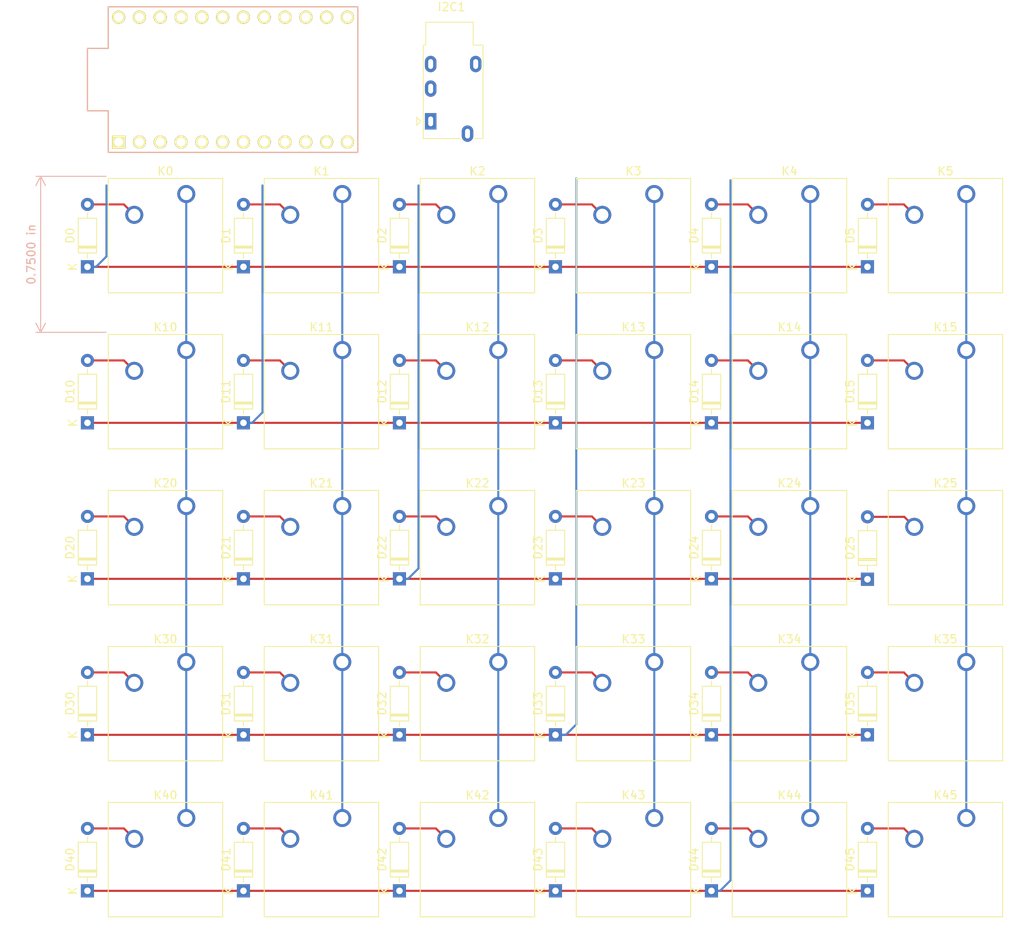
<source format=kicad_pcb>
(kicad_pcb (version 20171130) (host pcbnew "(5.1.5)-3")

  (general
    (thickness 1.6)
    (drawings 1)
    (tracks 107)
    (zones 0)
    (modules 62)
    (nets 46)
  )

  (page A4)
  (layers
    (0 F.Cu signal)
    (31 B.Cu signal)
    (32 B.Adhes user)
    (33 F.Adhes user)
    (34 B.Paste user)
    (35 F.Paste user)
    (36 B.SilkS user)
    (37 F.SilkS user)
    (38 B.Mask user)
    (39 F.Mask user)
    (40 Dwgs.User user)
    (41 Cmts.User user)
    (42 Eco1.User user)
    (43 Eco2.User user)
    (44 Edge.Cuts user)
    (45 Margin user)
    (46 B.CrtYd user)
    (47 F.CrtYd user)
    (48 B.Fab user)
    (49 F.Fab user)
  )

  (setup
    (last_trace_width 0.25)
    (trace_clearance 0.2)
    (zone_clearance 0.508)
    (zone_45_only no)
    (trace_min 0.2)
    (via_size 0.8)
    (via_drill 0.4)
    (via_min_size 0.4)
    (via_min_drill 0.3)
    (uvia_size 0.3)
    (uvia_drill 0.1)
    (uvias_allowed no)
    (uvia_min_size 0.2)
    (uvia_min_drill 0.1)
    (edge_width 0.05)
    (segment_width 0.2)
    (pcb_text_width 0.3)
    (pcb_text_size 1.5 1.5)
    (mod_edge_width 0.12)
    (mod_text_size 1 1)
    (mod_text_width 0.15)
    (pad_size 1.524 1.524)
    (pad_drill 0.762)
    (pad_to_mask_clearance 0.051)
    (solder_mask_min_width 0.25)
    (aux_axis_origin 0 0)
    (visible_elements 7FFFFFFF)
    (pcbplotparams
      (layerselection 0x010fc_ffffffff)
      (usegerberextensions false)
      (usegerberattributes false)
      (usegerberadvancedattributes false)
      (creategerberjobfile false)
      (excludeedgelayer true)
      (linewidth 0.100000)
      (plotframeref false)
      (viasonmask false)
      (mode 1)
      (useauxorigin false)
      (hpglpennumber 1)
      (hpglpenspeed 20)
      (hpglpendiameter 15.000000)
      (psnegative false)
      (psa4output false)
      (plotreference true)
      (plotvalue true)
      (plotinvisibletext false)
      (padsonsilk false)
      (subtractmaskfromsilk false)
      (outputformat 1)
      (mirror false)
      (drillshape 1)
      (scaleselection 1)
      (outputdirectory ""))
  )

  (net 0 "")
  (net 1 row0)
  (net 2 row1)
  (net 3 col0)
  (net 4 col1)
  (net 5 col2)
  (net 6 row2)
  (net 7 "Net-(D11-Pad2)")
  (net 8 "Net-(D12-Pad2)")
  (net 9 "Net-(D13-Pad2)")
  (net 10 "Net-(D21-Pad2)")
  (net 11 "Net-(D22-Pad2)")
  (net 12 "Net-(D23-Pad2)")
  (net 13 "Net-(D31-Pad2)")
  (net 14 "Net-(D32-Pad2)")
  (net 15 "Net-(D33-Pad2)")
  (net 16 col5)
  (net 17 col4)
  (net 18 row4)
  (net 19 col3)
  (net 20 row3)
  (net 21 "Net-(D10-Pad2)")
  (net 22 "Net-(D14-Pad2)")
  (net 23 "Net-(D15-Pad2)")
  (net 24 "Net-(D20-Pad2)")
  (net 25 "Net-(D24-Pad2)")
  (net 26 "Net-(D25-Pad2)")
  (net 27 "Net-(D30-Pad2)")
  (net 28 "Net-(D34-Pad2)")
  (net 29 "Net-(D35-Pad2)")
  (net 30 "Net-(D40-Pad2)")
  (net 31 "Net-(D41-Pad2)")
  (net 32 "Net-(D42-Pad2)")
  (net 33 "Net-(D43-Pad2)")
  (net 34 "Net-(D44-Pad2)")
  (net 35 "Net-(D45-Pad2)")
  (net 36 "Net-(D0-Pad2)")
  (net 37 "Net-(D1-Pad2)")
  (net 38 "Net-(D2-Pad2)")
  (net 39 "Net-(D3-Pad2)")
  (net 40 "Net-(D4-Pad2)")
  (net 41 "Net-(D5-Pad2)")
  (net 42 VCC)
  (net 43 GND)
  (net 44 SDA)
  (net 45 SCL)

  (net_class Default "This is the default net class."
    (clearance 0.2)
    (trace_width 0.25)
    (via_dia 0.8)
    (via_drill 0.4)
    (uvia_dia 0.3)
    (uvia_drill 0.1)
    (add_net GND)
    (add_net "Net-(D0-Pad2)")
    (add_net "Net-(D1-Pad2)")
    (add_net "Net-(D10-Pad2)")
    (add_net "Net-(D11-Pad2)")
    (add_net "Net-(D12-Pad2)")
    (add_net "Net-(D13-Pad2)")
    (add_net "Net-(D14-Pad2)")
    (add_net "Net-(D15-Pad2)")
    (add_net "Net-(D2-Pad2)")
    (add_net "Net-(D20-Pad2)")
    (add_net "Net-(D21-Pad2)")
    (add_net "Net-(D22-Pad2)")
    (add_net "Net-(D23-Pad2)")
    (add_net "Net-(D24-Pad2)")
    (add_net "Net-(D25-Pad2)")
    (add_net "Net-(D3-Pad2)")
    (add_net "Net-(D30-Pad2)")
    (add_net "Net-(D31-Pad2)")
    (add_net "Net-(D32-Pad2)")
    (add_net "Net-(D33-Pad2)")
    (add_net "Net-(D34-Pad2)")
    (add_net "Net-(D35-Pad2)")
    (add_net "Net-(D4-Pad2)")
    (add_net "Net-(D40-Pad2)")
    (add_net "Net-(D41-Pad2)")
    (add_net "Net-(D42-Pad2)")
    (add_net "Net-(D43-Pad2)")
    (add_net "Net-(D44-Pad2)")
    (add_net "Net-(D45-Pad2)")
    (add_net "Net-(D5-Pad2)")
    (add_net "Net-(Microcontroller2-Pad13)")
    (add_net "Net-(Microcontroller2-Pad14)")
    (add_net "Net-(Microcontroller2-Pad15)")
    (add_net "Net-(Microcontroller2-Pad16)")
    (add_net "Net-(Microcontroller2-Pad18)")
    (add_net "Net-(Microcontroller2-Pad22)")
    (add_net "Net-(Microcontroller2-Pad24)")
    (add_net "Net-(Microcontroller2-Pad3)")
    (add_net "Net-(Microcontroller2-Pad4)")
    (add_net SCL)
    (add_net SDA)
    (add_net VCC)
    (add_net col0)
    (add_net col1)
    (add_net col2)
    (add_net col3)
    (add_net col4)
    (add_net col5)
    (add_net row0)
    (add_net row1)
    (add_net row2)
    (add_net row3)
    (add_net row4)
  )

  (module Connector_Audio:Jack_3.5mm_PJ320E_Horizontal (layer F.Cu) (tedit 5BC12BA2) (tstamp 5E52EA30)
    (at 63.5 33.035)
    (descr "Headphones with microphone connector, 3.5mm, 4 pins (http://www.qingpu-electronics.com/en/products/WQP-PJ320E-177.html)")
    (tags "3.5mm jack mic microphone phones headphones 4pins audio plug")
    (path /5E77A1C9)
    (fp_text reference I2C1 (at 2.54 -13.97) (layer F.SilkS)
      (effects (font (size 1 1) (thickness 0.15)))
    )
    (fp_text value TRRS (at 2.54 5.08) (layer F.Fab)
      (effects (font (size 1 1) (thickness 0.15)))
    )
    (fp_circle (center 0.9 0) (end 1.2 0.15) (layer F.Fab) (width 0.12))
    (fp_line (start -1.3 -12.5) (end 6.8 -12.5) (layer F.CrtYd) (width 0.05))
    (fp_line (start -0.6 -9.3) (end -0.6 -12.1) (layer F.SilkS) (width 0.12))
    (fp_line (start 5.2 -9.3) (end 5.2 -12.1) (layer F.SilkS) (width 0.12))
    (fp_line (start 6.4 -9.3) (end 6.4 2.1) (layer F.SilkS) (width 0.12))
    (fp_line (start 5.2 -12.1) (end -0.6 -12.1) (layer F.SilkS) (width 0.12))
    (fp_line (start -0.9 -9.3) (end -0.6 -9.3) (layer F.SilkS) (width 0.12))
    (fp_line (start 5.2 -9.3) (end 6.4 -9.3) (layer F.SilkS) (width 0.12))
    (fp_line (start 6.8 -12.5) (end 6.8 3) (layer F.CrtYd) (width 0.05))
    (fp_line (start -1.3 -12.5) (end -1.3 3) (layer F.CrtYd) (width 0.05))
    (fp_line (start -1.3 3) (end 6.8 3) (layer F.CrtYd) (width 0.05))
    (fp_line (start 6.4 2.1) (end 5.3 2.1) (layer F.SilkS) (width 0.12))
    (fp_line (start -0.9 2.1) (end 3.7 2.1) (layer F.SilkS) (width 0.12))
    (fp_line (start -0.9 -9.3) (end -0.9 2.1) (layer F.SilkS) (width 0.12))
    (fp_line (start 6.3 2) (end 5.3 2) (layer F.Fab) (width 0.1))
    (fp_line (start 6.3 -9.2) (end 6.3 2) (layer F.Fab) (width 0.1))
    (fp_line (start 5.1 -9.2) (end 6.3 -9.2) (layer F.Fab) (width 0.1))
    (fp_line (start 5.1 -12) (end 5.1 -9.2) (layer F.Fab) (width 0.1))
    (fp_line (start -0.5 -12) (end 5.1 -12) (layer F.Fab) (width 0.1))
    (fp_line (start -0.5 -9.2) (end -0.5 -12) (layer F.Fab) (width 0.1))
    (fp_line (start -0.8 -9.2) (end -0.5 -9.2) (layer F.Fab) (width 0.1))
    (fp_line (start -0.8 2) (end -0.8 -9.2) (layer F.Fab) (width 0.1))
    (fp_line (start 3.7 2) (end -0.8 2) (layer F.Fab) (width 0.1))
    (fp_line (start -1.2 0) (end -1.7 -0.5) (layer F.SilkS) (width 0.12))
    (fp_line (start -1.7 -0.5) (end -1.7 0.5) (layer F.SilkS) (width 0.12))
    (fp_line (start -1.7 0.5) (end -1.2 0) (layer F.SilkS) (width 0.12))
    (fp_text user %R (at 2.54 -13.97) (layer F.Fab)
      (effects (font (size 1 1) (thickness 0.15)))
    )
    (pad "" np_thru_hole circle (at 2.3 1.3 270) (size 1.2 1.2) (drill 1.2) (layers *.Cu *.Mask))
    (pad "" np_thru_hole circle (at 2.3 -5.7 270) (size 1.2 1.2) (drill 1.2) (layers *.Cu *.Mask))
    (pad R2 thru_hole oval (at 0 -7 270) (size 2 1.4) (drill oval 1.2 0.6) (layers *.Cu *.Mask)
      (net 45 SCL))
    (pad R1 thru_hole oval (at 0 -4 270) (size 2 1.4) (drill oval 1.2 0.6) (layers *.Cu *.Mask)
      (net 44 SDA))
    (pad T thru_hole rect (at 0 0 270) (size 2 1.4) (drill oval 1.2 0.6) (layers *.Cu *.Mask)
      (net 42 VCC))
    (pad S thru_hole oval (at 4.5 1.5 270) (size 2 1.4) (drill oval 1.2 0.6) (layers *.Cu *.Mask)
      (net 43 GND))
    (pad "" thru_hole oval (at 5.5 -7 270) (size 2 1.4) (drill oval 1.2 0.6) (layers *.Cu *.Mask))
    (model ${KISYS3DMOD}/Connector_Audio.3dshapes/Jack_3.5mm_PJ320E_Horizontal.wrl
      (at (xyz 0 0 0))
      (scale (xyz 1 1 1))
      (rotate (xyz 0 0 0))
    )
  )

  (module keyboard:SW_Cherry_MX1A_1.00u_PCB (layer F.Cu) (tedit 59ECAF15) (tstamp 5E52B2E1)
    (at 128.905 118.11)
    (descr "Cherry MX keyswitch, MX1A, 1u, PCB mount, http://cherryamericas.com/wp-content/uploads/2014/12/mx_cat.pdf")
    (tags "cherry mx keyswitch MX1A 1u PCB")
    (path /5E6CA7B8)
    (fp_text reference K45 (at -2.54 -2.794) (layer F.SilkS)
      (effects (font (size 1 1) (thickness 0.15)))
    )
    (fp_text value KEYSW (at -2.54 12.954) (layer F.Fab)
      (effects (font (size 1 1) (thickness 0.15)))
    )
    (fp_line (start -9.525 12.065) (end -9.525 -1.905) (layer F.SilkS) (width 0.12))
    (fp_line (start 4.445 12.065) (end -9.525 12.065) (layer F.SilkS) (width 0.12))
    (fp_line (start 4.445 -1.905) (end 4.445 12.065) (layer F.SilkS) (width 0.12))
    (fp_line (start -9.525 -1.905) (end 4.445 -1.905) (layer F.SilkS) (width 0.12))
    (fp_line (start -12.065 14.605) (end -12.065 -4.445) (layer Dwgs.User) (width 0.15))
    (fp_line (start 6.985 14.605) (end -12.065 14.605) (layer Dwgs.User) (width 0.15))
    (fp_line (start 6.985 -4.445) (end 6.985 14.605) (layer Dwgs.User) (width 0.15))
    (fp_line (start -12.065 -4.445) (end 6.985 -4.445) (layer Dwgs.User) (width 0.15))
    (fp_line (start -9.78 -2.16) (end 4.7 -2.16) (layer F.CrtYd) (width 0.05))
    (fp_line (start 4.7 -2.16) (end 4.7 12.32) (layer F.CrtYd) (width 0.05))
    (fp_line (start 4.7 12.32) (end -9.78 12.32) (layer F.CrtYd) (width 0.05))
    (fp_line (start -9.78 12.32) (end -9.78 -2.16) (layer F.CrtYd) (width 0.05))
    (fp_line (start -8.89 11.43) (end -8.89 -1.27) (layer F.Fab) (width 0.15))
    (fp_line (start 3.81 11.43) (end -8.89 11.43) (layer F.Fab) (width 0.15))
    (fp_line (start 3.81 -1.27) (end 3.81 11.43) (layer F.Fab) (width 0.15))
    (fp_line (start -8.89 -1.27) (end 3.81 -1.27) (layer F.Fab) (width 0.15))
    (fp_text user %R (at -2.54 -2.794) (layer F.Fab)
      (effects (font (size 1 1) (thickness 0.15)))
    )
    (pad "" np_thru_hole circle (at 2.54 5.08) (size 1.7 1.7) (drill 1.7) (layers *.Cu *.Mask))
    (pad "" np_thru_hole circle (at -7.62 5.08) (size 1.7 1.7) (drill 1.7) (layers *.Cu *.Mask))
    (pad "" np_thru_hole circle (at -2.54 5.08) (size 4 4) (drill 4) (layers *.Cu *.Mask))
    (pad 2 thru_hole circle (at -6.35 2.54) (size 2.2 2.2) (drill 1.5) (layers *.Cu *.Mask)
      (net 35 "Net-(D45-Pad2)"))
    (pad 1 thru_hole circle (at 0 0) (size 2.2 2.2) (drill 1.5) (layers *.Cu *.Mask)
      (net 16 col5))
    (model ${KISYS3DMOD}/Buttons_Switches_Keyboard.3dshapes/SW_Cherry_MX1A_1.00u_PCB.wrl
      (at (xyz 0 0 0))
      (scale (xyz 1 1 1))
      (rotate (xyz 0 0 0))
    )
  )

  (module keyboard:SW_Cherry_MX1A_1.00u_PCB (layer F.Cu) (tedit 59ECAF15) (tstamp 5E52B2C7)
    (at 109.855 118.11)
    (descr "Cherry MX keyswitch, MX1A, 1u, PCB mount, http://cherryamericas.com/wp-content/uploads/2014/12/mx_cat.pdf")
    (tags "cherry mx keyswitch MX1A 1u PCB")
    (path /5E6CA7A8)
    (fp_text reference K44 (at -2.54 -2.794) (layer F.SilkS)
      (effects (font (size 1 1) (thickness 0.15)))
    )
    (fp_text value KEYSW (at -2.54 12.954) (layer F.Fab)
      (effects (font (size 1 1) (thickness 0.15)))
    )
    (fp_line (start -9.525 12.065) (end -9.525 -1.905) (layer F.SilkS) (width 0.12))
    (fp_line (start 4.445 12.065) (end -9.525 12.065) (layer F.SilkS) (width 0.12))
    (fp_line (start 4.445 -1.905) (end 4.445 12.065) (layer F.SilkS) (width 0.12))
    (fp_line (start -9.525 -1.905) (end 4.445 -1.905) (layer F.SilkS) (width 0.12))
    (fp_line (start -12.065 14.605) (end -12.065 -4.445) (layer Dwgs.User) (width 0.15))
    (fp_line (start 6.985 14.605) (end -12.065 14.605) (layer Dwgs.User) (width 0.15))
    (fp_line (start 6.985 -4.445) (end 6.985 14.605) (layer Dwgs.User) (width 0.15))
    (fp_line (start -12.065 -4.445) (end 6.985 -4.445) (layer Dwgs.User) (width 0.15))
    (fp_line (start -9.78 -2.16) (end 4.7 -2.16) (layer F.CrtYd) (width 0.05))
    (fp_line (start 4.7 -2.16) (end 4.7 12.32) (layer F.CrtYd) (width 0.05))
    (fp_line (start 4.7 12.32) (end -9.78 12.32) (layer F.CrtYd) (width 0.05))
    (fp_line (start -9.78 12.32) (end -9.78 -2.16) (layer F.CrtYd) (width 0.05))
    (fp_line (start -8.89 11.43) (end -8.89 -1.27) (layer F.Fab) (width 0.15))
    (fp_line (start 3.81 11.43) (end -8.89 11.43) (layer F.Fab) (width 0.15))
    (fp_line (start 3.81 -1.27) (end 3.81 11.43) (layer F.Fab) (width 0.15))
    (fp_line (start -8.89 -1.27) (end 3.81 -1.27) (layer F.Fab) (width 0.15))
    (fp_text user %R (at -2.54 -2.794) (layer F.Fab)
      (effects (font (size 1 1) (thickness 0.15)))
    )
    (pad "" np_thru_hole circle (at 2.54 5.08) (size 1.7 1.7) (drill 1.7) (layers *.Cu *.Mask))
    (pad "" np_thru_hole circle (at -7.62 5.08) (size 1.7 1.7) (drill 1.7) (layers *.Cu *.Mask))
    (pad "" np_thru_hole circle (at -2.54 5.08) (size 4 4) (drill 4) (layers *.Cu *.Mask))
    (pad 2 thru_hole circle (at -6.35 2.54) (size 2.2 2.2) (drill 1.5) (layers *.Cu *.Mask)
      (net 34 "Net-(D44-Pad2)"))
    (pad 1 thru_hole circle (at 0 0) (size 2.2 2.2) (drill 1.5) (layers *.Cu *.Mask)
      (net 17 col4))
    (model ${KISYS3DMOD}/Buttons_Switches_Keyboard.3dshapes/SW_Cherry_MX1A_1.00u_PCB.wrl
      (at (xyz 0 0 0))
      (scale (xyz 1 1 1))
      (rotate (xyz 0 0 0))
    )
  )

  (module keyboard:SW_Cherry_MX1A_1.00u_PCB (layer F.Cu) (tedit 59ECAF15) (tstamp 5E52B2AD)
    (at 90.805 118.11)
    (descr "Cherry MX keyswitch, MX1A, 1u, PCB mount, http://cherryamericas.com/wp-content/uploads/2014/12/mx_cat.pdf")
    (tags "cherry mx keyswitch MX1A 1u PCB")
    (path /5E6CA78C)
    (fp_text reference K43 (at -2.54 -2.794) (layer F.SilkS)
      (effects (font (size 1 1) (thickness 0.15)))
    )
    (fp_text value KEYSW (at -2.54 12.954) (layer F.Fab)
      (effects (font (size 1 1) (thickness 0.15)))
    )
    (fp_line (start -9.525 12.065) (end -9.525 -1.905) (layer F.SilkS) (width 0.12))
    (fp_line (start 4.445 12.065) (end -9.525 12.065) (layer F.SilkS) (width 0.12))
    (fp_line (start 4.445 -1.905) (end 4.445 12.065) (layer F.SilkS) (width 0.12))
    (fp_line (start -9.525 -1.905) (end 4.445 -1.905) (layer F.SilkS) (width 0.12))
    (fp_line (start -12.065 14.605) (end -12.065 -4.445) (layer Dwgs.User) (width 0.15))
    (fp_line (start 6.985 14.605) (end -12.065 14.605) (layer Dwgs.User) (width 0.15))
    (fp_line (start 6.985 -4.445) (end 6.985 14.605) (layer Dwgs.User) (width 0.15))
    (fp_line (start -12.065 -4.445) (end 6.985 -4.445) (layer Dwgs.User) (width 0.15))
    (fp_line (start -9.78 -2.16) (end 4.7 -2.16) (layer F.CrtYd) (width 0.05))
    (fp_line (start 4.7 -2.16) (end 4.7 12.32) (layer F.CrtYd) (width 0.05))
    (fp_line (start 4.7 12.32) (end -9.78 12.32) (layer F.CrtYd) (width 0.05))
    (fp_line (start -9.78 12.32) (end -9.78 -2.16) (layer F.CrtYd) (width 0.05))
    (fp_line (start -8.89 11.43) (end -8.89 -1.27) (layer F.Fab) (width 0.15))
    (fp_line (start 3.81 11.43) (end -8.89 11.43) (layer F.Fab) (width 0.15))
    (fp_line (start 3.81 -1.27) (end 3.81 11.43) (layer F.Fab) (width 0.15))
    (fp_line (start -8.89 -1.27) (end 3.81 -1.27) (layer F.Fab) (width 0.15))
    (fp_text user %R (at -2.54 -2.794) (layer F.Fab)
      (effects (font (size 1 1) (thickness 0.15)))
    )
    (pad "" np_thru_hole circle (at 2.54 5.08) (size 1.7 1.7) (drill 1.7) (layers *.Cu *.Mask))
    (pad "" np_thru_hole circle (at -7.62 5.08) (size 1.7 1.7) (drill 1.7) (layers *.Cu *.Mask))
    (pad "" np_thru_hole circle (at -2.54 5.08) (size 4 4) (drill 4) (layers *.Cu *.Mask))
    (pad 2 thru_hole circle (at -6.35 2.54) (size 2.2 2.2) (drill 1.5) (layers *.Cu *.Mask)
      (net 33 "Net-(D43-Pad2)"))
    (pad 1 thru_hole circle (at 0 0) (size 2.2 2.2) (drill 1.5) (layers *.Cu *.Mask)
      (net 19 col3))
    (model ${KISYS3DMOD}/Buttons_Switches_Keyboard.3dshapes/SW_Cherry_MX1A_1.00u_PCB.wrl
      (at (xyz 0 0 0))
      (scale (xyz 1 1 1))
      (rotate (xyz 0 0 0))
    )
  )

  (module keyboard:SW_Cherry_MX1A_1.00u_PCB (layer F.Cu) (tedit 59ECAF15) (tstamp 5E52B293)
    (at 71.755 118.11)
    (descr "Cherry MX keyswitch, MX1A, 1u, PCB mount, http://cherryamericas.com/wp-content/uploads/2014/12/mx_cat.pdf")
    (tags "cherry mx keyswitch MX1A 1u PCB")
    (path /5E6CA779)
    (fp_text reference K42 (at -2.54 -2.794) (layer F.SilkS)
      (effects (font (size 1 1) (thickness 0.15)))
    )
    (fp_text value KEYSW (at -2.54 12.954) (layer F.Fab)
      (effects (font (size 1 1) (thickness 0.15)))
    )
    (fp_line (start -9.525 12.065) (end -9.525 -1.905) (layer F.SilkS) (width 0.12))
    (fp_line (start 4.445 12.065) (end -9.525 12.065) (layer F.SilkS) (width 0.12))
    (fp_line (start 4.445 -1.905) (end 4.445 12.065) (layer F.SilkS) (width 0.12))
    (fp_line (start -9.525 -1.905) (end 4.445 -1.905) (layer F.SilkS) (width 0.12))
    (fp_line (start -12.065 14.605) (end -12.065 -4.445) (layer Dwgs.User) (width 0.15))
    (fp_line (start 6.985 14.605) (end -12.065 14.605) (layer Dwgs.User) (width 0.15))
    (fp_line (start 6.985 -4.445) (end 6.985 14.605) (layer Dwgs.User) (width 0.15))
    (fp_line (start -12.065 -4.445) (end 6.985 -4.445) (layer Dwgs.User) (width 0.15))
    (fp_line (start -9.78 -2.16) (end 4.7 -2.16) (layer F.CrtYd) (width 0.05))
    (fp_line (start 4.7 -2.16) (end 4.7 12.32) (layer F.CrtYd) (width 0.05))
    (fp_line (start 4.7 12.32) (end -9.78 12.32) (layer F.CrtYd) (width 0.05))
    (fp_line (start -9.78 12.32) (end -9.78 -2.16) (layer F.CrtYd) (width 0.05))
    (fp_line (start -8.89 11.43) (end -8.89 -1.27) (layer F.Fab) (width 0.15))
    (fp_line (start 3.81 11.43) (end -8.89 11.43) (layer F.Fab) (width 0.15))
    (fp_line (start 3.81 -1.27) (end 3.81 11.43) (layer F.Fab) (width 0.15))
    (fp_line (start -8.89 -1.27) (end 3.81 -1.27) (layer F.Fab) (width 0.15))
    (fp_text user %R (at -2.54 -2.794) (layer F.Fab)
      (effects (font (size 1 1) (thickness 0.15)))
    )
    (pad "" np_thru_hole circle (at 2.54 5.08) (size 1.7 1.7) (drill 1.7) (layers *.Cu *.Mask))
    (pad "" np_thru_hole circle (at -7.62 5.08) (size 1.7 1.7) (drill 1.7) (layers *.Cu *.Mask))
    (pad "" np_thru_hole circle (at -2.54 5.08) (size 4 4) (drill 4) (layers *.Cu *.Mask))
    (pad 2 thru_hole circle (at -6.35 2.54) (size 2.2 2.2) (drill 1.5) (layers *.Cu *.Mask)
      (net 32 "Net-(D42-Pad2)"))
    (pad 1 thru_hole circle (at 0 0) (size 2.2 2.2) (drill 1.5) (layers *.Cu *.Mask)
      (net 5 col2))
    (model ${KISYS3DMOD}/Buttons_Switches_Keyboard.3dshapes/SW_Cherry_MX1A_1.00u_PCB.wrl
      (at (xyz 0 0 0))
      (scale (xyz 1 1 1))
      (rotate (xyz 0 0 0))
    )
  )

  (module keyboard:SW_Cherry_MX1A_1.00u_PCB (layer F.Cu) (tedit 59ECAF15) (tstamp 5E52B279)
    (at 52.705 118.11)
    (descr "Cherry MX keyswitch, MX1A, 1u, PCB mount, http://cherryamericas.com/wp-content/uploads/2014/12/mx_cat.pdf")
    (tags "cherry mx keyswitch MX1A 1u PCB")
    (path /5E6CA76A)
    (fp_text reference K41 (at -2.54 -2.794) (layer F.SilkS)
      (effects (font (size 1 1) (thickness 0.15)))
    )
    (fp_text value KEYSW (at -2.54 12.954) (layer F.Fab)
      (effects (font (size 1 1) (thickness 0.15)))
    )
    (fp_line (start -9.525 12.065) (end -9.525 -1.905) (layer F.SilkS) (width 0.12))
    (fp_line (start 4.445 12.065) (end -9.525 12.065) (layer F.SilkS) (width 0.12))
    (fp_line (start 4.445 -1.905) (end 4.445 12.065) (layer F.SilkS) (width 0.12))
    (fp_line (start -9.525 -1.905) (end 4.445 -1.905) (layer F.SilkS) (width 0.12))
    (fp_line (start -12.065 14.605) (end -12.065 -4.445) (layer Dwgs.User) (width 0.15))
    (fp_line (start 6.985 14.605) (end -12.065 14.605) (layer Dwgs.User) (width 0.15))
    (fp_line (start 6.985 -4.445) (end 6.985 14.605) (layer Dwgs.User) (width 0.15))
    (fp_line (start -12.065 -4.445) (end 6.985 -4.445) (layer Dwgs.User) (width 0.15))
    (fp_line (start -9.78 -2.16) (end 4.7 -2.16) (layer F.CrtYd) (width 0.05))
    (fp_line (start 4.7 -2.16) (end 4.7 12.32) (layer F.CrtYd) (width 0.05))
    (fp_line (start 4.7 12.32) (end -9.78 12.32) (layer F.CrtYd) (width 0.05))
    (fp_line (start -9.78 12.32) (end -9.78 -2.16) (layer F.CrtYd) (width 0.05))
    (fp_line (start -8.89 11.43) (end -8.89 -1.27) (layer F.Fab) (width 0.15))
    (fp_line (start 3.81 11.43) (end -8.89 11.43) (layer F.Fab) (width 0.15))
    (fp_line (start 3.81 -1.27) (end 3.81 11.43) (layer F.Fab) (width 0.15))
    (fp_line (start -8.89 -1.27) (end 3.81 -1.27) (layer F.Fab) (width 0.15))
    (fp_text user %R (at -2.54 -2.794) (layer F.Fab)
      (effects (font (size 1 1) (thickness 0.15)))
    )
    (pad "" np_thru_hole circle (at 2.54 5.08) (size 1.7 1.7) (drill 1.7) (layers *.Cu *.Mask))
    (pad "" np_thru_hole circle (at -7.62 5.08) (size 1.7 1.7) (drill 1.7) (layers *.Cu *.Mask))
    (pad "" np_thru_hole circle (at -2.54 5.08) (size 4 4) (drill 4) (layers *.Cu *.Mask))
    (pad 2 thru_hole circle (at -6.35 2.54) (size 2.2 2.2) (drill 1.5) (layers *.Cu *.Mask)
      (net 31 "Net-(D41-Pad2)"))
    (pad 1 thru_hole circle (at 0 0) (size 2.2 2.2) (drill 1.5) (layers *.Cu *.Mask)
      (net 4 col1))
    (model ${KISYS3DMOD}/Buttons_Switches_Keyboard.3dshapes/SW_Cherry_MX1A_1.00u_PCB.wrl
      (at (xyz 0 0 0))
      (scale (xyz 1 1 1))
      (rotate (xyz 0 0 0))
    )
  )

  (module keyboard:SW_Cherry_MX1A_1.00u_PCB (layer F.Cu) (tedit 59ECAF15) (tstamp 5E52B25F)
    (at 33.655 118.11)
    (descr "Cherry MX keyswitch, MX1A, 1u, PCB mount, http://cherryamericas.com/wp-content/uploads/2014/12/mx_cat.pdf")
    (tags "cherry mx keyswitch MX1A 1u PCB")
    (path /5E6CA770)
    (fp_text reference K40 (at -2.54 -2.794) (layer F.SilkS)
      (effects (font (size 1 1) (thickness 0.15)))
    )
    (fp_text value KEYSW (at -2.54 12.954) (layer F.Fab)
      (effects (font (size 1 1) (thickness 0.15)))
    )
    (fp_line (start -9.525 12.065) (end -9.525 -1.905) (layer F.SilkS) (width 0.12))
    (fp_line (start 4.445 12.065) (end -9.525 12.065) (layer F.SilkS) (width 0.12))
    (fp_line (start 4.445 -1.905) (end 4.445 12.065) (layer F.SilkS) (width 0.12))
    (fp_line (start -9.525 -1.905) (end 4.445 -1.905) (layer F.SilkS) (width 0.12))
    (fp_line (start -12.065 14.605) (end -12.065 -4.445) (layer Dwgs.User) (width 0.15))
    (fp_line (start 6.985 14.605) (end -12.065 14.605) (layer Dwgs.User) (width 0.15))
    (fp_line (start 6.985 -4.445) (end 6.985 14.605) (layer Dwgs.User) (width 0.15))
    (fp_line (start -12.065 -4.445) (end 6.985 -4.445) (layer Dwgs.User) (width 0.15))
    (fp_line (start -9.78 -2.16) (end 4.7 -2.16) (layer F.CrtYd) (width 0.05))
    (fp_line (start 4.7 -2.16) (end 4.7 12.32) (layer F.CrtYd) (width 0.05))
    (fp_line (start 4.7 12.32) (end -9.78 12.32) (layer F.CrtYd) (width 0.05))
    (fp_line (start -9.78 12.32) (end -9.78 -2.16) (layer F.CrtYd) (width 0.05))
    (fp_line (start -8.89 11.43) (end -8.89 -1.27) (layer F.Fab) (width 0.15))
    (fp_line (start 3.81 11.43) (end -8.89 11.43) (layer F.Fab) (width 0.15))
    (fp_line (start 3.81 -1.27) (end 3.81 11.43) (layer F.Fab) (width 0.15))
    (fp_line (start -8.89 -1.27) (end 3.81 -1.27) (layer F.Fab) (width 0.15))
    (fp_text user %R (at -2.54 -2.794) (layer F.Fab)
      (effects (font (size 1 1) (thickness 0.15)))
    )
    (pad "" np_thru_hole circle (at 2.54 5.08) (size 1.7 1.7) (drill 1.7) (layers *.Cu *.Mask))
    (pad "" np_thru_hole circle (at -7.62 5.08) (size 1.7 1.7) (drill 1.7) (layers *.Cu *.Mask))
    (pad "" np_thru_hole circle (at -2.54 5.08) (size 4 4) (drill 4) (layers *.Cu *.Mask))
    (pad 2 thru_hole circle (at -6.35 2.54) (size 2.2 2.2) (drill 1.5) (layers *.Cu *.Mask)
      (net 30 "Net-(D40-Pad2)"))
    (pad 1 thru_hole circle (at 0 0) (size 2.2 2.2) (drill 1.5) (layers *.Cu *.Mask)
      (net 3 col0))
    (model ${KISYS3DMOD}/Buttons_Switches_Keyboard.3dshapes/SW_Cherry_MX1A_1.00u_PCB.wrl
      (at (xyz 0 0 0))
      (scale (xyz 1 1 1))
      (rotate (xyz 0 0 0))
    )
  )

  (module keyboard:SW_Cherry_MX1A_1.00u_PCB (layer F.Cu) (tedit 59ECAF15) (tstamp 5E52B245)
    (at 128.905 99.06)
    (descr "Cherry MX keyswitch, MX1A, 1u, PCB mount, http://cherryamericas.com/wp-content/uploads/2014/12/mx_cat.pdf")
    (tags "cherry mx keyswitch MX1A 1u PCB")
    (path /5E6A1C2B)
    (fp_text reference K35 (at -2.54 -2.794) (layer F.SilkS)
      (effects (font (size 1 1) (thickness 0.15)))
    )
    (fp_text value KEYSW (at -2.54 12.954) (layer F.Fab)
      (effects (font (size 1 1) (thickness 0.15)))
    )
    (fp_line (start -9.525 12.065) (end -9.525 -1.905) (layer F.SilkS) (width 0.12))
    (fp_line (start 4.445 12.065) (end -9.525 12.065) (layer F.SilkS) (width 0.12))
    (fp_line (start 4.445 -1.905) (end 4.445 12.065) (layer F.SilkS) (width 0.12))
    (fp_line (start -9.525 -1.905) (end 4.445 -1.905) (layer F.SilkS) (width 0.12))
    (fp_line (start -12.065 14.605) (end -12.065 -4.445) (layer Dwgs.User) (width 0.15))
    (fp_line (start 6.985 14.605) (end -12.065 14.605) (layer Dwgs.User) (width 0.15))
    (fp_line (start 6.985 -4.445) (end 6.985 14.605) (layer Dwgs.User) (width 0.15))
    (fp_line (start -12.065 -4.445) (end 6.985 -4.445) (layer Dwgs.User) (width 0.15))
    (fp_line (start -9.78 -2.16) (end 4.7 -2.16) (layer F.CrtYd) (width 0.05))
    (fp_line (start 4.7 -2.16) (end 4.7 12.32) (layer F.CrtYd) (width 0.05))
    (fp_line (start 4.7 12.32) (end -9.78 12.32) (layer F.CrtYd) (width 0.05))
    (fp_line (start -9.78 12.32) (end -9.78 -2.16) (layer F.CrtYd) (width 0.05))
    (fp_line (start -8.89 11.43) (end -8.89 -1.27) (layer F.Fab) (width 0.15))
    (fp_line (start 3.81 11.43) (end -8.89 11.43) (layer F.Fab) (width 0.15))
    (fp_line (start 3.81 -1.27) (end 3.81 11.43) (layer F.Fab) (width 0.15))
    (fp_line (start -8.89 -1.27) (end 3.81 -1.27) (layer F.Fab) (width 0.15))
    (fp_text user %R (at -2.54 -2.794) (layer F.Fab)
      (effects (font (size 1 1) (thickness 0.15)))
    )
    (pad "" np_thru_hole circle (at 2.54 5.08) (size 1.7 1.7) (drill 1.7) (layers *.Cu *.Mask))
    (pad "" np_thru_hole circle (at -7.62 5.08) (size 1.7 1.7) (drill 1.7) (layers *.Cu *.Mask))
    (pad "" np_thru_hole circle (at -2.54 5.08) (size 4 4) (drill 4) (layers *.Cu *.Mask))
    (pad 2 thru_hole circle (at -6.35 2.54) (size 2.2 2.2) (drill 1.5) (layers *.Cu *.Mask)
      (net 29 "Net-(D35-Pad2)"))
    (pad 1 thru_hole circle (at 0 0) (size 2.2 2.2) (drill 1.5) (layers *.Cu *.Mask)
      (net 16 col5))
    (model ${KISYS3DMOD}/Buttons_Switches_Keyboard.3dshapes/SW_Cherry_MX1A_1.00u_PCB.wrl
      (at (xyz 0 0 0))
      (scale (xyz 1 1 1))
      (rotate (xyz 0 0 0))
    )
  )

  (module keyboard:SW_Cherry_MX1A_1.00u_PCB (layer F.Cu) (tedit 59ECAF15) (tstamp 5E52B22B)
    (at 109.855 99.06)
    (descr "Cherry MX keyswitch, MX1A, 1u, PCB mount, http://cherryamericas.com/wp-content/uploads/2014/12/mx_cat.pdf")
    (tags "cherry mx keyswitch MX1A 1u PCB")
    (path /5E6A1C1A)
    (fp_text reference K34 (at -2.54 -2.794) (layer F.SilkS)
      (effects (font (size 1 1) (thickness 0.15)))
    )
    (fp_text value KEYSW (at -2.54 12.954) (layer F.Fab)
      (effects (font (size 1 1) (thickness 0.15)))
    )
    (fp_line (start -9.525 12.065) (end -9.525 -1.905) (layer F.SilkS) (width 0.12))
    (fp_line (start 4.445 12.065) (end -9.525 12.065) (layer F.SilkS) (width 0.12))
    (fp_line (start 4.445 -1.905) (end 4.445 12.065) (layer F.SilkS) (width 0.12))
    (fp_line (start -9.525 -1.905) (end 4.445 -1.905) (layer F.SilkS) (width 0.12))
    (fp_line (start -12.065 14.605) (end -12.065 -4.445) (layer Dwgs.User) (width 0.15))
    (fp_line (start 6.985 14.605) (end -12.065 14.605) (layer Dwgs.User) (width 0.15))
    (fp_line (start 6.985 -4.445) (end 6.985 14.605) (layer Dwgs.User) (width 0.15))
    (fp_line (start -12.065 -4.445) (end 6.985 -4.445) (layer Dwgs.User) (width 0.15))
    (fp_line (start -9.78 -2.16) (end 4.7 -2.16) (layer F.CrtYd) (width 0.05))
    (fp_line (start 4.7 -2.16) (end 4.7 12.32) (layer F.CrtYd) (width 0.05))
    (fp_line (start 4.7 12.32) (end -9.78 12.32) (layer F.CrtYd) (width 0.05))
    (fp_line (start -9.78 12.32) (end -9.78 -2.16) (layer F.CrtYd) (width 0.05))
    (fp_line (start -8.89 11.43) (end -8.89 -1.27) (layer F.Fab) (width 0.15))
    (fp_line (start 3.81 11.43) (end -8.89 11.43) (layer F.Fab) (width 0.15))
    (fp_line (start 3.81 -1.27) (end 3.81 11.43) (layer F.Fab) (width 0.15))
    (fp_line (start -8.89 -1.27) (end 3.81 -1.27) (layer F.Fab) (width 0.15))
    (fp_text user %R (at -2.54 -2.794) (layer F.Fab)
      (effects (font (size 1 1) (thickness 0.15)))
    )
    (pad "" np_thru_hole circle (at 2.54 5.08) (size 1.7 1.7) (drill 1.7) (layers *.Cu *.Mask))
    (pad "" np_thru_hole circle (at -7.62 5.08) (size 1.7 1.7) (drill 1.7) (layers *.Cu *.Mask))
    (pad "" np_thru_hole circle (at -2.54 5.08) (size 4 4) (drill 4) (layers *.Cu *.Mask))
    (pad 2 thru_hole circle (at -6.35 2.54) (size 2.2 2.2) (drill 1.5) (layers *.Cu *.Mask)
      (net 28 "Net-(D34-Pad2)"))
    (pad 1 thru_hole circle (at 0 0) (size 2.2 2.2) (drill 1.5) (layers *.Cu *.Mask)
      (net 17 col4))
    (model ${KISYS3DMOD}/Buttons_Switches_Keyboard.3dshapes/SW_Cherry_MX1A_1.00u_PCB.wrl
      (at (xyz 0 0 0))
      (scale (xyz 1 1 1))
      (rotate (xyz 0 0 0))
    )
  )

  (module keyboard:SW_Cherry_MX1A_1.00u_PCB (layer F.Cu) (tedit 59ECAF15) (tstamp 5E52B211)
    (at 90.805 99.06)
    (descr "Cherry MX keyswitch, MX1A, 1u, PCB mount, http://cherryamericas.com/wp-content/uploads/2014/12/mx_cat.pdf")
    (tags "cherry mx keyswitch MX1A 1u PCB")
    (path /5E6A1BFB)
    (fp_text reference K33 (at -2.54 -2.794) (layer F.SilkS)
      (effects (font (size 1 1) (thickness 0.15)))
    )
    (fp_text value KEYSW (at -2.54 12.954) (layer F.Fab)
      (effects (font (size 1 1) (thickness 0.15)))
    )
    (fp_line (start -9.525 12.065) (end -9.525 -1.905) (layer F.SilkS) (width 0.12))
    (fp_line (start 4.445 12.065) (end -9.525 12.065) (layer F.SilkS) (width 0.12))
    (fp_line (start 4.445 -1.905) (end 4.445 12.065) (layer F.SilkS) (width 0.12))
    (fp_line (start -9.525 -1.905) (end 4.445 -1.905) (layer F.SilkS) (width 0.12))
    (fp_line (start -12.065 14.605) (end -12.065 -4.445) (layer Dwgs.User) (width 0.15))
    (fp_line (start 6.985 14.605) (end -12.065 14.605) (layer Dwgs.User) (width 0.15))
    (fp_line (start 6.985 -4.445) (end 6.985 14.605) (layer Dwgs.User) (width 0.15))
    (fp_line (start -12.065 -4.445) (end 6.985 -4.445) (layer Dwgs.User) (width 0.15))
    (fp_line (start -9.78 -2.16) (end 4.7 -2.16) (layer F.CrtYd) (width 0.05))
    (fp_line (start 4.7 -2.16) (end 4.7 12.32) (layer F.CrtYd) (width 0.05))
    (fp_line (start 4.7 12.32) (end -9.78 12.32) (layer F.CrtYd) (width 0.05))
    (fp_line (start -9.78 12.32) (end -9.78 -2.16) (layer F.CrtYd) (width 0.05))
    (fp_line (start -8.89 11.43) (end -8.89 -1.27) (layer F.Fab) (width 0.15))
    (fp_line (start 3.81 11.43) (end -8.89 11.43) (layer F.Fab) (width 0.15))
    (fp_line (start 3.81 -1.27) (end 3.81 11.43) (layer F.Fab) (width 0.15))
    (fp_line (start -8.89 -1.27) (end 3.81 -1.27) (layer F.Fab) (width 0.15))
    (fp_text user %R (at -2.54 -2.794) (layer F.Fab)
      (effects (font (size 1 1) (thickness 0.15)))
    )
    (pad "" np_thru_hole circle (at 2.54 5.08) (size 1.7 1.7) (drill 1.7) (layers *.Cu *.Mask))
    (pad "" np_thru_hole circle (at -7.62 5.08) (size 1.7 1.7) (drill 1.7) (layers *.Cu *.Mask))
    (pad "" np_thru_hole circle (at -2.54 5.08) (size 4 4) (drill 4) (layers *.Cu *.Mask))
    (pad 2 thru_hole circle (at -6.35 2.54) (size 2.2 2.2) (drill 1.5) (layers *.Cu *.Mask)
      (net 15 "Net-(D33-Pad2)"))
    (pad 1 thru_hole circle (at 0 0) (size 2.2 2.2) (drill 1.5) (layers *.Cu *.Mask)
      (net 19 col3))
    (model ${KISYS3DMOD}/Buttons_Switches_Keyboard.3dshapes/SW_Cherry_MX1A_1.00u_PCB.wrl
      (at (xyz 0 0 0))
      (scale (xyz 1 1 1))
      (rotate (xyz 0 0 0))
    )
  )

  (module keyboard:SW_Cherry_MX1A_1.00u_PCB (layer F.Cu) (tedit 59ECAF15) (tstamp 5E52B1F7)
    (at 71.755 99.06)
    (descr "Cherry MX keyswitch, MX1A, 1u, PCB mount, http://cherryamericas.com/wp-content/uploads/2014/12/mx_cat.pdf")
    (tags "cherry mx keyswitch MX1A 1u PCB")
    (path /5E6A1BE7)
    (fp_text reference K32 (at -2.54 -2.794) (layer F.SilkS)
      (effects (font (size 1 1) (thickness 0.15)))
    )
    (fp_text value KEYSW (at -2.54 12.954) (layer F.Fab)
      (effects (font (size 1 1) (thickness 0.15)))
    )
    (fp_line (start -9.525 12.065) (end -9.525 -1.905) (layer F.SilkS) (width 0.12))
    (fp_line (start 4.445 12.065) (end -9.525 12.065) (layer F.SilkS) (width 0.12))
    (fp_line (start 4.445 -1.905) (end 4.445 12.065) (layer F.SilkS) (width 0.12))
    (fp_line (start -9.525 -1.905) (end 4.445 -1.905) (layer F.SilkS) (width 0.12))
    (fp_line (start -12.065 14.605) (end -12.065 -4.445) (layer Dwgs.User) (width 0.15))
    (fp_line (start 6.985 14.605) (end -12.065 14.605) (layer Dwgs.User) (width 0.15))
    (fp_line (start 6.985 -4.445) (end 6.985 14.605) (layer Dwgs.User) (width 0.15))
    (fp_line (start -12.065 -4.445) (end 6.985 -4.445) (layer Dwgs.User) (width 0.15))
    (fp_line (start -9.78 -2.16) (end 4.7 -2.16) (layer F.CrtYd) (width 0.05))
    (fp_line (start 4.7 -2.16) (end 4.7 12.32) (layer F.CrtYd) (width 0.05))
    (fp_line (start 4.7 12.32) (end -9.78 12.32) (layer F.CrtYd) (width 0.05))
    (fp_line (start -9.78 12.32) (end -9.78 -2.16) (layer F.CrtYd) (width 0.05))
    (fp_line (start -8.89 11.43) (end -8.89 -1.27) (layer F.Fab) (width 0.15))
    (fp_line (start 3.81 11.43) (end -8.89 11.43) (layer F.Fab) (width 0.15))
    (fp_line (start 3.81 -1.27) (end 3.81 11.43) (layer F.Fab) (width 0.15))
    (fp_line (start -8.89 -1.27) (end 3.81 -1.27) (layer F.Fab) (width 0.15))
    (fp_text user %R (at -2.54 -2.794) (layer F.Fab)
      (effects (font (size 1 1) (thickness 0.15)))
    )
    (pad "" np_thru_hole circle (at 2.54 5.08) (size 1.7 1.7) (drill 1.7) (layers *.Cu *.Mask))
    (pad "" np_thru_hole circle (at -7.62 5.08) (size 1.7 1.7) (drill 1.7) (layers *.Cu *.Mask))
    (pad "" np_thru_hole circle (at -2.54 5.08) (size 4 4) (drill 4) (layers *.Cu *.Mask))
    (pad 2 thru_hole circle (at -6.35 2.54) (size 2.2 2.2) (drill 1.5) (layers *.Cu *.Mask)
      (net 14 "Net-(D32-Pad2)"))
    (pad 1 thru_hole circle (at 0 0) (size 2.2 2.2) (drill 1.5) (layers *.Cu *.Mask)
      (net 5 col2))
    (model ${KISYS3DMOD}/Buttons_Switches_Keyboard.3dshapes/SW_Cherry_MX1A_1.00u_PCB.wrl
      (at (xyz 0 0 0))
      (scale (xyz 1 1 1))
      (rotate (xyz 0 0 0))
    )
  )

  (module keyboard:SW_Cherry_MX1A_1.00u_PCB (layer F.Cu) (tedit 59ECAF15) (tstamp 5E52B1DD)
    (at 52.705 99.06)
    (descr "Cherry MX keyswitch, MX1A, 1u, PCB mount, http://cherryamericas.com/wp-content/uploads/2014/12/mx_cat.pdf")
    (tags "cherry mx keyswitch MX1A 1u PCB")
    (path /5E6A1BD8)
    (fp_text reference K31 (at -2.54 -2.794) (layer F.SilkS)
      (effects (font (size 1 1) (thickness 0.15)))
    )
    (fp_text value KEYSW (at -2.54 12.954) (layer F.Fab)
      (effects (font (size 1 1) (thickness 0.15)))
    )
    (fp_line (start -9.525 12.065) (end -9.525 -1.905) (layer F.SilkS) (width 0.12))
    (fp_line (start 4.445 12.065) (end -9.525 12.065) (layer F.SilkS) (width 0.12))
    (fp_line (start 4.445 -1.905) (end 4.445 12.065) (layer F.SilkS) (width 0.12))
    (fp_line (start -9.525 -1.905) (end 4.445 -1.905) (layer F.SilkS) (width 0.12))
    (fp_line (start -12.065 14.605) (end -12.065 -4.445) (layer Dwgs.User) (width 0.15))
    (fp_line (start 6.985 14.605) (end -12.065 14.605) (layer Dwgs.User) (width 0.15))
    (fp_line (start 6.985 -4.445) (end 6.985 14.605) (layer Dwgs.User) (width 0.15))
    (fp_line (start -12.065 -4.445) (end 6.985 -4.445) (layer Dwgs.User) (width 0.15))
    (fp_line (start -9.78 -2.16) (end 4.7 -2.16) (layer F.CrtYd) (width 0.05))
    (fp_line (start 4.7 -2.16) (end 4.7 12.32) (layer F.CrtYd) (width 0.05))
    (fp_line (start 4.7 12.32) (end -9.78 12.32) (layer F.CrtYd) (width 0.05))
    (fp_line (start -9.78 12.32) (end -9.78 -2.16) (layer F.CrtYd) (width 0.05))
    (fp_line (start -8.89 11.43) (end -8.89 -1.27) (layer F.Fab) (width 0.15))
    (fp_line (start 3.81 11.43) (end -8.89 11.43) (layer F.Fab) (width 0.15))
    (fp_line (start 3.81 -1.27) (end 3.81 11.43) (layer F.Fab) (width 0.15))
    (fp_line (start -8.89 -1.27) (end 3.81 -1.27) (layer F.Fab) (width 0.15))
    (fp_text user %R (at -2.54 -2.794) (layer F.Fab)
      (effects (font (size 1 1) (thickness 0.15)))
    )
    (pad "" np_thru_hole circle (at 2.54 5.08) (size 1.7 1.7) (drill 1.7) (layers *.Cu *.Mask))
    (pad "" np_thru_hole circle (at -7.62 5.08) (size 1.7 1.7) (drill 1.7) (layers *.Cu *.Mask))
    (pad "" np_thru_hole circle (at -2.54 5.08) (size 4 4) (drill 4) (layers *.Cu *.Mask))
    (pad 2 thru_hole circle (at -6.35 2.54) (size 2.2 2.2) (drill 1.5) (layers *.Cu *.Mask)
      (net 13 "Net-(D31-Pad2)"))
    (pad 1 thru_hole circle (at 0 0) (size 2.2 2.2) (drill 1.5) (layers *.Cu *.Mask)
      (net 4 col1))
    (model ${KISYS3DMOD}/Buttons_Switches_Keyboard.3dshapes/SW_Cherry_MX1A_1.00u_PCB.wrl
      (at (xyz 0 0 0))
      (scale (xyz 1 1 1))
      (rotate (xyz 0 0 0))
    )
  )

  (module keyboard:SW_Cherry_MX1A_1.00u_PCB (layer F.Cu) (tedit 59ECAF15) (tstamp 5E52B1C3)
    (at 33.655 99.06)
    (descr "Cherry MX keyswitch, MX1A, 1u, PCB mount, http://cherryamericas.com/wp-content/uploads/2014/12/mx_cat.pdf")
    (tags "cherry mx keyswitch MX1A 1u PCB")
    (path /5E6A1BDE)
    (fp_text reference K30 (at -2.54 -2.794) (layer F.SilkS)
      (effects (font (size 1 1) (thickness 0.15)))
    )
    (fp_text value KEYSW (at -2.54 12.954) (layer F.Fab)
      (effects (font (size 1 1) (thickness 0.15)))
    )
    (fp_line (start -9.525 12.065) (end -9.525 -1.905) (layer F.SilkS) (width 0.12))
    (fp_line (start 4.445 12.065) (end -9.525 12.065) (layer F.SilkS) (width 0.12))
    (fp_line (start 4.445 -1.905) (end 4.445 12.065) (layer F.SilkS) (width 0.12))
    (fp_line (start -9.525 -1.905) (end 4.445 -1.905) (layer F.SilkS) (width 0.12))
    (fp_line (start -12.065 14.605) (end -12.065 -4.445) (layer Dwgs.User) (width 0.15))
    (fp_line (start 6.985 14.605) (end -12.065 14.605) (layer Dwgs.User) (width 0.15))
    (fp_line (start 6.985 -4.445) (end 6.985 14.605) (layer Dwgs.User) (width 0.15))
    (fp_line (start -12.065 -4.445) (end 6.985 -4.445) (layer Dwgs.User) (width 0.15))
    (fp_line (start -9.78 -2.16) (end 4.7 -2.16) (layer F.CrtYd) (width 0.05))
    (fp_line (start 4.7 -2.16) (end 4.7 12.32) (layer F.CrtYd) (width 0.05))
    (fp_line (start 4.7 12.32) (end -9.78 12.32) (layer F.CrtYd) (width 0.05))
    (fp_line (start -9.78 12.32) (end -9.78 -2.16) (layer F.CrtYd) (width 0.05))
    (fp_line (start -8.89 11.43) (end -8.89 -1.27) (layer F.Fab) (width 0.15))
    (fp_line (start 3.81 11.43) (end -8.89 11.43) (layer F.Fab) (width 0.15))
    (fp_line (start 3.81 -1.27) (end 3.81 11.43) (layer F.Fab) (width 0.15))
    (fp_line (start -8.89 -1.27) (end 3.81 -1.27) (layer F.Fab) (width 0.15))
    (fp_text user %R (at -2.54 -2.794) (layer F.Fab)
      (effects (font (size 1 1) (thickness 0.15)))
    )
    (pad "" np_thru_hole circle (at 2.54 5.08) (size 1.7 1.7) (drill 1.7) (layers *.Cu *.Mask))
    (pad "" np_thru_hole circle (at -7.62 5.08) (size 1.7 1.7) (drill 1.7) (layers *.Cu *.Mask))
    (pad "" np_thru_hole circle (at -2.54 5.08) (size 4 4) (drill 4) (layers *.Cu *.Mask))
    (pad 2 thru_hole circle (at -6.35 2.54) (size 2.2 2.2) (drill 1.5) (layers *.Cu *.Mask)
      (net 27 "Net-(D30-Pad2)"))
    (pad 1 thru_hole circle (at 0 0) (size 2.2 2.2) (drill 1.5) (layers *.Cu *.Mask)
      (net 3 col0))
    (model ${KISYS3DMOD}/Buttons_Switches_Keyboard.3dshapes/SW_Cherry_MX1A_1.00u_PCB.wrl
      (at (xyz 0 0 0))
      (scale (xyz 1 1 1))
      (rotate (xyz 0 0 0))
    )
  )

  (module keyboard:SW_Cherry_MX1A_1.00u_PCB (layer F.Cu) (tedit 59ECAF15) (tstamp 5E52B1A9)
    (at 128.905 80.01)
    (descr "Cherry MX keyswitch, MX1A, 1u, PCB mount, http://cherryamericas.com/wp-content/uploads/2014/12/mx_cat.pdf")
    (tags "cherry mx keyswitch MX1A 1u PCB")
    (path /5E67A5CD)
    (fp_text reference K25 (at -2.54 -2.794) (layer F.SilkS)
      (effects (font (size 1 1) (thickness 0.15)))
    )
    (fp_text value KEYSW (at -2.54 12.954) (layer F.Fab)
      (effects (font (size 1 1) (thickness 0.15)))
    )
    (fp_line (start -9.525 12.065) (end -9.525 -1.905) (layer F.SilkS) (width 0.12))
    (fp_line (start 4.445 12.065) (end -9.525 12.065) (layer F.SilkS) (width 0.12))
    (fp_line (start 4.445 -1.905) (end 4.445 12.065) (layer F.SilkS) (width 0.12))
    (fp_line (start -9.525 -1.905) (end 4.445 -1.905) (layer F.SilkS) (width 0.12))
    (fp_line (start -12.065 14.605) (end -12.065 -4.445) (layer Dwgs.User) (width 0.15))
    (fp_line (start 6.985 14.605) (end -12.065 14.605) (layer Dwgs.User) (width 0.15))
    (fp_line (start 6.985 -4.445) (end 6.985 14.605) (layer Dwgs.User) (width 0.15))
    (fp_line (start -12.065 -4.445) (end 6.985 -4.445) (layer Dwgs.User) (width 0.15))
    (fp_line (start -9.78 -2.16) (end 4.7 -2.16) (layer F.CrtYd) (width 0.05))
    (fp_line (start 4.7 -2.16) (end 4.7 12.32) (layer F.CrtYd) (width 0.05))
    (fp_line (start 4.7 12.32) (end -9.78 12.32) (layer F.CrtYd) (width 0.05))
    (fp_line (start -9.78 12.32) (end -9.78 -2.16) (layer F.CrtYd) (width 0.05))
    (fp_line (start -8.89 11.43) (end -8.89 -1.27) (layer F.Fab) (width 0.15))
    (fp_line (start 3.81 11.43) (end -8.89 11.43) (layer F.Fab) (width 0.15))
    (fp_line (start 3.81 -1.27) (end 3.81 11.43) (layer F.Fab) (width 0.15))
    (fp_line (start -8.89 -1.27) (end 3.81 -1.27) (layer F.Fab) (width 0.15))
    (fp_text user %R (at -2.54 -2.794) (layer F.Fab)
      (effects (font (size 1 1) (thickness 0.15)))
    )
    (pad "" np_thru_hole circle (at 2.54 5.08) (size 1.7 1.7) (drill 1.7) (layers *.Cu *.Mask))
    (pad "" np_thru_hole circle (at -7.62 5.08) (size 1.7 1.7) (drill 1.7) (layers *.Cu *.Mask))
    (pad "" np_thru_hole circle (at -2.54 5.08) (size 4 4) (drill 4) (layers *.Cu *.Mask))
    (pad 2 thru_hole circle (at -6.35 2.54) (size 2.2 2.2) (drill 1.5) (layers *.Cu *.Mask)
      (net 26 "Net-(D25-Pad2)"))
    (pad 1 thru_hole circle (at 0 0) (size 2.2 2.2) (drill 1.5) (layers *.Cu *.Mask)
      (net 16 col5))
    (model ${KISYS3DMOD}/Buttons_Switches_Keyboard.3dshapes/SW_Cherry_MX1A_1.00u_PCB.wrl
      (at (xyz 0 0 0))
      (scale (xyz 1 1 1))
      (rotate (xyz 0 0 0))
    )
  )

  (module keyboard:SW_Cherry_MX1A_1.00u_PCB (layer F.Cu) (tedit 59ECAF15) (tstamp 5E52B18F)
    (at 109.855 80.01)
    (descr "Cherry MX keyswitch, MX1A, 1u, PCB mount, http://cherryamericas.com/wp-content/uploads/2014/12/mx_cat.pdf")
    (tags "cherry mx keyswitch MX1A 1u PCB")
    (path /5E675705)
    (fp_text reference K24 (at -2.54 -2.794) (layer F.SilkS)
      (effects (font (size 1 1) (thickness 0.15)))
    )
    (fp_text value KEYSW (at -2.54 12.954) (layer F.Fab)
      (effects (font (size 1 1) (thickness 0.15)))
    )
    (fp_line (start -9.525 12.065) (end -9.525 -1.905) (layer F.SilkS) (width 0.12))
    (fp_line (start 4.445 12.065) (end -9.525 12.065) (layer F.SilkS) (width 0.12))
    (fp_line (start 4.445 -1.905) (end 4.445 12.065) (layer F.SilkS) (width 0.12))
    (fp_line (start -9.525 -1.905) (end 4.445 -1.905) (layer F.SilkS) (width 0.12))
    (fp_line (start -12.065 14.605) (end -12.065 -4.445) (layer Dwgs.User) (width 0.15))
    (fp_line (start 6.985 14.605) (end -12.065 14.605) (layer Dwgs.User) (width 0.15))
    (fp_line (start 6.985 -4.445) (end 6.985 14.605) (layer Dwgs.User) (width 0.15))
    (fp_line (start -12.065 -4.445) (end 6.985 -4.445) (layer Dwgs.User) (width 0.15))
    (fp_line (start -9.78 -2.16) (end 4.7 -2.16) (layer F.CrtYd) (width 0.05))
    (fp_line (start 4.7 -2.16) (end 4.7 12.32) (layer F.CrtYd) (width 0.05))
    (fp_line (start 4.7 12.32) (end -9.78 12.32) (layer F.CrtYd) (width 0.05))
    (fp_line (start -9.78 12.32) (end -9.78 -2.16) (layer F.CrtYd) (width 0.05))
    (fp_line (start -8.89 11.43) (end -8.89 -1.27) (layer F.Fab) (width 0.15))
    (fp_line (start 3.81 11.43) (end -8.89 11.43) (layer F.Fab) (width 0.15))
    (fp_line (start 3.81 -1.27) (end 3.81 11.43) (layer F.Fab) (width 0.15))
    (fp_line (start -8.89 -1.27) (end 3.81 -1.27) (layer F.Fab) (width 0.15))
    (fp_text user %R (at -2.54 -2.794) (layer F.Fab)
      (effects (font (size 1 1) (thickness 0.15)))
    )
    (pad "" np_thru_hole circle (at 2.54 5.08) (size 1.7 1.7) (drill 1.7) (layers *.Cu *.Mask))
    (pad "" np_thru_hole circle (at -7.62 5.08) (size 1.7 1.7) (drill 1.7) (layers *.Cu *.Mask))
    (pad "" np_thru_hole circle (at -2.54 5.08) (size 4 4) (drill 4) (layers *.Cu *.Mask))
    (pad 2 thru_hole circle (at -6.35 2.54) (size 2.2 2.2) (drill 1.5) (layers *.Cu *.Mask)
      (net 25 "Net-(D24-Pad2)"))
    (pad 1 thru_hole circle (at 0 0) (size 2.2 2.2) (drill 1.5) (layers *.Cu *.Mask)
      (net 17 col4))
    (model ${KISYS3DMOD}/Buttons_Switches_Keyboard.3dshapes/SW_Cherry_MX1A_1.00u_PCB.wrl
      (at (xyz 0 0 0))
      (scale (xyz 1 1 1))
      (rotate (xyz 0 0 0))
    )
  )

  (module keyboard:SW_Cherry_MX1A_1.00u_PCB (layer F.Cu) (tedit 59ECAF15) (tstamp 5E52B175)
    (at 90.805 80.01)
    (descr "Cherry MX keyswitch, MX1A, 1u, PCB mount, http://cherryamericas.com/wp-content/uploads/2014/12/mx_cat.pdf")
    (tags "cherry mx keyswitch MX1A 1u PCB")
    (path /5E5840DA)
    (fp_text reference K23 (at -2.54 -2.794) (layer F.SilkS)
      (effects (font (size 1 1) (thickness 0.15)))
    )
    (fp_text value KEYSW (at -2.54 12.954) (layer F.Fab)
      (effects (font (size 1 1) (thickness 0.15)))
    )
    (fp_line (start -9.525 12.065) (end -9.525 -1.905) (layer F.SilkS) (width 0.12))
    (fp_line (start 4.445 12.065) (end -9.525 12.065) (layer F.SilkS) (width 0.12))
    (fp_line (start 4.445 -1.905) (end 4.445 12.065) (layer F.SilkS) (width 0.12))
    (fp_line (start -9.525 -1.905) (end 4.445 -1.905) (layer F.SilkS) (width 0.12))
    (fp_line (start -12.065 14.605) (end -12.065 -4.445) (layer Dwgs.User) (width 0.15))
    (fp_line (start 6.985 14.605) (end -12.065 14.605) (layer Dwgs.User) (width 0.15))
    (fp_line (start 6.985 -4.445) (end 6.985 14.605) (layer Dwgs.User) (width 0.15))
    (fp_line (start -12.065 -4.445) (end 6.985 -4.445) (layer Dwgs.User) (width 0.15))
    (fp_line (start -9.78 -2.16) (end 4.7 -2.16) (layer F.CrtYd) (width 0.05))
    (fp_line (start 4.7 -2.16) (end 4.7 12.32) (layer F.CrtYd) (width 0.05))
    (fp_line (start 4.7 12.32) (end -9.78 12.32) (layer F.CrtYd) (width 0.05))
    (fp_line (start -9.78 12.32) (end -9.78 -2.16) (layer F.CrtYd) (width 0.05))
    (fp_line (start -8.89 11.43) (end -8.89 -1.27) (layer F.Fab) (width 0.15))
    (fp_line (start 3.81 11.43) (end -8.89 11.43) (layer F.Fab) (width 0.15))
    (fp_line (start 3.81 -1.27) (end 3.81 11.43) (layer F.Fab) (width 0.15))
    (fp_line (start -8.89 -1.27) (end 3.81 -1.27) (layer F.Fab) (width 0.15))
    (fp_text user %R (at -2.54 -2.794) (layer F.Fab)
      (effects (font (size 1 1) (thickness 0.15)))
    )
    (pad "" np_thru_hole circle (at 2.54 5.08) (size 1.7 1.7) (drill 1.7) (layers *.Cu *.Mask))
    (pad "" np_thru_hole circle (at -7.62 5.08) (size 1.7 1.7) (drill 1.7) (layers *.Cu *.Mask))
    (pad "" np_thru_hole circle (at -2.54 5.08) (size 4 4) (drill 4) (layers *.Cu *.Mask))
    (pad 2 thru_hole circle (at -6.35 2.54) (size 2.2 2.2) (drill 1.5) (layers *.Cu *.Mask)
      (net 12 "Net-(D23-Pad2)"))
    (pad 1 thru_hole circle (at 0 0) (size 2.2 2.2) (drill 1.5) (layers *.Cu *.Mask)
      (net 19 col3))
    (model ${KISYS3DMOD}/Buttons_Switches_Keyboard.3dshapes/SW_Cherry_MX1A_1.00u_PCB.wrl
      (at (xyz 0 0 0))
      (scale (xyz 1 1 1))
      (rotate (xyz 0 0 0))
    )
  )

  (module keyboard:SW_Cherry_MX1A_1.00u_PCB (layer F.Cu) (tedit 59ECAF15) (tstamp 5E52B110)
    (at 128.905 60.96)
    (descr "Cherry MX keyswitch, MX1A, 1u, PCB mount, http://cherryamericas.com/wp-content/uploads/2014/12/mx_cat.pdf")
    (tags "cherry mx keyswitch MX1A 1u PCB")
    (path /5E67A5B6)
    (fp_text reference K15 (at -2.54 -2.794) (layer F.SilkS)
      (effects (font (size 1 1) (thickness 0.15)))
    )
    (fp_text value KEYSW (at -2.54 12.954) (layer F.Fab)
      (effects (font (size 1 1) (thickness 0.15)))
    )
    (fp_line (start -9.525 12.065) (end -9.525 -1.905) (layer F.SilkS) (width 0.12))
    (fp_line (start 4.445 12.065) (end -9.525 12.065) (layer F.SilkS) (width 0.12))
    (fp_line (start 4.445 -1.905) (end 4.445 12.065) (layer F.SilkS) (width 0.12))
    (fp_line (start -9.525 -1.905) (end 4.445 -1.905) (layer F.SilkS) (width 0.12))
    (fp_line (start -12.065 14.605) (end -12.065 -4.445) (layer Dwgs.User) (width 0.15))
    (fp_line (start 6.985 14.605) (end -12.065 14.605) (layer Dwgs.User) (width 0.15))
    (fp_line (start 6.985 -4.445) (end 6.985 14.605) (layer Dwgs.User) (width 0.15))
    (fp_line (start -12.065 -4.445) (end 6.985 -4.445) (layer Dwgs.User) (width 0.15))
    (fp_line (start -9.78 -2.16) (end 4.7 -2.16) (layer F.CrtYd) (width 0.05))
    (fp_line (start 4.7 -2.16) (end 4.7 12.32) (layer F.CrtYd) (width 0.05))
    (fp_line (start 4.7 12.32) (end -9.78 12.32) (layer F.CrtYd) (width 0.05))
    (fp_line (start -9.78 12.32) (end -9.78 -2.16) (layer F.CrtYd) (width 0.05))
    (fp_line (start -8.89 11.43) (end -8.89 -1.27) (layer F.Fab) (width 0.15))
    (fp_line (start 3.81 11.43) (end -8.89 11.43) (layer F.Fab) (width 0.15))
    (fp_line (start 3.81 -1.27) (end 3.81 11.43) (layer F.Fab) (width 0.15))
    (fp_line (start -8.89 -1.27) (end 3.81 -1.27) (layer F.Fab) (width 0.15))
    (fp_text user %R (at -2.54 -2.794) (layer F.Fab)
      (effects (font (size 1 1) (thickness 0.15)))
    )
    (pad "" np_thru_hole circle (at 2.54 5.08) (size 1.7 1.7) (drill 1.7) (layers *.Cu *.Mask))
    (pad "" np_thru_hole circle (at -7.62 5.08) (size 1.7 1.7) (drill 1.7) (layers *.Cu *.Mask))
    (pad "" np_thru_hole circle (at -2.54 5.08) (size 4 4) (drill 4) (layers *.Cu *.Mask))
    (pad 2 thru_hole circle (at -6.35 2.54) (size 2.2 2.2) (drill 1.5) (layers *.Cu *.Mask)
      (net 23 "Net-(D15-Pad2)"))
    (pad 1 thru_hole circle (at 0 0) (size 2.2 2.2) (drill 1.5) (layers *.Cu *.Mask)
      (net 16 col5))
    (model ${KISYS3DMOD}/Buttons_Switches_Keyboard.3dshapes/SW_Cherry_MX1A_1.00u_PCB.wrl
      (at (xyz 0 0 0))
      (scale (xyz 1 1 1))
      (rotate (xyz 0 0 0))
    )
  )

  (module keyboard:SW_Cherry_MX1A_1.00u_PCB (layer F.Cu) (tedit 59ECAF15) (tstamp 5E52B0F6)
    (at 109.855 60.96)
    (descr "Cherry MX keyswitch, MX1A, 1u, PCB mount, http://cherryamericas.com/wp-content/uploads/2014/12/mx_cat.pdf")
    (tags "cherry mx keyswitch MX1A 1u PCB")
    (path /5E6756EE)
    (fp_text reference K14 (at -2.54 -2.794) (layer F.SilkS)
      (effects (font (size 1 1) (thickness 0.15)))
    )
    (fp_text value KEYSW (at -2.54 12.954) (layer F.Fab)
      (effects (font (size 1 1) (thickness 0.15)))
    )
    (fp_line (start -9.525 12.065) (end -9.525 -1.905) (layer F.SilkS) (width 0.12))
    (fp_line (start 4.445 12.065) (end -9.525 12.065) (layer F.SilkS) (width 0.12))
    (fp_line (start 4.445 -1.905) (end 4.445 12.065) (layer F.SilkS) (width 0.12))
    (fp_line (start -9.525 -1.905) (end 4.445 -1.905) (layer F.SilkS) (width 0.12))
    (fp_line (start -12.065 14.605) (end -12.065 -4.445) (layer Dwgs.User) (width 0.15))
    (fp_line (start 6.985 14.605) (end -12.065 14.605) (layer Dwgs.User) (width 0.15))
    (fp_line (start 6.985 -4.445) (end 6.985 14.605) (layer Dwgs.User) (width 0.15))
    (fp_line (start -12.065 -4.445) (end 6.985 -4.445) (layer Dwgs.User) (width 0.15))
    (fp_line (start -9.78 -2.16) (end 4.7 -2.16) (layer F.CrtYd) (width 0.05))
    (fp_line (start 4.7 -2.16) (end 4.7 12.32) (layer F.CrtYd) (width 0.05))
    (fp_line (start 4.7 12.32) (end -9.78 12.32) (layer F.CrtYd) (width 0.05))
    (fp_line (start -9.78 12.32) (end -9.78 -2.16) (layer F.CrtYd) (width 0.05))
    (fp_line (start -8.89 11.43) (end -8.89 -1.27) (layer F.Fab) (width 0.15))
    (fp_line (start 3.81 11.43) (end -8.89 11.43) (layer F.Fab) (width 0.15))
    (fp_line (start 3.81 -1.27) (end 3.81 11.43) (layer F.Fab) (width 0.15))
    (fp_line (start -8.89 -1.27) (end 3.81 -1.27) (layer F.Fab) (width 0.15))
    (fp_text user %R (at -2.54 -2.794) (layer F.Fab)
      (effects (font (size 1 1) (thickness 0.15)))
    )
    (pad "" np_thru_hole circle (at 2.54 5.08) (size 1.7 1.7) (drill 1.7) (layers *.Cu *.Mask))
    (pad "" np_thru_hole circle (at -7.62 5.08) (size 1.7 1.7) (drill 1.7) (layers *.Cu *.Mask))
    (pad "" np_thru_hole circle (at -2.54 5.08) (size 4 4) (drill 4) (layers *.Cu *.Mask))
    (pad 2 thru_hole circle (at -6.35 2.54) (size 2.2 2.2) (drill 1.5) (layers *.Cu *.Mask)
      (net 22 "Net-(D14-Pad2)"))
    (pad 1 thru_hole circle (at 0 0) (size 2.2 2.2) (drill 1.5) (layers *.Cu *.Mask)
      (net 17 col4))
    (model ${KISYS3DMOD}/Buttons_Switches_Keyboard.3dshapes/SW_Cherry_MX1A_1.00u_PCB.wrl
      (at (xyz 0 0 0))
      (scale (xyz 1 1 1))
      (rotate (xyz 0 0 0))
    )
  )

  (module keyboard:SW_Cherry_MX1A_1.00u_PCB (layer F.Cu) (tedit 59ECAF15) (tstamp 5E52B0DC)
    (at 90.805 60.96)
    (descr "Cherry MX keyswitch, MX1A, 1u, PCB mount, http://cherryamericas.com/wp-content/uploads/2014/12/mx_cat.pdf")
    (tags "cherry mx keyswitch MX1A 1u PCB")
    (path /5E5840C3)
    (fp_text reference K13 (at -2.54 -2.794) (layer F.SilkS)
      (effects (font (size 1 1) (thickness 0.15)))
    )
    (fp_text value KEYSW (at -2.54 12.954) (layer F.Fab)
      (effects (font (size 1 1) (thickness 0.15)))
    )
    (fp_line (start -9.525 12.065) (end -9.525 -1.905) (layer F.SilkS) (width 0.12))
    (fp_line (start 4.445 12.065) (end -9.525 12.065) (layer F.SilkS) (width 0.12))
    (fp_line (start 4.445 -1.905) (end 4.445 12.065) (layer F.SilkS) (width 0.12))
    (fp_line (start -9.525 -1.905) (end 4.445 -1.905) (layer F.SilkS) (width 0.12))
    (fp_line (start -12.065 14.605) (end -12.065 -4.445) (layer Dwgs.User) (width 0.15))
    (fp_line (start 6.985 14.605) (end -12.065 14.605) (layer Dwgs.User) (width 0.15))
    (fp_line (start 6.985 -4.445) (end 6.985 14.605) (layer Dwgs.User) (width 0.15))
    (fp_line (start -12.065 -4.445) (end 6.985 -4.445) (layer Dwgs.User) (width 0.15))
    (fp_line (start -9.78 -2.16) (end 4.7 -2.16) (layer F.CrtYd) (width 0.05))
    (fp_line (start 4.7 -2.16) (end 4.7 12.32) (layer F.CrtYd) (width 0.05))
    (fp_line (start 4.7 12.32) (end -9.78 12.32) (layer F.CrtYd) (width 0.05))
    (fp_line (start -9.78 12.32) (end -9.78 -2.16) (layer F.CrtYd) (width 0.05))
    (fp_line (start -8.89 11.43) (end -8.89 -1.27) (layer F.Fab) (width 0.15))
    (fp_line (start 3.81 11.43) (end -8.89 11.43) (layer F.Fab) (width 0.15))
    (fp_line (start 3.81 -1.27) (end 3.81 11.43) (layer F.Fab) (width 0.15))
    (fp_line (start -8.89 -1.27) (end 3.81 -1.27) (layer F.Fab) (width 0.15))
    (fp_text user %R (at -2.54 -2.794) (layer F.Fab)
      (effects (font (size 1 1) (thickness 0.15)))
    )
    (pad "" np_thru_hole circle (at 2.54 5.08) (size 1.7 1.7) (drill 1.7) (layers *.Cu *.Mask))
    (pad "" np_thru_hole circle (at -7.62 5.08) (size 1.7 1.7) (drill 1.7) (layers *.Cu *.Mask))
    (pad "" np_thru_hole circle (at -2.54 5.08) (size 4 4) (drill 4) (layers *.Cu *.Mask))
    (pad 2 thru_hole circle (at -6.35 2.54) (size 2.2 2.2) (drill 1.5) (layers *.Cu *.Mask)
      (net 9 "Net-(D13-Pad2)"))
    (pad 1 thru_hole circle (at 0 0) (size 2.2 2.2) (drill 1.5) (layers *.Cu *.Mask)
      (net 19 col3))
    (model ${KISYS3DMOD}/Buttons_Switches_Keyboard.3dshapes/SW_Cherry_MX1A_1.00u_PCB.wrl
      (at (xyz 0 0 0))
      (scale (xyz 1 1 1))
      (rotate (xyz 0 0 0))
    )
  )

  (module keyboard:SW_Cherry_MX1A_1.00u_PCB (layer F.Cu) (tedit 59ECAF15) (tstamp 5E52B077)
    (at 128.905 41.91)
    (descr "Cherry MX keyswitch, MX1A, 1u, PCB mount, http://cherryamericas.com/wp-content/uploads/2014/12/mx_cat.pdf")
    (tags "cherry mx keyswitch MX1A 1u PCB")
    (path /5E67A5BD)
    (fp_text reference K5 (at -2.54 -2.794) (layer F.SilkS)
      (effects (font (size 1 1) (thickness 0.15)))
    )
    (fp_text value KEYSW (at -2.54 12.954) (layer F.Fab)
      (effects (font (size 1 1) (thickness 0.15)))
    )
    (fp_line (start -9.525 12.065) (end -9.525 -1.905) (layer F.SilkS) (width 0.12))
    (fp_line (start 4.445 12.065) (end -9.525 12.065) (layer F.SilkS) (width 0.12))
    (fp_line (start 4.445 -1.905) (end 4.445 12.065) (layer F.SilkS) (width 0.12))
    (fp_line (start -9.525 -1.905) (end 4.445 -1.905) (layer F.SilkS) (width 0.12))
    (fp_line (start -12.065 14.605) (end -12.065 -4.445) (layer Dwgs.User) (width 0.15))
    (fp_line (start 6.985 14.605) (end -12.065 14.605) (layer Dwgs.User) (width 0.15))
    (fp_line (start 6.985 -4.445) (end 6.985 14.605) (layer Dwgs.User) (width 0.15))
    (fp_line (start -12.065 -4.445) (end 6.985 -4.445) (layer Dwgs.User) (width 0.15))
    (fp_line (start -9.78 -2.16) (end 4.7 -2.16) (layer F.CrtYd) (width 0.05))
    (fp_line (start 4.7 -2.16) (end 4.7 12.32) (layer F.CrtYd) (width 0.05))
    (fp_line (start 4.7 12.32) (end -9.78 12.32) (layer F.CrtYd) (width 0.05))
    (fp_line (start -9.78 12.32) (end -9.78 -2.16) (layer F.CrtYd) (width 0.05))
    (fp_line (start -8.89 11.43) (end -8.89 -1.27) (layer F.Fab) (width 0.15))
    (fp_line (start 3.81 11.43) (end -8.89 11.43) (layer F.Fab) (width 0.15))
    (fp_line (start 3.81 -1.27) (end 3.81 11.43) (layer F.Fab) (width 0.15))
    (fp_line (start -8.89 -1.27) (end 3.81 -1.27) (layer F.Fab) (width 0.15))
    (fp_text user %R (at -2.54 -2.794) (layer F.Fab)
      (effects (font (size 1 1) (thickness 0.15)))
    )
    (pad "" np_thru_hole circle (at 2.54 5.08) (size 1.7 1.7) (drill 1.7) (layers *.Cu *.Mask))
    (pad "" np_thru_hole circle (at -7.62 5.08) (size 1.7 1.7) (drill 1.7) (layers *.Cu *.Mask))
    (pad "" np_thru_hole circle (at -2.54 5.08) (size 4 4) (drill 4) (layers *.Cu *.Mask))
    (pad 2 thru_hole circle (at -6.35 2.54) (size 2.2 2.2) (drill 1.5) (layers *.Cu *.Mask)
      (net 41 "Net-(D5-Pad2)"))
    (pad 1 thru_hole circle (at 0 0) (size 2.2 2.2) (drill 1.5) (layers *.Cu *.Mask)
      (net 16 col5))
    (model ${KISYS3DMOD}/Buttons_Switches_Keyboard.3dshapes/SW_Cherry_MX1A_1.00u_PCB.wrl
      (at (xyz 0 0 0))
      (scale (xyz 1 1 1))
      (rotate (xyz 0 0 0))
    )
  )

  (module keyboard:SW_Cherry_MX1A_1.00u_PCB (layer F.Cu) (tedit 59ECAF15) (tstamp 5E52B05D)
    (at 109.855 41.91)
    (descr "Cherry MX keyswitch, MX1A, 1u, PCB mount, http://cherryamericas.com/wp-content/uploads/2014/12/mx_cat.pdf")
    (tags "cherry mx keyswitch MX1A 1u PCB")
    (path /5E6756F5)
    (fp_text reference K4 (at -2.54 -2.794) (layer F.SilkS)
      (effects (font (size 1 1) (thickness 0.15)))
    )
    (fp_text value KEYSW (at -2.54 12.954) (layer F.Fab)
      (effects (font (size 1 1) (thickness 0.15)))
    )
    (fp_line (start -9.525 12.065) (end -9.525 -1.905) (layer F.SilkS) (width 0.12))
    (fp_line (start 4.445 12.065) (end -9.525 12.065) (layer F.SilkS) (width 0.12))
    (fp_line (start 4.445 -1.905) (end 4.445 12.065) (layer F.SilkS) (width 0.12))
    (fp_line (start -9.525 -1.905) (end 4.445 -1.905) (layer F.SilkS) (width 0.12))
    (fp_line (start -12.065 14.605) (end -12.065 -4.445) (layer Dwgs.User) (width 0.15))
    (fp_line (start 6.985 14.605) (end -12.065 14.605) (layer Dwgs.User) (width 0.15))
    (fp_line (start 6.985 -4.445) (end 6.985 14.605) (layer Dwgs.User) (width 0.15))
    (fp_line (start -12.065 -4.445) (end 6.985 -4.445) (layer Dwgs.User) (width 0.15))
    (fp_line (start -9.78 -2.16) (end 4.7 -2.16) (layer F.CrtYd) (width 0.05))
    (fp_line (start 4.7 -2.16) (end 4.7 12.32) (layer F.CrtYd) (width 0.05))
    (fp_line (start 4.7 12.32) (end -9.78 12.32) (layer F.CrtYd) (width 0.05))
    (fp_line (start -9.78 12.32) (end -9.78 -2.16) (layer F.CrtYd) (width 0.05))
    (fp_line (start -8.89 11.43) (end -8.89 -1.27) (layer F.Fab) (width 0.15))
    (fp_line (start 3.81 11.43) (end -8.89 11.43) (layer F.Fab) (width 0.15))
    (fp_line (start 3.81 -1.27) (end 3.81 11.43) (layer F.Fab) (width 0.15))
    (fp_line (start -8.89 -1.27) (end 3.81 -1.27) (layer F.Fab) (width 0.15))
    (fp_text user %R (at -2.54 -2.794) (layer F.Fab)
      (effects (font (size 1 1) (thickness 0.15)))
    )
    (pad "" np_thru_hole circle (at 2.54 5.08) (size 1.7 1.7) (drill 1.7) (layers *.Cu *.Mask))
    (pad "" np_thru_hole circle (at -7.62 5.08) (size 1.7 1.7) (drill 1.7) (layers *.Cu *.Mask))
    (pad "" np_thru_hole circle (at -2.54 5.08) (size 4 4) (drill 4) (layers *.Cu *.Mask))
    (pad 2 thru_hole circle (at -6.35 2.54) (size 2.2 2.2) (drill 1.5) (layers *.Cu *.Mask)
      (net 40 "Net-(D4-Pad2)"))
    (pad 1 thru_hole circle (at 0 0) (size 2.2 2.2) (drill 1.5) (layers *.Cu *.Mask)
      (net 17 col4))
    (model ${KISYS3DMOD}/Buttons_Switches_Keyboard.3dshapes/SW_Cherry_MX1A_1.00u_PCB.wrl
      (at (xyz 0 0 0))
      (scale (xyz 1 1 1))
      (rotate (xyz 0 0 0))
    )
  )

  (module keyboard:SW_Cherry_MX1A_1.00u_PCB (layer F.Cu) (tedit 59ECAF15) (tstamp 5E52B043)
    (at 90.805 41.91)
    (descr "Cherry MX keyswitch, MX1A, 1u, PCB mount, http://cherryamericas.com/wp-content/uploads/2014/12/mx_cat.pdf")
    (tags "cherry mx keyswitch MX1A 1u PCB")
    (path /5E5840CA)
    (fp_text reference K3 (at -2.54 -2.794) (layer F.SilkS)
      (effects (font (size 1 1) (thickness 0.15)))
    )
    (fp_text value KEYSW (at -2.54 12.954) (layer F.Fab)
      (effects (font (size 1 1) (thickness 0.15)))
    )
    (fp_line (start -9.525 12.065) (end -9.525 -1.905) (layer F.SilkS) (width 0.12))
    (fp_line (start 4.445 12.065) (end -9.525 12.065) (layer F.SilkS) (width 0.12))
    (fp_line (start 4.445 -1.905) (end 4.445 12.065) (layer F.SilkS) (width 0.12))
    (fp_line (start -9.525 -1.905) (end 4.445 -1.905) (layer F.SilkS) (width 0.12))
    (fp_line (start -12.065 14.605) (end -12.065 -4.445) (layer Dwgs.User) (width 0.15))
    (fp_line (start 6.985 14.605) (end -12.065 14.605) (layer Dwgs.User) (width 0.15))
    (fp_line (start 6.985 -4.445) (end 6.985 14.605) (layer Dwgs.User) (width 0.15))
    (fp_line (start -12.065 -4.445) (end 6.985 -4.445) (layer Dwgs.User) (width 0.15))
    (fp_line (start -9.78 -2.16) (end 4.7 -2.16) (layer F.CrtYd) (width 0.05))
    (fp_line (start 4.7 -2.16) (end 4.7 12.32) (layer F.CrtYd) (width 0.05))
    (fp_line (start 4.7 12.32) (end -9.78 12.32) (layer F.CrtYd) (width 0.05))
    (fp_line (start -9.78 12.32) (end -9.78 -2.16) (layer F.CrtYd) (width 0.05))
    (fp_line (start -8.89 11.43) (end -8.89 -1.27) (layer F.Fab) (width 0.15))
    (fp_line (start 3.81 11.43) (end -8.89 11.43) (layer F.Fab) (width 0.15))
    (fp_line (start 3.81 -1.27) (end 3.81 11.43) (layer F.Fab) (width 0.15))
    (fp_line (start -8.89 -1.27) (end 3.81 -1.27) (layer F.Fab) (width 0.15))
    (fp_text user %R (at -2.54 -2.794) (layer F.Fab)
      (effects (font (size 1 1) (thickness 0.15)))
    )
    (pad "" np_thru_hole circle (at 2.54 5.08) (size 1.7 1.7) (drill 1.7) (layers *.Cu *.Mask))
    (pad "" np_thru_hole circle (at -7.62 5.08) (size 1.7 1.7) (drill 1.7) (layers *.Cu *.Mask))
    (pad "" np_thru_hole circle (at -2.54 5.08) (size 4 4) (drill 4) (layers *.Cu *.Mask))
    (pad 2 thru_hole circle (at -6.35 2.54) (size 2.2 2.2) (drill 1.5) (layers *.Cu *.Mask)
      (net 39 "Net-(D3-Pad2)"))
    (pad 1 thru_hole circle (at 0 0) (size 2.2 2.2) (drill 1.5) (layers *.Cu *.Mask)
      (net 19 col3))
    (model ${KISYS3DMOD}/Buttons_Switches_Keyboard.3dshapes/SW_Cherry_MX1A_1.00u_PCB.wrl
      (at (xyz 0 0 0))
      (scale (xyz 1 1 1))
      (rotate (xyz 0 0 0))
    )
  )

  (module Diode_THT:D_DO-35_SOD27_P7.62mm_Horizontal (layer F.Cu) (tedit 5AE50CD5) (tstamp 5E52AFDE)
    (at 116.84 127 90)
    (descr "Diode, DO-35_SOD27 series, Axial, Horizontal, pin pitch=7.62mm, , length*diameter=4*2mm^2, , http://www.diodes.com/_files/packages/DO-35.pdf")
    (tags "Diode DO-35_SOD27 series Axial Horizontal pin pitch 7.62mm  length 4mm diameter 2mm")
    (path /5E6CA7B2)
    (fp_text reference D45 (at 3.81 -2.12 90) (layer F.SilkS)
      (effects (font (size 1 1) (thickness 0.15)))
    )
    (fp_text value D (at 3.81 2.12 90) (layer F.Fab)
      (effects (font (size 1 1) (thickness 0.15)))
    )
    (fp_text user K (at 0 -1.8 90) (layer F.SilkS)
      (effects (font (size 1 1) (thickness 0.15)))
    )
    (fp_text user K (at 0 -1.8 90) (layer F.Fab)
      (effects (font (size 1 1) (thickness 0.15)))
    )
    (fp_text user %R (at 4.11 0 90) (layer F.Fab)
      (effects (font (size 0.8 0.8) (thickness 0.12)))
    )
    (fp_line (start 8.67 -1.25) (end -1.05 -1.25) (layer F.CrtYd) (width 0.05))
    (fp_line (start 8.67 1.25) (end 8.67 -1.25) (layer F.CrtYd) (width 0.05))
    (fp_line (start -1.05 1.25) (end 8.67 1.25) (layer F.CrtYd) (width 0.05))
    (fp_line (start -1.05 -1.25) (end -1.05 1.25) (layer F.CrtYd) (width 0.05))
    (fp_line (start 2.29 -1.12) (end 2.29 1.12) (layer F.SilkS) (width 0.12))
    (fp_line (start 2.53 -1.12) (end 2.53 1.12) (layer F.SilkS) (width 0.12))
    (fp_line (start 2.41 -1.12) (end 2.41 1.12) (layer F.SilkS) (width 0.12))
    (fp_line (start 6.58 0) (end 5.93 0) (layer F.SilkS) (width 0.12))
    (fp_line (start 1.04 0) (end 1.69 0) (layer F.SilkS) (width 0.12))
    (fp_line (start 5.93 -1.12) (end 1.69 -1.12) (layer F.SilkS) (width 0.12))
    (fp_line (start 5.93 1.12) (end 5.93 -1.12) (layer F.SilkS) (width 0.12))
    (fp_line (start 1.69 1.12) (end 5.93 1.12) (layer F.SilkS) (width 0.12))
    (fp_line (start 1.69 -1.12) (end 1.69 1.12) (layer F.SilkS) (width 0.12))
    (fp_line (start 2.31 -1) (end 2.31 1) (layer F.Fab) (width 0.1))
    (fp_line (start 2.51 -1) (end 2.51 1) (layer F.Fab) (width 0.1))
    (fp_line (start 2.41 -1) (end 2.41 1) (layer F.Fab) (width 0.1))
    (fp_line (start 7.62 0) (end 5.81 0) (layer F.Fab) (width 0.1))
    (fp_line (start 0 0) (end 1.81 0) (layer F.Fab) (width 0.1))
    (fp_line (start 5.81 -1) (end 1.81 -1) (layer F.Fab) (width 0.1))
    (fp_line (start 5.81 1) (end 5.81 -1) (layer F.Fab) (width 0.1))
    (fp_line (start 1.81 1) (end 5.81 1) (layer F.Fab) (width 0.1))
    (fp_line (start 1.81 -1) (end 1.81 1) (layer F.Fab) (width 0.1))
    (pad 2 thru_hole oval (at 7.62 0 90) (size 1.6 1.6) (drill 0.8) (layers *.Cu *.Mask)
      (net 35 "Net-(D45-Pad2)"))
    (pad 1 thru_hole rect (at 0 0 90) (size 1.6 1.6) (drill 0.8) (layers *.Cu *.Mask)
      (net 18 row4))
    (model ${KISYS3DMOD}/Diode_THT.3dshapes/D_DO-35_SOD27_P7.62mm_Horizontal.wrl
      (at (xyz 0 0 0))
      (scale (xyz 1 1 1))
      (rotate (xyz 0 0 0))
    )
  )

  (module Diode_THT:D_DO-35_SOD27_P7.62mm_Horizontal (layer F.Cu) (tedit 5AE50CD5) (tstamp 5E52AFBF)
    (at 97.79 127 90)
    (descr "Diode, DO-35_SOD27 series, Axial, Horizontal, pin pitch=7.62mm, , length*diameter=4*2mm^2, , http://www.diodes.com/_files/packages/DO-35.pdf")
    (tags "Diode DO-35_SOD27 series Axial Horizontal pin pitch 7.62mm  length 4mm diameter 2mm")
    (path /5E6CA7A2)
    (fp_text reference D44 (at 3.81 -2.12 90) (layer F.SilkS)
      (effects (font (size 1 1) (thickness 0.15)))
    )
    (fp_text value D (at 3.81 2.12 90) (layer F.Fab)
      (effects (font (size 1 1) (thickness 0.15)))
    )
    (fp_text user K (at 0 -1.8 90) (layer F.SilkS)
      (effects (font (size 1 1) (thickness 0.15)))
    )
    (fp_text user K (at 0 -1.8 90) (layer F.Fab)
      (effects (font (size 1 1) (thickness 0.15)))
    )
    (fp_text user %R (at 4.11 0 90) (layer F.Fab)
      (effects (font (size 0.8 0.8) (thickness 0.12)))
    )
    (fp_line (start 8.67 -1.25) (end -1.05 -1.25) (layer F.CrtYd) (width 0.05))
    (fp_line (start 8.67 1.25) (end 8.67 -1.25) (layer F.CrtYd) (width 0.05))
    (fp_line (start -1.05 1.25) (end 8.67 1.25) (layer F.CrtYd) (width 0.05))
    (fp_line (start -1.05 -1.25) (end -1.05 1.25) (layer F.CrtYd) (width 0.05))
    (fp_line (start 2.29 -1.12) (end 2.29 1.12) (layer F.SilkS) (width 0.12))
    (fp_line (start 2.53 -1.12) (end 2.53 1.12) (layer F.SilkS) (width 0.12))
    (fp_line (start 2.41 -1.12) (end 2.41 1.12) (layer F.SilkS) (width 0.12))
    (fp_line (start 6.58 0) (end 5.93 0) (layer F.SilkS) (width 0.12))
    (fp_line (start 1.04 0) (end 1.69 0) (layer F.SilkS) (width 0.12))
    (fp_line (start 5.93 -1.12) (end 1.69 -1.12) (layer F.SilkS) (width 0.12))
    (fp_line (start 5.93 1.12) (end 5.93 -1.12) (layer F.SilkS) (width 0.12))
    (fp_line (start 1.69 1.12) (end 5.93 1.12) (layer F.SilkS) (width 0.12))
    (fp_line (start 1.69 -1.12) (end 1.69 1.12) (layer F.SilkS) (width 0.12))
    (fp_line (start 2.31 -1) (end 2.31 1) (layer F.Fab) (width 0.1))
    (fp_line (start 2.51 -1) (end 2.51 1) (layer F.Fab) (width 0.1))
    (fp_line (start 2.41 -1) (end 2.41 1) (layer F.Fab) (width 0.1))
    (fp_line (start 7.62 0) (end 5.81 0) (layer F.Fab) (width 0.1))
    (fp_line (start 0 0) (end 1.81 0) (layer F.Fab) (width 0.1))
    (fp_line (start 5.81 -1) (end 1.81 -1) (layer F.Fab) (width 0.1))
    (fp_line (start 5.81 1) (end 5.81 -1) (layer F.Fab) (width 0.1))
    (fp_line (start 1.81 1) (end 5.81 1) (layer F.Fab) (width 0.1))
    (fp_line (start 1.81 -1) (end 1.81 1) (layer F.Fab) (width 0.1))
    (pad 2 thru_hole oval (at 7.62 0 90) (size 1.6 1.6) (drill 0.8) (layers *.Cu *.Mask)
      (net 34 "Net-(D44-Pad2)"))
    (pad 1 thru_hole rect (at 0 0 90) (size 1.6 1.6) (drill 0.8) (layers *.Cu *.Mask)
      (net 18 row4))
    (model ${KISYS3DMOD}/Diode_THT.3dshapes/D_DO-35_SOD27_P7.62mm_Horizontal.wrl
      (at (xyz 0 0 0))
      (scale (xyz 1 1 1))
      (rotate (xyz 0 0 0))
    )
  )

  (module Diode_THT:D_DO-35_SOD27_P7.62mm_Horizontal (layer F.Cu) (tedit 5AE50CD5) (tstamp 5E52AFA0)
    (at 78.74 127 90)
    (descr "Diode, DO-35_SOD27 series, Axial, Horizontal, pin pitch=7.62mm, , length*diameter=4*2mm^2, , http://www.diodes.com/_files/packages/DO-35.pdf")
    (tags "Diode DO-35_SOD27 series Axial Horizontal pin pitch 7.62mm  length 4mm diameter 2mm")
    (path /5E6CA786)
    (fp_text reference D43 (at 3.81 -2.12 90) (layer F.SilkS)
      (effects (font (size 1 1) (thickness 0.15)))
    )
    (fp_text value D (at 3.81 2.12 90) (layer F.Fab)
      (effects (font (size 1 1) (thickness 0.15)))
    )
    (fp_text user K (at 0 -1.8 90) (layer F.SilkS)
      (effects (font (size 1 1) (thickness 0.15)))
    )
    (fp_text user K (at 0 -1.8 90) (layer F.Fab)
      (effects (font (size 1 1) (thickness 0.15)))
    )
    (fp_text user %R (at 4.11 0 90) (layer F.Fab)
      (effects (font (size 0.8 0.8) (thickness 0.12)))
    )
    (fp_line (start 8.67 -1.25) (end -1.05 -1.25) (layer F.CrtYd) (width 0.05))
    (fp_line (start 8.67 1.25) (end 8.67 -1.25) (layer F.CrtYd) (width 0.05))
    (fp_line (start -1.05 1.25) (end 8.67 1.25) (layer F.CrtYd) (width 0.05))
    (fp_line (start -1.05 -1.25) (end -1.05 1.25) (layer F.CrtYd) (width 0.05))
    (fp_line (start 2.29 -1.12) (end 2.29 1.12) (layer F.SilkS) (width 0.12))
    (fp_line (start 2.53 -1.12) (end 2.53 1.12) (layer F.SilkS) (width 0.12))
    (fp_line (start 2.41 -1.12) (end 2.41 1.12) (layer F.SilkS) (width 0.12))
    (fp_line (start 6.58 0) (end 5.93 0) (layer F.SilkS) (width 0.12))
    (fp_line (start 1.04 0) (end 1.69 0) (layer F.SilkS) (width 0.12))
    (fp_line (start 5.93 -1.12) (end 1.69 -1.12) (layer F.SilkS) (width 0.12))
    (fp_line (start 5.93 1.12) (end 5.93 -1.12) (layer F.SilkS) (width 0.12))
    (fp_line (start 1.69 1.12) (end 5.93 1.12) (layer F.SilkS) (width 0.12))
    (fp_line (start 1.69 -1.12) (end 1.69 1.12) (layer F.SilkS) (width 0.12))
    (fp_line (start 2.31 -1) (end 2.31 1) (layer F.Fab) (width 0.1))
    (fp_line (start 2.51 -1) (end 2.51 1) (layer F.Fab) (width 0.1))
    (fp_line (start 2.41 -1) (end 2.41 1) (layer F.Fab) (width 0.1))
    (fp_line (start 7.62 0) (end 5.81 0) (layer F.Fab) (width 0.1))
    (fp_line (start 0 0) (end 1.81 0) (layer F.Fab) (width 0.1))
    (fp_line (start 5.81 -1) (end 1.81 -1) (layer F.Fab) (width 0.1))
    (fp_line (start 5.81 1) (end 5.81 -1) (layer F.Fab) (width 0.1))
    (fp_line (start 1.81 1) (end 5.81 1) (layer F.Fab) (width 0.1))
    (fp_line (start 1.81 -1) (end 1.81 1) (layer F.Fab) (width 0.1))
    (pad 2 thru_hole oval (at 7.62 0 90) (size 1.6 1.6) (drill 0.8) (layers *.Cu *.Mask)
      (net 33 "Net-(D43-Pad2)"))
    (pad 1 thru_hole rect (at 0 0 90) (size 1.6 1.6) (drill 0.8) (layers *.Cu *.Mask)
      (net 18 row4))
    (model ${KISYS3DMOD}/Diode_THT.3dshapes/D_DO-35_SOD27_P7.62mm_Horizontal.wrl
      (at (xyz 0 0 0))
      (scale (xyz 1 1 1))
      (rotate (xyz 0 0 0))
    )
  )

  (module Diode_THT:D_DO-35_SOD27_P7.62mm_Horizontal (layer F.Cu) (tedit 5AE50CD5) (tstamp 5E52AF81)
    (at 59.69 127 90)
    (descr "Diode, DO-35_SOD27 series, Axial, Horizontal, pin pitch=7.62mm, , length*diameter=4*2mm^2, , http://www.diodes.com/_files/packages/DO-35.pdf")
    (tags "Diode DO-35_SOD27 series Axial Horizontal pin pitch 7.62mm  length 4mm diameter 2mm")
    (path /5E6CA798)
    (fp_text reference D42 (at 3.81 -2.12 90) (layer F.SilkS)
      (effects (font (size 1 1) (thickness 0.15)))
    )
    (fp_text value D (at 3.81 2.12 90) (layer F.Fab)
      (effects (font (size 1 1) (thickness 0.15)))
    )
    (fp_text user K (at 0 -1.8 90) (layer F.SilkS)
      (effects (font (size 1 1) (thickness 0.15)))
    )
    (fp_text user K (at 0 -1.8 90) (layer F.Fab)
      (effects (font (size 1 1) (thickness 0.15)))
    )
    (fp_text user %R (at 4.11 0 90) (layer F.Fab)
      (effects (font (size 0.8 0.8) (thickness 0.12)))
    )
    (fp_line (start 8.67 -1.25) (end -1.05 -1.25) (layer F.CrtYd) (width 0.05))
    (fp_line (start 8.67 1.25) (end 8.67 -1.25) (layer F.CrtYd) (width 0.05))
    (fp_line (start -1.05 1.25) (end 8.67 1.25) (layer F.CrtYd) (width 0.05))
    (fp_line (start -1.05 -1.25) (end -1.05 1.25) (layer F.CrtYd) (width 0.05))
    (fp_line (start 2.29 -1.12) (end 2.29 1.12) (layer F.SilkS) (width 0.12))
    (fp_line (start 2.53 -1.12) (end 2.53 1.12) (layer F.SilkS) (width 0.12))
    (fp_line (start 2.41 -1.12) (end 2.41 1.12) (layer F.SilkS) (width 0.12))
    (fp_line (start 6.58 0) (end 5.93 0) (layer F.SilkS) (width 0.12))
    (fp_line (start 1.04 0) (end 1.69 0) (layer F.SilkS) (width 0.12))
    (fp_line (start 5.93 -1.12) (end 1.69 -1.12) (layer F.SilkS) (width 0.12))
    (fp_line (start 5.93 1.12) (end 5.93 -1.12) (layer F.SilkS) (width 0.12))
    (fp_line (start 1.69 1.12) (end 5.93 1.12) (layer F.SilkS) (width 0.12))
    (fp_line (start 1.69 -1.12) (end 1.69 1.12) (layer F.SilkS) (width 0.12))
    (fp_line (start 2.31 -1) (end 2.31 1) (layer F.Fab) (width 0.1))
    (fp_line (start 2.51 -1) (end 2.51 1) (layer F.Fab) (width 0.1))
    (fp_line (start 2.41 -1) (end 2.41 1) (layer F.Fab) (width 0.1))
    (fp_line (start 7.62 0) (end 5.81 0) (layer F.Fab) (width 0.1))
    (fp_line (start 0 0) (end 1.81 0) (layer F.Fab) (width 0.1))
    (fp_line (start 5.81 -1) (end 1.81 -1) (layer F.Fab) (width 0.1))
    (fp_line (start 5.81 1) (end 5.81 -1) (layer F.Fab) (width 0.1))
    (fp_line (start 1.81 1) (end 5.81 1) (layer F.Fab) (width 0.1))
    (fp_line (start 1.81 -1) (end 1.81 1) (layer F.Fab) (width 0.1))
    (pad 2 thru_hole oval (at 7.62 0 90) (size 1.6 1.6) (drill 0.8) (layers *.Cu *.Mask)
      (net 32 "Net-(D42-Pad2)"))
    (pad 1 thru_hole rect (at 0 0 90) (size 1.6 1.6) (drill 0.8) (layers *.Cu *.Mask)
      (net 18 row4))
    (model ${KISYS3DMOD}/Diode_THT.3dshapes/D_DO-35_SOD27_P7.62mm_Horizontal.wrl
      (at (xyz 0 0 0))
      (scale (xyz 1 1 1))
      (rotate (xyz 0 0 0))
    )
  )

  (module Diode_THT:D_DO-35_SOD27_P7.62mm_Horizontal (layer F.Cu) (tedit 5AE50CD5) (tstamp 5E52AF62)
    (at 40.64 127 90)
    (descr "Diode, DO-35_SOD27 series, Axial, Horizontal, pin pitch=7.62mm, , length*diameter=4*2mm^2, , http://www.diodes.com/_files/packages/DO-35.pdf")
    (tags "Diode DO-35_SOD27 series Axial Horizontal pin pitch 7.62mm  length 4mm diameter 2mm")
    (path /5E6CA75E)
    (fp_text reference D41 (at 3.81 -2.12 90) (layer F.SilkS)
      (effects (font (size 1 1) (thickness 0.15)))
    )
    (fp_text value D (at 3.81 2.12 90) (layer F.Fab)
      (effects (font (size 1 1) (thickness 0.15)))
    )
    (fp_text user K (at 0 -1.8 90) (layer F.SilkS)
      (effects (font (size 1 1) (thickness 0.15)))
    )
    (fp_text user K (at 0 -1.8 90) (layer F.Fab)
      (effects (font (size 1 1) (thickness 0.15)))
    )
    (fp_text user %R (at 4.11 0 90) (layer F.Fab)
      (effects (font (size 0.8 0.8) (thickness 0.12)))
    )
    (fp_line (start 8.67 -1.25) (end -1.05 -1.25) (layer F.CrtYd) (width 0.05))
    (fp_line (start 8.67 1.25) (end 8.67 -1.25) (layer F.CrtYd) (width 0.05))
    (fp_line (start -1.05 1.25) (end 8.67 1.25) (layer F.CrtYd) (width 0.05))
    (fp_line (start -1.05 -1.25) (end -1.05 1.25) (layer F.CrtYd) (width 0.05))
    (fp_line (start 2.29 -1.12) (end 2.29 1.12) (layer F.SilkS) (width 0.12))
    (fp_line (start 2.53 -1.12) (end 2.53 1.12) (layer F.SilkS) (width 0.12))
    (fp_line (start 2.41 -1.12) (end 2.41 1.12) (layer F.SilkS) (width 0.12))
    (fp_line (start 6.58 0) (end 5.93 0) (layer F.SilkS) (width 0.12))
    (fp_line (start 1.04 0) (end 1.69 0) (layer F.SilkS) (width 0.12))
    (fp_line (start 5.93 -1.12) (end 1.69 -1.12) (layer F.SilkS) (width 0.12))
    (fp_line (start 5.93 1.12) (end 5.93 -1.12) (layer F.SilkS) (width 0.12))
    (fp_line (start 1.69 1.12) (end 5.93 1.12) (layer F.SilkS) (width 0.12))
    (fp_line (start 1.69 -1.12) (end 1.69 1.12) (layer F.SilkS) (width 0.12))
    (fp_line (start 2.31 -1) (end 2.31 1) (layer F.Fab) (width 0.1))
    (fp_line (start 2.51 -1) (end 2.51 1) (layer F.Fab) (width 0.1))
    (fp_line (start 2.41 -1) (end 2.41 1) (layer F.Fab) (width 0.1))
    (fp_line (start 7.62 0) (end 5.81 0) (layer F.Fab) (width 0.1))
    (fp_line (start 0 0) (end 1.81 0) (layer F.Fab) (width 0.1))
    (fp_line (start 5.81 -1) (end 1.81 -1) (layer F.Fab) (width 0.1))
    (fp_line (start 5.81 1) (end 5.81 -1) (layer F.Fab) (width 0.1))
    (fp_line (start 1.81 1) (end 5.81 1) (layer F.Fab) (width 0.1))
    (fp_line (start 1.81 -1) (end 1.81 1) (layer F.Fab) (width 0.1))
    (pad 2 thru_hole oval (at 7.62 0 90) (size 1.6 1.6) (drill 0.8) (layers *.Cu *.Mask)
      (net 31 "Net-(D41-Pad2)"))
    (pad 1 thru_hole rect (at 0 0 90) (size 1.6 1.6) (drill 0.8) (layers *.Cu *.Mask)
      (net 18 row4))
    (model ${KISYS3DMOD}/Diode_THT.3dshapes/D_DO-35_SOD27_P7.62mm_Horizontal.wrl
      (at (xyz 0 0 0))
      (scale (xyz 1 1 1))
      (rotate (xyz 0 0 0))
    )
  )

  (module Diode_THT:D_DO-35_SOD27_P7.62mm_Horizontal (layer F.Cu) (tedit 5AE50CD5) (tstamp 5E52AF43)
    (at 21.59 127 90)
    (descr "Diode, DO-35_SOD27 series, Axial, Horizontal, pin pitch=7.62mm, , length*diameter=4*2mm^2, , http://www.diodes.com/_files/packages/DO-35.pdf")
    (tags "Diode DO-35_SOD27 series Axial Horizontal pin pitch 7.62mm  length 4mm diameter 2mm")
    (path /5E6CA764)
    (fp_text reference D40 (at 3.81 -2.12 90) (layer F.SilkS)
      (effects (font (size 1 1) (thickness 0.15)))
    )
    (fp_text value D (at 3.81 2.12 90) (layer F.Fab)
      (effects (font (size 1 1) (thickness 0.15)))
    )
    (fp_text user K (at 0 -1.8 90) (layer F.SilkS)
      (effects (font (size 1 1) (thickness 0.15)))
    )
    (fp_text user K (at 0 -1.8 90) (layer F.Fab)
      (effects (font (size 1 1) (thickness 0.15)))
    )
    (fp_text user %R (at 4.11 0 90) (layer F.Fab)
      (effects (font (size 0.8 0.8) (thickness 0.12)))
    )
    (fp_line (start 8.67 -1.25) (end -1.05 -1.25) (layer F.CrtYd) (width 0.05))
    (fp_line (start 8.67 1.25) (end 8.67 -1.25) (layer F.CrtYd) (width 0.05))
    (fp_line (start -1.05 1.25) (end 8.67 1.25) (layer F.CrtYd) (width 0.05))
    (fp_line (start -1.05 -1.25) (end -1.05 1.25) (layer F.CrtYd) (width 0.05))
    (fp_line (start 2.29 -1.12) (end 2.29 1.12) (layer F.SilkS) (width 0.12))
    (fp_line (start 2.53 -1.12) (end 2.53 1.12) (layer F.SilkS) (width 0.12))
    (fp_line (start 2.41 -1.12) (end 2.41 1.12) (layer F.SilkS) (width 0.12))
    (fp_line (start 6.58 0) (end 5.93 0) (layer F.SilkS) (width 0.12))
    (fp_line (start 1.04 0) (end 1.69 0) (layer F.SilkS) (width 0.12))
    (fp_line (start 5.93 -1.12) (end 1.69 -1.12) (layer F.SilkS) (width 0.12))
    (fp_line (start 5.93 1.12) (end 5.93 -1.12) (layer F.SilkS) (width 0.12))
    (fp_line (start 1.69 1.12) (end 5.93 1.12) (layer F.SilkS) (width 0.12))
    (fp_line (start 1.69 -1.12) (end 1.69 1.12) (layer F.SilkS) (width 0.12))
    (fp_line (start 2.31 -1) (end 2.31 1) (layer F.Fab) (width 0.1))
    (fp_line (start 2.51 -1) (end 2.51 1) (layer F.Fab) (width 0.1))
    (fp_line (start 2.41 -1) (end 2.41 1) (layer F.Fab) (width 0.1))
    (fp_line (start 7.62 0) (end 5.81 0) (layer F.Fab) (width 0.1))
    (fp_line (start 0 0) (end 1.81 0) (layer F.Fab) (width 0.1))
    (fp_line (start 5.81 -1) (end 1.81 -1) (layer F.Fab) (width 0.1))
    (fp_line (start 5.81 1) (end 5.81 -1) (layer F.Fab) (width 0.1))
    (fp_line (start 1.81 1) (end 5.81 1) (layer F.Fab) (width 0.1))
    (fp_line (start 1.81 -1) (end 1.81 1) (layer F.Fab) (width 0.1))
    (pad 2 thru_hole oval (at 7.62 0 90) (size 1.6 1.6) (drill 0.8) (layers *.Cu *.Mask)
      (net 30 "Net-(D40-Pad2)"))
    (pad 1 thru_hole rect (at 0 0 90) (size 1.6 1.6) (drill 0.8) (layers *.Cu *.Mask)
      (net 18 row4))
    (model ${KISYS3DMOD}/Diode_THT.3dshapes/D_DO-35_SOD27_P7.62mm_Horizontal.wrl
      (at (xyz 0 0 0))
      (scale (xyz 1 1 1))
      (rotate (xyz 0 0 0))
    )
  )

  (module Diode_THT:D_DO-35_SOD27_P7.62mm_Horizontal (layer F.Cu) (tedit 5AE50CD5) (tstamp 5E52AF24)
    (at 116.84 107.95 90)
    (descr "Diode, DO-35_SOD27 series, Axial, Horizontal, pin pitch=7.62mm, , length*diameter=4*2mm^2, , http://www.diodes.com/_files/packages/DO-35.pdf")
    (tags "Diode DO-35_SOD27 series Axial Horizontal pin pitch 7.62mm  length 4mm diameter 2mm")
    (path /5E6A1C25)
    (fp_text reference D35 (at 3.81 -2.12 90) (layer F.SilkS)
      (effects (font (size 1 1) (thickness 0.15)))
    )
    (fp_text value D (at 3.81 2.12 90) (layer F.Fab)
      (effects (font (size 1 1) (thickness 0.15)))
    )
    (fp_text user K (at 0 -1.8 90) (layer F.SilkS)
      (effects (font (size 1 1) (thickness 0.15)))
    )
    (fp_text user K (at 0 -1.8 90) (layer F.Fab)
      (effects (font (size 1 1) (thickness 0.15)))
    )
    (fp_text user %R (at 4.11 0 90) (layer F.Fab)
      (effects (font (size 0.8 0.8) (thickness 0.12)))
    )
    (fp_line (start 8.67 -1.25) (end -1.05 -1.25) (layer F.CrtYd) (width 0.05))
    (fp_line (start 8.67 1.25) (end 8.67 -1.25) (layer F.CrtYd) (width 0.05))
    (fp_line (start -1.05 1.25) (end 8.67 1.25) (layer F.CrtYd) (width 0.05))
    (fp_line (start -1.05 -1.25) (end -1.05 1.25) (layer F.CrtYd) (width 0.05))
    (fp_line (start 2.29 -1.12) (end 2.29 1.12) (layer F.SilkS) (width 0.12))
    (fp_line (start 2.53 -1.12) (end 2.53 1.12) (layer F.SilkS) (width 0.12))
    (fp_line (start 2.41 -1.12) (end 2.41 1.12) (layer F.SilkS) (width 0.12))
    (fp_line (start 6.58 0) (end 5.93 0) (layer F.SilkS) (width 0.12))
    (fp_line (start 1.04 0) (end 1.69 0) (layer F.SilkS) (width 0.12))
    (fp_line (start 5.93 -1.12) (end 1.69 -1.12) (layer F.SilkS) (width 0.12))
    (fp_line (start 5.93 1.12) (end 5.93 -1.12) (layer F.SilkS) (width 0.12))
    (fp_line (start 1.69 1.12) (end 5.93 1.12) (layer F.SilkS) (width 0.12))
    (fp_line (start 1.69 -1.12) (end 1.69 1.12) (layer F.SilkS) (width 0.12))
    (fp_line (start 2.31 -1) (end 2.31 1) (layer F.Fab) (width 0.1))
    (fp_line (start 2.51 -1) (end 2.51 1) (layer F.Fab) (width 0.1))
    (fp_line (start 2.41 -1) (end 2.41 1) (layer F.Fab) (width 0.1))
    (fp_line (start 7.62 0) (end 5.81 0) (layer F.Fab) (width 0.1))
    (fp_line (start 0 0) (end 1.81 0) (layer F.Fab) (width 0.1))
    (fp_line (start 5.81 -1) (end 1.81 -1) (layer F.Fab) (width 0.1))
    (fp_line (start 5.81 1) (end 5.81 -1) (layer F.Fab) (width 0.1))
    (fp_line (start 1.81 1) (end 5.81 1) (layer F.Fab) (width 0.1))
    (fp_line (start 1.81 -1) (end 1.81 1) (layer F.Fab) (width 0.1))
    (pad 2 thru_hole oval (at 7.62 0 90) (size 1.6 1.6) (drill 0.8) (layers *.Cu *.Mask)
      (net 29 "Net-(D35-Pad2)"))
    (pad 1 thru_hole rect (at 0 0 90) (size 1.6 1.6) (drill 0.8) (layers *.Cu *.Mask)
      (net 20 row3))
    (model ${KISYS3DMOD}/Diode_THT.3dshapes/D_DO-35_SOD27_P7.62mm_Horizontal.wrl
      (at (xyz 0 0 0))
      (scale (xyz 1 1 1))
      (rotate (xyz 0 0 0))
    )
  )

  (module Diode_THT:D_DO-35_SOD27_P7.62mm_Horizontal (layer F.Cu) (tedit 5AE50CD5) (tstamp 5E52AF05)
    (at 97.79 107.95 90)
    (descr "Diode, DO-35_SOD27 series, Axial, Horizontal, pin pitch=7.62mm, , length*diameter=4*2mm^2, , http://www.diodes.com/_files/packages/DO-35.pdf")
    (tags "Diode DO-35_SOD27 series Axial Horizontal pin pitch 7.62mm  length 4mm diameter 2mm")
    (path /5E6A1C14)
    (fp_text reference D34 (at 3.81 -2.12 90) (layer F.SilkS)
      (effects (font (size 1 1) (thickness 0.15)))
    )
    (fp_text value D (at 3.81 2.12 90) (layer F.Fab)
      (effects (font (size 1 1) (thickness 0.15)))
    )
    (fp_text user K (at 0 -1.8 90) (layer F.SilkS)
      (effects (font (size 1 1) (thickness 0.15)))
    )
    (fp_text user K (at 0 -1.8 90) (layer F.Fab)
      (effects (font (size 1 1) (thickness 0.15)))
    )
    (fp_text user %R (at 4.11 0 90) (layer F.Fab)
      (effects (font (size 0.8 0.8) (thickness 0.12)))
    )
    (fp_line (start 8.67 -1.25) (end -1.05 -1.25) (layer F.CrtYd) (width 0.05))
    (fp_line (start 8.67 1.25) (end 8.67 -1.25) (layer F.CrtYd) (width 0.05))
    (fp_line (start -1.05 1.25) (end 8.67 1.25) (layer F.CrtYd) (width 0.05))
    (fp_line (start -1.05 -1.25) (end -1.05 1.25) (layer F.CrtYd) (width 0.05))
    (fp_line (start 2.29 -1.12) (end 2.29 1.12) (layer F.SilkS) (width 0.12))
    (fp_line (start 2.53 -1.12) (end 2.53 1.12) (layer F.SilkS) (width 0.12))
    (fp_line (start 2.41 -1.12) (end 2.41 1.12) (layer F.SilkS) (width 0.12))
    (fp_line (start 6.58 0) (end 5.93 0) (layer F.SilkS) (width 0.12))
    (fp_line (start 1.04 0) (end 1.69 0) (layer F.SilkS) (width 0.12))
    (fp_line (start 5.93 -1.12) (end 1.69 -1.12) (layer F.SilkS) (width 0.12))
    (fp_line (start 5.93 1.12) (end 5.93 -1.12) (layer F.SilkS) (width 0.12))
    (fp_line (start 1.69 1.12) (end 5.93 1.12) (layer F.SilkS) (width 0.12))
    (fp_line (start 1.69 -1.12) (end 1.69 1.12) (layer F.SilkS) (width 0.12))
    (fp_line (start 2.31 -1) (end 2.31 1) (layer F.Fab) (width 0.1))
    (fp_line (start 2.51 -1) (end 2.51 1) (layer F.Fab) (width 0.1))
    (fp_line (start 2.41 -1) (end 2.41 1) (layer F.Fab) (width 0.1))
    (fp_line (start 7.62 0) (end 5.81 0) (layer F.Fab) (width 0.1))
    (fp_line (start 0 0) (end 1.81 0) (layer F.Fab) (width 0.1))
    (fp_line (start 5.81 -1) (end 1.81 -1) (layer F.Fab) (width 0.1))
    (fp_line (start 5.81 1) (end 5.81 -1) (layer F.Fab) (width 0.1))
    (fp_line (start 1.81 1) (end 5.81 1) (layer F.Fab) (width 0.1))
    (fp_line (start 1.81 -1) (end 1.81 1) (layer F.Fab) (width 0.1))
    (pad 2 thru_hole oval (at 7.62 0 90) (size 1.6 1.6) (drill 0.8) (layers *.Cu *.Mask)
      (net 28 "Net-(D34-Pad2)"))
    (pad 1 thru_hole rect (at 0 0 90) (size 1.6 1.6) (drill 0.8) (layers *.Cu *.Mask)
      (net 20 row3))
    (model ${KISYS3DMOD}/Diode_THT.3dshapes/D_DO-35_SOD27_P7.62mm_Horizontal.wrl
      (at (xyz 0 0 0))
      (scale (xyz 1 1 1))
      (rotate (xyz 0 0 0))
    )
  )

  (module Diode_THT:D_DO-35_SOD27_P7.62mm_Horizontal (layer F.Cu) (tedit 5AE50CD5) (tstamp 5E52AEE6)
    (at 78.74 107.95 90)
    (descr "Diode, DO-35_SOD27 series, Axial, Horizontal, pin pitch=7.62mm, , length*diameter=4*2mm^2, , http://www.diodes.com/_files/packages/DO-35.pdf")
    (tags "Diode DO-35_SOD27 series Axial Horizontal pin pitch 7.62mm  length 4mm diameter 2mm")
    (path /5E6A1BF5)
    (fp_text reference D33 (at 3.81 -2.12 90) (layer F.SilkS)
      (effects (font (size 1 1) (thickness 0.15)))
    )
    (fp_text value D (at 3.81 2.12 90) (layer F.Fab)
      (effects (font (size 1 1) (thickness 0.15)))
    )
    (fp_text user K (at 0 -1.8 90) (layer F.SilkS)
      (effects (font (size 1 1) (thickness 0.15)))
    )
    (fp_text user K (at 0 -1.8 90) (layer F.Fab)
      (effects (font (size 1 1) (thickness 0.15)))
    )
    (fp_text user %R (at 4.11 0 90) (layer F.Fab)
      (effects (font (size 0.8 0.8) (thickness 0.12)))
    )
    (fp_line (start 8.67 -1.25) (end -1.05 -1.25) (layer F.CrtYd) (width 0.05))
    (fp_line (start 8.67 1.25) (end 8.67 -1.25) (layer F.CrtYd) (width 0.05))
    (fp_line (start -1.05 1.25) (end 8.67 1.25) (layer F.CrtYd) (width 0.05))
    (fp_line (start -1.05 -1.25) (end -1.05 1.25) (layer F.CrtYd) (width 0.05))
    (fp_line (start 2.29 -1.12) (end 2.29 1.12) (layer F.SilkS) (width 0.12))
    (fp_line (start 2.53 -1.12) (end 2.53 1.12) (layer F.SilkS) (width 0.12))
    (fp_line (start 2.41 -1.12) (end 2.41 1.12) (layer F.SilkS) (width 0.12))
    (fp_line (start 6.58 0) (end 5.93 0) (layer F.SilkS) (width 0.12))
    (fp_line (start 1.04 0) (end 1.69 0) (layer F.SilkS) (width 0.12))
    (fp_line (start 5.93 -1.12) (end 1.69 -1.12) (layer F.SilkS) (width 0.12))
    (fp_line (start 5.93 1.12) (end 5.93 -1.12) (layer F.SilkS) (width 0.12))
    (fp_line (start 1.69 1.12) (end 5.93 1.12) (layer F.SilkS) (width 0.12))
    (fp_line (start 1.69 -1.12) (end 1.69 1.12) (layer F.SilkS) (width 0.12))
    (fp_line (start 2.31 -1) (end 2.31 1) (layer F.Fab) (width 0.1))
    (fp_line (start 2.51 -1) (end 2.51 1) (layer F.Fab) (width 0.1))
    (fp_line (start 2.41 -1) (end 2.41 1) (layer F.Fab) (width 0.1))
    (fp_line (start 7.62 0) (end 5.81 0) (layer F.Fab) (width 0.1))
    (fp_line (start 0 0) (end 1.81 0) (layer F.Fab) (width 0.1))
    (fp_line (start 5.81 -1) (end 1.81 -1) (layer F.Fab) (width 0.1))
    (fp_line (start 5.81 1) (end 5.81 -1) (layer F.Fab) (width 0.1))
    (fp_line (start 1.81 1) (end 5.81 1) (layer F.Fab) (width 0.1))
    (fp_line (start 1.81 -1) (end 1.81 1) (layer F.Fab) (width 0.1))
    (pad 2 thru_hole oval (at 7.62 0 90) (size 1.6 1.6) (drill 0.8) (layers *.Cu *.Mask)
      (net 15 "Net-(D33-Pad2)"))
    (pad 1 thru_hole rect (at 0 0 90) (size 1.6 1.6) (drill 0.8) (layers *.Cu *.Mask)
      (net 20 row3))
    (model ${KISYS3DMOD}/Diode_THT.3dshapes/D_DO-35_SOD27_P7.62mm_Horizontal.wrl
      (at (xyz 0 0 0))
      (scale (xyz 1 1 1))
      (rotate (xyz 0 0 0))
    )
  )

  (module Diode_THT:D_DO-35_SOD27_P7.62mm_Horizontal (layer F.Cu) (tedit 5AE50CD5) (tstamp 5E52AEC7)
    (at 59.69 107.95 90)
    (descr "Diode, DO-35_SOD27 series, Axial, Horizontal, pin pitch=7.62mm, , length*diameter=4*2mm^2, , http://www.diodes.com/_files/packages/DO-35.pdf")
    (tags "Diode DO-35_SOD27 series Axial Horizontal pin pitch 7.62mm  length 4mm diameter 2mm")
    (path /5E6A1C0A)
    (fp_text reference D32 (at 3.81 -2.12 90) (layer F.SilkS)
      (effects (font (size 1 1) (thickness 0.15)))
    )
    (fp_text value D (at 3.81 2.12 90) (layer F.Fab)
      (effects (font (size 1 1) (thickness 0.15)))
    )
    (fp_text user K (at 0 -1.8 90) (layer F.SilkS)
      (effects (font (size 1 1) (thickness 0.15)))
    )
    (fp_text user K (at 0 -1.8 90) (layer F.Fab)
      (effects (font (size 1 1) (thickness 0.15)))
    )
    (fp_text user %R (at 4.11 0 90) (layer F.Fab)
      (effects (font (size 0.8 0.8) (thickness 0.12)))
    )
    (fp_line (start 8.67 -1.25) (end -1.05 -1.25) (layer F.CrtYd) (width 0.05))
    (fp_line (start 8.67 1.25) (end 8.67 -1.25) (layer F.CrtYd) (width 0.05))
    (fp_line (start -1.05 1.25) (end 8.67 1.25) (layer F.CrtYd) (width 0.05))
    (fp_line (start -1.05 -1.25) (end -1.05 1.25) (layer F.CrtYd) (width 0.05))
    (fp_line (start 2.29 -1.12) (end 2.29 1.12) (layer F.SilkS) (width 0.12))
    (fp_line (start 2.53 -1.12) (end 2.53 1.12) (layer F.SilkS) (width 0.12))
    (fp_line (start 2.41 -1.12) (end 2.41 1.12) (layer F.SilkS) (width 0.12))
    (fp_line (start 6.58 0) (end 5.93 0) (layer F.SilkS) (width 0.12))
    (fp_line (start 1.04 0) (end 1.69 0) (layer F.SilkS) (width 0.12))
    (fp_line (start 5.93 -1.12) (end 1.69 -1.12) (layer F.SilkS) (width 0.12))
    (fp_line (start 5.93 1.12) (end 5.93 -1.12) (layer F.SilkS) (width 0.12))
    (fp_line (start 1.69 1.12) (end 5.93 1.12) (layer F.SilkS) (width 0.12))
    (fp_line (start 1.69 -1.12) (end 1.69 1.12) (layer F.SilkS) (width 0.12))
    (fp_line (start 2.31 -1) (end 2.31 1) (layer F.Fab) (width 0.1))
    (fp_line (start 2.51 -1) (end 2.51 1) (layer F.Fab) (width 0.1))
    (fp_line (start 2.41 -1) (end 2.41 1) (layer F.Fab) (width 0.1))
    (fp_line (start 7.62 0) (end 5.81 0) (layer F.Fab) (width 0.1))
    (fp_line (start 0 0) (end 1.81 0) (layer F.Fab) (width 0.1))
    (fp_line (start 5.81 -1) (end 1.81 -1) (layer F.Fab) (width 0.1))
    (fp_line (start 5.81 1) (end 5.81 -1) (layer F.Fab) (width 0.1))
    (fp_line (start 1.81 1) (end 5.81 1) (layer F.Fab) (width 0.1))
    (fp_line (start 1.81 -1) (end 1.81 1) (layer F.Fab) (width 0.1))
    (pad 2 thru_hole oval (at 7.62 0 90) (size 1.6 1.6) (drill 0.8) (layers *.Cu *.Mask)
      (net 14 "Net-(D32-Pad2)"))
    (pad 1 thru_hole rect (at 0 0 90) (size 1.6 1.6) (drill 0.8) (layers *.Cu *.Mask)
      (net 20 row3))
    (model ${KISYS3DMOD}/Diode_THT.3dshapes/D_DO-35_SOD27_P7.62mm_Horizontal.wrl
      (at (xyz 0 0 0))
      (scale (xyz 1 1 1))
      (rotate (xyz 0 0 0))
    )
  )

  (module Diode_THT:D_DO-35_SOD27_P7.62mm_Horizontal (layer F.Cu) (tedit 5AE50CD5) (tstamp 5E52AEA8)
    (at 40.64 107.95 90)
    (descr "Diode, DO-35_SOD27 series, Axial, Horizontal, pin pitch=7.62mm, , length*diameter=4*2mm^2, , http://www.diodes.com/_files/packages/DO-35.pdf")
    (tags "Diode DO-35_SOD27 series Axial Horizontal pin pitch 7.62mm  length 4mm diameter 2mm")
    (path /5E6A1BCC)
    (fp_text reference D31 (at 3.81 -2.12 90) (layer F.SilkS)
      (effects (font (size 1 1) (thickness 0.15)))
    )
    (fp_text value D (at 3.81 2.12 90) (layer F.Fab)
      (effects (font (size 1 1) (thickness 0.15)))
    )
    (fp_text user K (at 0 -1.8 90) (layer F.SilkS)
      (effects (font (size 1 1) (thickness 0.15)))
    )
    (fp_text user K (at 0 -1.8 90) (layer F.Fab)
      (effects (font (size 1 1) (thickness 0.15)))
    )
    (fp_text user %R (at 4.11 0 90) (layer F.Fab)
      (effects (font (size 0.8 0.8) (thickness 0.12)))
    )
    (fp_line (start 8.67 -1.25) (end -1.05 -1.25) (layer F.CrtYd) (width 0.05))
    (fp_line (start 8.67 1.25) (end 8.67 -1.25) (layer F.CrtYd) (width 0.05))
    (fp_line (start -1.05 1.25) (end 8.67 1.25) (layer F.CrtYd) (width 0.05))
    (fp_line (start -1.05 -1.25) (end -1.05 1.25) (layer F.CrtYd) (width 0.05))
    (fp_line (start 2.29 -1.12) (end 2.29 1.12) (layer F.SilkS) (width 0.12))
    (fp_line (start 2.53 -1.12) (end 2.53 1.12) (layer F.SilkS) (width 0.12))
    (fp_line (start 2.41 -1.12) (end 2.41 1.12) (layer F.SilkS) (width 0.12))
    (fp_line (start 6.58 0) (end 5.93 0) (layer F.SilkS) (width 0.12))
    (fp_line (start 1.04 0) (end 1.69 0) (layer F.SilkS) (width 0.12))
    (fp_line (start 5.93 -1.12) (end 1.69 -1.12) (layer F.SilkS) (width 0.12))
    (fp_line (start 5.93 1.12) (end 5.93 -1.12) (layer F.SilkS) (width 0.12))
    (fp_line (start 1.69 1.12) (end 5.93 1.12) (layer F.SilkS) (width 0.12))
    (fp_line (start 1.69 -1.12) (end 1.69 1.12) (layer F.SilkS) (width 0.12))
    (fp_line (start 2.31 -1) (end 2.31 1) (layer F.Fab) (width 0.1))
    (fp_line (start 2.51 -1) (end 2.51 1) (layer F.Fab) (width 0.1))
    (fp_line (start 2.41 -1) (end 2.41 1) (layer F.Fab) (width 0.1))
    (fp_line (start 7.62 0) (end 5.81 0) (layer F.Fab) (width 0.1))
    (fp_line (start 0 0) (end 1.81 0) (layer F.Fab) (width 0.1))
    (fp_line (start 5.81 -1) (end 1.81 -1) (layer F.Fab) (width 0.1))
    (fp_line (start 5.81 1) (end 5.81 -1) (layer F.Fab) (width 0.1))
    (fp_line (start 1.81 1) (end 5.81 1) (layer F.Fab) (width 0.1))
    (fp_line (start 1.81 -1) (end 1.81 1) (layer F.Fab) (width 0.1))
    (pad 2 thru_hole oval (at 7.62 0 90) (size 1.6 1.6) (drill 0.8) (layers *.Cu *.Mask)
      (net 13 "Net-(D31-Pad2)"))
    (pad 1 thru_hole rect (at 0 0 90) (size 1.6 1.6) (drill 0.8) (layers *.Cu *.Mask)
      (net 20 row3))
    (model ${KISYS3DMOD}/Diode_THT.3dshapes/D_DO-35_SOD27_P7.62mm_Horizontal.wrl
      (at (xyz 0 0 0))
      (scale (xyz 1 1 1))
      (rotate (xyz 0 0 0))
    )
  )

  (module Diode_THT:D_DO-35_SOD27_P7.62mm_Horizontal (layer F.Cu) (tedit 5AE50CD5) (tstamp 5E52AE89)
    (at 21.59 107.95 90)
    (descr "Diode, DO-35_SOD27 series, Axial, Horizontal, pin pitch=7.62mm, , length*diameter=4*2mm^2, , http://www.diodes.com/_files/packages/DO-35.pdf")
    (tags "Diode DO-35_SOD27 series Axial Horizontal pin pitch 7.62mm  length 4mm diameter 2mm")
    (path /5E6A1BD2)
    (fp_text reference D30 (at 3.81 -2.12 90) (layer F.SilkS)
      (effects (font (size 1 1) (thickness 0.15)))
    )
    (fp_text value D (at 3.81 2.12 90) (layer F.Fab)
      (effects (font (size 1 1) (thickness 0.15)))
    )
    (fp_text user K (at 0 -1.8 90) (layer F.SilkS)
      (effects (font (size 1 1) (thickness 0.15)))
    )
    (fp_text user K (at 0 -1.8 90) (layer F.Fab)
      (effects (font (size 1 1) (thickness 0.15)))
    )
    (fp_text user %R (at 4.11 0 90) (layer F.Fab)
      (effects (font (size 0.8 0.8) (thickness 0.12)))
    )
    (fp_line (start 8.67 -1.25) (end -1.05 -1.25) (layer F.CrtYd) (width 0.05))
    (fp_line (start 8.67 1.25) (end 8.67 -1.25) (layer F.CrtYd) (width 0.05))
    (fp_line (start -1.05 1.25) (end 8.67 1.25) (layer F.CrtYd) (width 0.05))
    (fp_line (start -1.05 -1.25) (end -1.05 1.25) (layer F.CrtYd) (width 0.05))
    (fp_line (start 2.29 -1.12) (end 2.29 1.12) (layer F.SilkS) (width 0.12))
    (fp_line (start 2.53 -1.12) (end 2.53 1.12) (layer F.SilkS) (width 0.12))
    (fp_line (start 2.41 -1.12) (end 2.41 1.12) (layer F.SilkS) (width 0.12))
    (fp_line (start 6.58 0) (end 5.93 0) (layer F.SilkS) (width 0.12))
    (fp_line (start 1.04 0) (end 1.69 0) (layer F.SilkS) (width 0.12))
    (fp_line (start 5.93 -1.12) (end 1.69 -1.12) (layer F.SilkS) (width 0.12))
    (fp_line (start 5.93 1.12) (end 5.93 -1.12) (layer F.SilkS) (width 0.12))
    (fp_line (start 1.69 1.12) (end 5.93 1.12) (layer F.SilkS) (width 0.12))
    (fp_line (start 1.69 -1.12) (end 1.69 1.12) (layer F.SilkS) (width 0.12))
    (fp_line (start 2.31 -1) (end 2.31 1) (layer F.Fab) (width 0.1))
    (fp_line (start 2.51 -1) (end 2.51 1) (layer F.Fab) (width 0.1))
    (fp_line (start 2.41 -1) (end 2.41 1) (layer F.Fab) (width 0.1))
    (fp_line (start 7.62 0) (end 5.81 0) (layer F.Fab) (width 0.1))
    (fp_line (start 0 0) (end 1.81 0) (layer F.Fab) (width 0.1))
    (fp_line (start 5.81 -1) (end 1.81 -1) (layer F.Fab) (width 0.1))
    (fp_line (start 5.81 1) (end 5.81 -1) (layer F.Fab) (width 0.1))
    (fp_line (start 1.81 1) (end 5.81 1) (layer F.Fab) (width 0.1))
    (fp_line (start 1.81 -1) (end 1.81 1) (layer F.Fab) (width 0.1))
    (pad 2 thru_hole oval (at 7.62 0 90) (size 1.6 1.6) (drill 0.8) (layers *.Cu *.Mask)
      (net 27 "Net-(D30-Pad2)"))
    (pad 1 thru_hole rect (at 0 0 90) (size 1.6 1.6) (drill 0.8) (layers *.Cu *.Mask)
      (net 20 row3))
    (model ${KISYS3DMOD}/Diode_THT.3dshapes/D_DO-35_SOD27_P7.62mm_Horizontal.wrl
      (at (xyz 0 0 0))
      (scale (xyz 1 1 1))
      (rotate (xyz 0 0 0))
    )
  )

  (module Diode_THT:D_DO-35_SOD27_P7.62mm_Horizontal (layer F.Cu) (tedit 5AE50CD5) (tstamp 5E52AE6A)
    (at 116.84 88.95 90)
    (descr "Diode, DO-35_SOD27 series, Axial, Horizontal, pin pitch=7.62mm, , length*diameter=4*2mm^2, , http://www.diodes.com/_files/packages/DO-35.pdf")
    (tags "Diode DO-35_SOD27 series Axial Horizontal pin pitch 7.62mm  length 4mm diameter 2mm")
    (path /5E67A5C7)
    (fp_text reference D25 (at 3.81 -2.12 90) (layer F.SilkS)
      (effects (font (size 1 1) (thickness 0.15)))
    )
    (fp_text value D (at 3.81 2.12 90) (layer F.Fab)
      (effects (font (size 1 1) (thickness 0.15)))
    )
    (fp_text user K (at 0 -1.8 90) (layer F.SilkS)
      (effects (font (size 1 1) (thickness 0.15)))
    )
    (fp_text user K (at 0 -1.8 90) (layer F.Fab)
      (effects (font (size 1 1) (thickness 0.15)))
    )
    (fp_text user %R (at 4.11 0 90) (layer F.Fab)
      (effects (font (size 0.8 0.8) (thickness 0.12)))
    )
    (fp_line (start 8.67 -1.25) (end -1.05 -1.25) (layer F.CrtYd) (width 0.05))
    (fp_line (start 8.67 1.25) (end 8.67 -1.25) (layer F.CrtYd) (width 0.05))
    (fp_line (start -1.05 1.25) (end 8.67 1.25) (layer F.CrtYd) (width 0.05))
    (fp_line (start -1.05 -1.25) (end -1.05 1.25) (layer F.CrtYd) (width 0.05))
    (fp_line (start 2.29 -1.12) (end 2.29 1.12) (layer F.SilkS) (width 0.12))
    (fp_line (start 2.53 -1.12) (end 2.53 1.12) (layer F.SilkS) (width 0.12))
    (fp_line (start 2.41 -1.12) (end 2.41 1.12) (layer F.SilkS) (width 0.12))
    (fp_line (start 6.58 0) (end 5.93 0) (layer F.SilkS) (width 0.12))
    (fp_line (start 1.04 0) (end 1.69 0) (layer F.SilkS) (width 0.12))
    (fp_line (start 5.93 -1.12) (end 1.69 -1.12) (layer F.SilkS) (width 0.12))
    (fp_line (start 5.93 1.12) (end 5.93 -1.12) (layer F.SilkS) (width 0.12))
    (fp_line (start 1.69 1.12) (end 5.93 1.12) (layer F.SilkS) (width 0.12))
    (fp_line (start 1.69 -1.12) (end 1.69 1.12) (layer F.SilkS) (width 0.12))
    (fp_line (start 2.31 -1) (end 2.31 1) (layer F.Fab) (width 0.1))
    (fp_line (start 2.51 -1) (end 2.51 1) (layer F.Fab) (width 0.1))
    (fp_line (start 2.41 -1) (end 2.41 1) (layer F.Fab) (width 0.1))
    (fp_line (start 7.62 0) (end 5.81 0) (layer F.Fab) (width 0.1))
    (fp_line (start 0 0) (end 1.81 0) (layer F.Fab) (width 0.1))
    (fp_line (start 5.81 -1) (end 1.81 -1) (layer F.Fab) (width 0.1))
    (fp_line (start 5.81 1) (end 5.81 -1) (layer F.Fab) (width 0.1))
    (fp_line (start 1.81 1) (end 5.81 1) (layer F.Fab) (width 0.1))
    (fp_line (start 1.81 -1) (end 1.81 1) (layer F.Fab) (width 0.1))
    (pad 2 thru_hole oval (at 7.62 0 90) (size 1.6 1.6) (drill 0.8) (layers *.Cu *.Mask)
      (net 26 "Net-(D25-Pad2)"))
    (pad 1 thru_hole rect (at 0 0 90) (size 1.6 1.6) (drill 0.8) (layers *.Cu *.Mask)
      (net 6 row2))
    (model ${KISYS3DMOD}/Diode_THT.3dshapes/D_DO-35_SOD27_P7.62mm_Horizontal.wrl
      (at (xyz 0 0 0))
      (scale (xyz 1 1 1))
      (rotate (xyz 0 0 0))
    )
  )

  (module Diode_THT:D_DO-35_SOD27_P7.62mm_Horizontal (layer F.Cu) (tedit 5AE50CD5) (tstamp 5E52AE4B)
    (at 97.79 88.9 90)
    (descr "Diode, DO-35_SOD27 series, Axial, Horizontal, pin pitch=7.62mm, , length*diameter=4*2mm^2, , http://www.diodes.com/_files/packages/DO-35.pdf")
    (tags "Diode DO-35_SOD27 series Axial Horizontal pin pitch 7.62mm  length 4mm diameter 2mm")
    (path /5E6756FF)
    (fp_text reference D24 (at 3.81 -2.12 90) (layer F.SilkS)
      (effects (font (size 1 1) (thickness 0.15)))
    )
    (fp_text value D (at 3.81 2.12 90) (layer F.Fab)
      (effects (font (size 1 1) (thickness 0.15)))
    )
    (fp_text user K (at 0 -1.8 90) (layer F.SilkS)
      (effects (font (size 1 1) (thickness 0.15)))
    )
    (fp_text user K (at 0 -1.8 90) (layer F.Fab)
      (effects (font (size 1 1) (thickness 0.15)))
    )
    (fp_text user %R (at 4.11 0 90) (layer F.Fab)
      (effects (font (size 0.8 0.8) (thickness 0.12)))
    )
    (fp_line (start 8.67 -1.25) (end -1.05 -1.25) (layer F.CrtYd) (width 0.05))
    (fp_line (start 8.67 1.25) (end 8.67 -1.25) (layer F.CrtYd) (width 0.05))
    (fp_line (start -1.05 1.25) (end 8.67 1.25) (layer F.CrtYd) (width 0.05))
    (fp_line (start -1.05 -1.25) (end -1.05 1.25) (layer F.CrtYd) (width 0.05))
    (fp_line (start 2.29 -1.12) (end 2.29 1.12) (layer F.SilkS) (width 0.12))
    (fp_line (start 2.53 -1.12) (end 2.53 1.12) (layer F.SilkS) (width 0.12))
    (fp_line (start 2.41 -1.12) (end 2.41 1.12) (layer F.SilkS) (width 0.12))
    (fp_line (start 6.58 0) (end 5.93 0) (layer F.SilkS) (width 0.12))
    (fp_line (start 1.04 0) (end 1.69 0) (layer F.SilkS) (width 0.12))
    (fp_line (start 5.93 -1.12) (end 1.69 -1.12) (layer F.SilkS) (width 0.12))
    (fp_line (start 5.93 1.12) (end 5.93 -1.12) (layer F.SilkS) (width 0.12))
    (fp_line (start 1.69 1.12) (end 5.93 1.12) (layer F.SilkS) (width 0.12))
    (fp_line (start 1.69 -1.12) (end 1.69 1.12) (layer F.SilkS) (width 0.12))
    (fp_line (start 2.31 -1) (end 2.31 1) (layer F.Fab) (width 0.1))
    (fp_line (start 2.51 -1) (end 2.51 1) (layer F.Fab) (width 0.1))
    (fp_line (start 2.41 -1) (end 2.41 1) (layer F.Fab) (width 0.1))
    (fp_line (start 7.62 0) (end 5.81 0) (layer F.Fab) (width 0.1))
    (fp_line (start 0 0) (end 1.81 0) (layer F.Fab) (width 0.1))
    (fp_line (start 5.81 -1) (end 1.81 -1) (layer F.Fab) (width 0.1))
    (fp_line (start 5.81 1) (end 5.81 -1) (layer F.Fab) (width 0.1))
    (fp_line (start 1.81 1) (end 5.81 1) (layer F.Fab) (width 0.1))
    (fp_line (start 1.81 -1) (end 1.81 1) (layer F.Fab) (width 0.1))
    (pad 2 thru_hole oval (at 7.62 0 90) (size 1.6 1.6) (drill 0.8) (layers *.Cu *.Mask)
      (net 25 "Net-(D24-Pad2)"))
    (pad 1 thru_hole rect (at 0 0 90) (size 1.6 1.6) (drill 0.8) (layers *.Cu *.Mask)
      (net 6 row2))
    (model ${KISYS3DMOD}/Diode_THT.3dshapes/D_DO-35_SOD27_P7.62mm_Horizontal.wrl
      (at (xyz 0 0 0))
      (scale (xyz 1 1 1))
      (rotate (xyz 0 0 0))
    )
  )

  (module Diode_THT:D_DO-35_SOD27_P7.62mm_Horizontal (layer F.Cu) (tedit 5AE50CD5) (tstamp 5E52AE2C)
    (at 78.74 88.9 90)
    (descr "Diode, DO-35_SOD27 series, Axial, Horizontal, pin pitch=7.62mm, , length*diameter=4*2mm^2, , http://www.diodes.com/_files/packages/DO-35.pdf")
    (tags "Diode DO-35_SOD27 series Axial Horizontal pin pitch 7.62mm  length 4mm diameter 2mm")
    (path /5E5840D4)
    (fp_text reference D23 (at 3.81 -2.12 90) (layer F.SilkS)
      (effects (font (size 1 1) (thickness 0.15)))
    )
    (fp_text value D (at 3.81 2.12 90) (layer F.Fab)
      (effects (font (size 1 1) (thickness 0.15)))
    )
    (fp_text user K (at 0 -1.8 90) (layer F.SilkS)
      (effects (font (size 1 1) (thickness 0.15)))
    )
    (fp_text user K (at 0 -1.8 90) (layer F.Fab)
      (effects (font (size 1 1) (thickness 0.15)))
    )
    (fp_text user %R (at 4.11 0 90) (layer F.Fab)
      (effects (font (size 0.8 0.8) (thickness 0.12)))
    )
    (fp_line (start 8.67 -1.25) (end -1.05 -1.25) (layer F.CrtYd) (width 0.05))
    (fp_line (start 8.67 1.25) (end 8.67 -1.25) (layer F.CrtYd) (width 0.05))
    (fp_line (start -1.05 1.25) (end 8.67 1.25) (layer F.CrtYd) (width 0.05))
    (fp_line (start -1.05 -1.25) (end -1.05 1.25) (layer F.CrtYd) (width 0.05))
    (fp_line (start 2.29 -1.12) (end 2.29 1.12) (layer F.SilkS) (width 0.12))
    (fp_line (start 2.53 -1.12) (end 2.53 1.12) (layer F.SilkS) (width 0.12))
    (fp_line (start 2.41 -1.12) (end 2.41 1.12) (layer F.SilkS) (width 0.12))
    (fp_line (start 6.58 0) (end 5.93 0) (layer F.SilkS) (width 0.12))
    (fp_line (start 1.04 0) (end 1.69 0) (layer F.SilkS) (width 0.12))
    (fp_line (start 5.93 -1.12) (end 1.69 -1.12) (layer F.SilkS) (width 0.12))
    (fp_line (start 5.93 1.12) (end 5.93 -1.12) (layer F.SilkS) (width 0.12))
    (fp_line (start 1.69 1.12) (end 5.93 1.12) (layer F.SilkS) (width 0.12))
    (fp_line (start 1.69 -1.12) (end 1.69 1.12) (layer F.SilkS) (width 0.12))
    (fp_line (start 2.31 -1) (end 2.31 1) (layer F.Fab) (width 0.1))
    (fp_line (start 2.51 -1) (end 2.51 1) (layer F.Fab) (width 0.1))
    (fp_line (start 2.41 -1) (end 2.41 1) (layer F.Fab) (width 0.1))
    (fp_line (start 7.62 0) (end 5.81 0) (layer F.Fab) (width 0.1))
    (fp_line (start 0 0) (end 1.81 0) (layer F.Fab) (width 0.1))
    (fp_line (start 5.81 -1) (end 1.81 -1) (layer F.Fab) (width 0.1))
    (fp_line (start 5.81 1) (end 5.81 -1) (layer F.Fab) (width 0.1))
    (fp_line (start 1.81 1) (end 5.81 1) (layer F.Fab) (width 0.1))
    (fp_line (start 1.81 -1) (end 1.81 1) (layer F.Fab) (width 0.1))
    (pad 2 thru_hole oval (at 7.62 0 90) (size 1.6 1.6) (drill 0.8) (layers *.Cu *.Mask)
      (net 12 "Net-(D23-Pad2)"))
    (pad 1 thru_hole rect (at 0 0 90) (size 1.6 1.6) (drill 0.8) (layers *.Cu *.Mask)
      (net 6 row2))
    (model ${KISYS3DMOD}/Diode_THT.3dshapes/D_DO-35_SOD27_P7.62mm_Horizontal.wrl
      (at (xyz 0 0 0))
      (scale (xyz 1 1 1))
      (rotate (xyz 0 0 0))
    )
  )

  (module Diode_THT:D_DO-35_SOD27_P7.62mm_Horizontal (layer F.Cu) (tedit 5AE50CD5) (tstamp 5E52ADB3)
    (at 116.84 69.85 90)
    (descr "Diode, DO-35_SOD27 series, Axial, Horizontal, pin pitch=7.62mm, , length*diameter=4*2mm^2, , http://www.diodes.com/_files/packages/DO-35.pdf")
    (tags "Diode DO-35_SOD27 series Axial Horizontal pin pitch 7.62mm  length 4mm diameter 2mm")
    (path /5E67A5AA)
    (fp_text reference D15 (at 3.81 -2.12 90) (layer F.SilkS)
      (effects (font (size 1 1) (thickness 0.15)))
    )
    (fp_text value D (at 3.81 2.12 90) (layer F.Fab)
      (effects (font (size 1 1) (thickness 0.15)))
    )
    (fp_text user K (at 0 -1.8 90) (layer F.SilkS)
      (effects (font (size 1 1) (thickness 0.15)))
    )
    (fp_text user K (at 0 -1.8 90) (layer F.Fab)
      (effects (font (size 1 1) (thickness 0.15)))
    )
    (fp_text user %R (at 4.11 0 90) (layer F.Fab)
      (effects (font (size 0.8 0.8) (thickness 0.12)))
    )
    (fp_line (start 8.67 -1.25) (end -1.05 -1.25) (layer F.CrtYd) (width 0.05))
    (fp_line (start 8.67 1.25) (end 8.67 -1.25) (layer F.CrtYd) (width 0.05))
    (fp_line (start -1.05 1.25) (end 8.67 1.25) (layer F.CrtYd) (width 0.05))
    (fp_line (start -1.05 -1.25) (end -1.05 1.25) (layer F.CrtYd) (width 0.05))
    (fp_line (start 2.29 -1.12) (end 2.29 1.12) (layer F.SilkS) (width 0.12))
    (fp_line (start 2.53 -1.12) (end 2.53 1.12) (layer F.SilkS) (width 0.12))
    (fp_line (start 2.41 -1.12) (end 2.41 1.12) (layer F.SilkS) (width 0.12))
    (fp_line (start 6.58 0) (end 5.93 0) (layer F.SilkS) (width 0.12))
    (fp_line (start 1.04 0) (end 1.69 0) (layer F.SilkS) (width 0.12))
    (fp_line (start 5.93 -1.12) (end 1.69 -1.12) (layer F.SilkS) (width 0.12))
    (fp_line (start 5.93 1.12) (end 5.93 -1.12) (layer F.SilkS) (width 0.12))
    (fp_line (start 1.69 1.12) (end 5.93 1.12) (layer F.SilkS) (width 0.12))
    (fp_line (start 1.69 -1.12) (end 1.69 1.12) (layer F.SilkS) (width 0.12))
    (fp_line (start 2.31 -1) (end 2.31 1) (layer F.Fab) (width 0.1))
    (fp_line (start 2.51 -1) (end 2.51 1) (layer F.Fab) (width 0.1))
    (fp_line (start 2.41 -1) (end 2.41 1) (layer F.Fab) (width 0.1))
    (fp_line (start 7.62 0) (end 5.81 0) (layer F.Fab) (width 0.1))
    (fp_line (start 0 0) (end 1.81 0) (layer F.Fab) (width 0.1))
    (fp_line (start 5.81 -1) (end 1.81 -1) (layer F.Fab) (width 0.1))
    (fp_line (start 5.81 1) (end 5.81 -1) (layer F.Fab) (width 0.1))
    (fp_line (start 1.81 1) (end 5.81 1) (layer F.Fab) (width 0.1))
    (fp_line (start 1.81 -1) (end 1.81 1) (layer F.Fab) (width 0.1))
    (pad 2 thru_hole oval (at 7.62 0 90) (size 1.6 1.6) (drill 0.8) (layers *.Cu *.Mask)
      (net 23 "Net-(D15-Pad2)"))
    (pad 1 thru_hole rect (at 0 0 90) (size 1.6 1.6) (drill 0.8) (layers *.Cu *.Mask)
      (net 2 row1))
    (model ${KISYS3DMOD}/Diode_THT.3dshapes/D_DO-35_SOD27_P7.62mm_Horizontal.wrl
      (at (xyz 0 0 0))
      (scale (xyz 1 1 1))
      (rotate (xyz 0 0 0))
    )
  )

  (module Diode_THT:D_DO-35_SOD27_P7.62mm_Horizontal (layer F.Cu) (tedit 5AE50CD5) (tstamp 5E52AD94)
    (at 97.79 69.85 90)
    (descr "Diode, DO-35_SOD27 series, Axial, Horizontal, pin pitch=7.62mm, , length*diameter=4*2mm^2, , http://www.diodes.com/_files/packages/DO-35.pdf")
    (tags "Diode DO-35_SOD27 series Axial Horizontal pin pitch 7.62mm  length 4mm diameter 2mm")
    (path /5E6756E2)
    (fp_text reference D14 (at 3.81 -2.12 90) (layer F.SilkS)
      (effects (font (size 1 1) (thickness 0.15)))
    )
    (fp_text value D (at 3.81 2.12 90) (layer F.Fab)
      (effects (font (size 1 1) (thickness 0.15)))
    )
    (fp_text user K (at 0 -1.8 90) (layer F.SilkS)
      (effects (font (size 1 1) (thickness 0.15)))
    )
    (fp_text user K (at 0 -1.8 90) (layer F.Fab)
      (effects (font (size 1 1) (thickness 0.15)))
    )
    (fp_text user %R (at 4.11 0 90) (layer F.Fab)
      (effects (font (size 0.8 0.8) (thickness 0.12)))
    )
    (fp_line (start 8.67 -1.25) (end -1.05 -1.25) (layer F.CrtYd) (width 0.05))
    (fp_line (start 8.67 1.25) (end 8.67 -1.25) (layer F.CrtYd) (width 0.05))
    (fp_line (start -1.05 1.25) (end 8.67 1.25) (layer F.CrtYd) (width 0.05))
    (fp_line (start -1.05 -1.25) (end -1.05 1.25) (layer F.CrtYd) (width 0.05))
    (fp_line (start 2.29 -1.12) (end 2.29 1.12) (layer F.SilkS) (width 0.12))
    (fp_line (start 2.53 -1.12) (end 2.53 1.12) (layer F.SilkS) (width 0.12))
    (fp_line (start 2.41 -1.12) (end 2.41 1.12) (layer F.SilkS) (width 0.12))
    (fp_line (start 6.58 0) (end 5.93 0) (layer F.SilkS) (width 0.12))
    (fp_line (start 1.04 0) (end 1.69 0) (layer F.SilkS) (width 0.12))
    (fp_line (start 5.93 -1.12) (end 1.69 -1.12) (layer F.SilkS) (width 0.12))
    (fp_line (start 5.93 1.12) (end 5.93 -1.12) (layer F.SilkS) (width 0.12))
    (fp_line (start 1.69 1.12) (end 5.93 1.12) (layer F.SilkS) (width 0.12))
    (fp_line (start 1.69 -1.12) (end 1.69 1.12) (layer F.SilkS) (width 0.12))
    (fp_line (start 2.31 -1) (end 2.31 1) (layer F.Fab) (width 0.1))
    (fp_line (start 2.51 -1) (end 2.51 1) (layer F.Fab) (width 0.1))
    (fp_line (start 2.41 -1) (end 2.41 1) (layer F.Fab) (width 0.1))
    (fp_line (start 7.62 0) (end 5.81 0) (layer F.Fab) (width 0.1))
    (fp_line (start 0 0) (end 1.81 0) (layer F.Fab) (width 0.1))
    (fp_line (start 5.81 -1) (end 1.81 -1) (layer F.Fab) (width 0.1))
    (fp_line (start 5.81 1) (end 5.81 -1) (layer F.Fab) (width 0.1))
    (fp_line (start 1.81 1) (end 5.81 1) (layer F.Fab) (width 0.1))
    (fp_line (start 1.81 -1) (end 1.81 1) (layer F.Fab) (width 0.1))
    (pad 2 thru_hole oval (at 7.62 0 90) (size 1.6 1.6) (drill 0.8) (layers *.Cu *.Mask)
      (net 22 "Net-(D14-Pad2)"))
    (pad 1 thru_hole rect (at 0 0 90) (size 1.6 1.6) (drill 0.8) (layers *.Cu *.Mask)
      (net 2 row1))
    (model ${KISYS3DMOD}/Diode_THT.3dshapes/D_DO-35_SOD27_P7.62mm_Horizontal.wrl
      (at (xyz 0 0 0))
      (scale (xyz 1 1 1))
      (rotate (xyz 0 0 0))
    )
  )

  (module Diode_THT:D_DO-35_SOD27_P7.62mm_Horizontal (layer F.Cu) (tedit 5AE50CD5) (tstamp 5E52AD75)
    (at 78.74 69.85 90)
    (descr "Diode, DO-35_SOD27 series, Axial, Horizontal, pin pitch=7.62mm, , length*diameter=4*2mm^2, , http://www.diodes.com/_files/packages/DO-35.pdf")
    (tags "Diode DO-35_SOD27 series Axial Horizontal pin pitch 7.62mm  length 4mm diameter 2mm")
    (path /5E5840B7)
    (fp_text reference D13 (at 3.81 -2.12 90) (layer F.SilkS)
      (effects (font (size 1 1) (thickness 0.15)))
    )
    (fp_text value D (at 3.81 2.12 90) (layer F.Fab)
      (effects (font (size 1 1) (thickness 0.15)))
    )
    (fp_text user K (at 0 -1.8 90) (layer F.SilkS)
      (effects (font (size 1 1) (thickness 0.15)))
    )
    (fp_text user K (at 0 -1.8 90) (layer F.Fab)
      (effects (font (size 1 1) (thickness 0.15)))
    )
    (fp_text user %R (at 4.11 0 90) (layer F.Fab)
      (effects (font (size 0.8 0.8) (thickness 0.12)))
    )
    (fp_line (start 8.67 -1.25) (end -1.05 -1.25) (layer F.CrtYd) (width 0.05))
    (fp_line (start 8.67 1.25) (end 8.67 -1.25) (layer F.CrtYd) (width 0.05))
    (fp_line (start -1.05 1.25) (end 8.67 1.25) (layer F.CrtYd) (width 0.05))
    (fp_line (start -1.05 -1.25) (end -1.05 1.25) (layer F.CrtYd) (width 0.05))
    (fp_line (start 2.29 -1.12) (end 2.29 1.12) (layer F.SilkS) (width 0.12))
    (fp_line (start 2.53 -1.12) (end 2.53 1.12) (layer F.SilkS) (width 0.12))
    (fp_line (start 2.41 -1.12) (end 2.41 1.12) (layer F.SilkS) (width 0.12))
    (fp_line (start 6.58 0) (end 5.93 0) (layer F.SilkS) (width 0.12))
    (fp_line (start 1.04 0) (end 1.69 0) (layer F.SilkS) (width 0.12))
    (fp_line (start 5.93 -1.12) (end 1.69 -1.12) (layer F.SilkS) (width 0.12))
    (fp_line (start 5.93 1.12) (end 5.93 -1.12) (layer F.SilkS) (width 0.12))
    (fp_line (start 1.69 1.12) (end 5.93 1.12) (layer F.SilkS) (width 0.12))
    (fp_line (start 1.69 -1.12) (end 1.69 1.12) (layer F.SilkS) (width 0.12))
    (fp_line (start 2.31 -1) (end 2.31 1) (layer F.Fab) (width 0.1))
    (fp_line (start 2.51 -1) (end 2.51 1) (layer F.Fab) (width 0.1))
    (fp_line (start 2.41 -1) (end 2.41 1) (layer F.Fab) (width 0.1))
    (fp_line (start 7.62 0) (end 5.81 0) (layer F.Fab) (width 0.1))
    (fp_line (start 0 0) (end 1.81 0) (layer F.Fab) (width 0.1))
    (fp_line (start 5.81 -1) (end 1.81 -1) (layer F.Fab) (width 0.1))
    (fp_line (start 5.81 1) (end 5.81 -1) (layer F.Fab) (width 0.1))
    (fp_line (start 1.81 1) (end 5.81 1) (layer F.Fab) (width 0.1))
    (fp_line (start 1.81 -1) (end 1.81 1) (layer F.Fab) (width 0.1))
    (pad 2 thru_hole oval (at 7.62 0 90) (size 1.6 1.6) (drill 0.8) (layers *.Cu *.Mask)
      (net 9 "Net-(D13-Pad2)"))
    (pad 1 thru_hole rect (at 0 0 90) (size 1.6 1.6) (drill 0.8) (layers *.Cu *.Mask)
      (net 2 row1))
    (model ${KISYS3DMOD}/Diode_THT.3dshapes/D_DO-35_SOD27_P7.62mm_Horizontal.wrl
      (at (xyz 0 0 0))
      (scale (xyz 1 1 1))
      (rotate (xyz 0 0 0))
    )
  )

  (module Diode_THT:D_DO-35_SOD27_P7.62mm_Horizontal (layer F.Cu) (tedit 5AE50CD5) (tstamp 5E52ACFC)
    (at 116.84 50.8 90)
    (descr "Diode, DO-35_SOD27 series, Axial, Horizontal, pin pitch=7.62mm, , length*diameter=4*2mm^2, , http://www.diodes.com/_files/packages/DO-35.pdf")
    (tags "Diode DO-35_SOD27 series Axial Horizontal pin pitch 7.62mm  length 4mm diameter 2mm")
    (path /5E67A5B0)
    (fp_text reference D5 (at 3.81 -2.12 90) (layer F.SilkS)
      (effects (font (size 1 1) (thickness 0.15)))
    )
    (fp_text value D (at 3.81 2.12 90) (layer F.Fab)
      (effects (font (size 1 1) (thickness 0.15)))
    )
    (fp_text user K (at 0 -1.8 90) (layer F.SilkS)
      (effects (font (size 1 1) (thickness 0.15)))
    )
    (fp_text user K (at 0 -1.8 90) (layer F.Fab)
      (effects (font (size 1 1) (thickness 0.15)))
    )
    (fp_text user %R (at 4.11 0 90) (layer F.Fab)
      (effects (font (size 0.8 0.8) (thickness 0.12)))
    )
    (fp_line (start 8.67 -1.25) (end -1.05 -1.25) (layer F.CrtYd) (width 0.05))
    (fp_line (start 8.67 1.25) (end 8.67 -1.25) (layer F.CrtYd) (width 0.05))
    (fp_line (start -1.05 1.25) (end 8.67 1.25) (layer F.CrtYd) (width 0.05))
    (fp_line (start -1.05 -1.25) (end -1.05 1.25) (layer F.CrtYd) (width 0.05))
    (fp_line (start 2.29 -1.12) (end 2.29 1.12) (layer F.SilkS) (width 0.12))
    (fp_line (start 2.53 -1.12) (end 2.53 1.12) (layer F.SilkS) (width 0.12))
    (fp_line (start 2.41 -1.12) (end 2.41 1.12) (layer F.SilkS) (width 0.12))
    (fp_line (start 6.58 0) (end 5.93 0) (layer F.SilkS) (width 0.12))
    (fp_line (start 1.04 0) (end 1.69 0) (layer F.SilkS) (width 0.12))
    (fp_line (start 5.93 -1.12) (end 1.69 -1.12) (layer F.SilkS) (width 0.12))
    (fp_line (start 5.93 1.12) (end 5.93 -1.12) (layer F.SilkS) (width 0.12))
    (fp_line (start 1.69 1.12) (end 5.93 1.12) (layer F.SilkS) (width 0.12))
    (fp_line (start 1.69 -1.12) (end 1.69 1.12) (layer F.SilkS) (width 0.12))
    (fp_line (start 2.31 -1) (end 2.31 1) (layer F.Fab) (width 0.1))
    (fp_line (start 2.51 -1) (end 2.51 1) (layer F.Fab) (width 0.1))
    (fp_line (start 2.41 -1) (end 2.41 1) (layer F.Fab) (width 0.1))
    (fp_line (start 7.62 0) (end 5.81 0) (layer F.Fab) (width 0.1))
    (fp_line (start 0 0) (end 1.81 0) (layer F.Fab) (width 0.1))
    (fp_line (start 5.81 -1) (end 1.81 -1) (layer F.Fab) (width 0.1))
    (fp_line (start 5.81 1) (end 5.81 -1) (layer F.Fab) (width 0.1))
    (fp_line (start 1.81 1) (end 5.81 1) (layer F.Fab) (width 0.1))
    (fp_line (start 1.81 -1) (end 1.81 1) (layer F.Fab) (width 0.1))
    (pad 2 thru_hole oval (at 7.62 0 90) (size 1.6 1.6) (drill 0.8) (layers *.Cu *.Mask)
      (net 41 "Net-(D5-Pad2)"))
    (pad 1 thru_hole rect (at 0 0 90) (size 1.6 1.6) (drill 0.8) (layers *.Cu *.Mask)
      (net 1 row0))
    (model ${KISYS3DMOD}/Diode_THT.3dshapes/D_DO-35_SOD27_P7.62mm_Horizontal.wrl
      (at (xyz 0 0 0))
      (scale (xyz 1 1 1))
      (rotate (xyz 0 0 0))
    )
  )

  (module Diode_THT:D_DO-35_SOD27_P7.62mm_Horizontal (layer F.Cu) (tedit 5AE50CD5) (tstamp 5E52ACDD)
    (at 97.79 50.8 90)
    (descr "Diode, DO-35_SOD27 series, Axial, Horizontal, pin pitch=7.62mm, , length*diameter=4*2mm^2, , http://www.diodes.com/_files/packages/DO-35.pdf")
    (tags "Diode DO-35_SOD27 series Axial Horizontal pin pitch 7.62mm  length 4mm diameter 2mm")
    (path /5E6756E8)
    (fp_text reference D4 (at 3.81 -2.12 90) (layer F.SilkS)
      (effects (font (size 1 1) (thickness 0.15)))
    )
    (fp_text value D (at 3.81 2.12 90) (layer F.Fab)
      (effects (font (size 1 1) (thickness 0.15)))
    )
    (fp_text user K (at 0 -1.8 90) (layer F.SilkS)
      (effects (font (size 1 1) (thickness 0.15)))
    )
    (fp_text user K (at 0 -1.8 90) (layer F.Fab)
      (effects (font (size 1 1) (thickness 0.15)))
    )
    (fp_text user %R (at 4.11 0 90) (layer F.Fab)
      (effects (font (size 0.8 0.8) (thickness 0.12)))
    )
    (fp_line (start 8.67 -1.25) (end -1.05 -1.25) (layer F.CrtYd) (width 0.05))
    (fp_line (start 8.67 1.25) (end 8.67 -1.25) (layer F.CrtYd) (width 0.05))
    (fp_line (start -1.05 1.25) (end 8.67 1.25) (layer F.CrtYd) (width 0.05))
    (fp_line (start -1.05 -1.25) (end -1.05 1.25) (layer F.CrtYd) (width 0.05))
    (fp_line (start 2.29 -1.12) (end 2.29 1.12) (layer F.SilkS) (width 0.12))
    (fp_line (start 2.53 -1.12) (end 2.53 1.12) (layer F.SilkS) (width 0.12))
    (fp_line (start 2.41 -1.12) (end 2.41 1.12) (layer F.SilkS) (width 0.12))
    (fp_line (start 6.58 0) (end 5.93 0) (layer F.SilkS) (width 0.12))
    (fp_line (start 1.04 0) (end 1.69 0) (layer F.SilkS) (width 0.12))
    (fp_line (start 5.93 -1.12) (end 1.69 -1.12) (layer F.SilkS) (width 0.12))
    (fp_line (start 5.93 1.12) (end 5.93 -1.12) (layer F.SilkS) (width 0.12))
    (fp_line (start 1.69 1.12) (end 5.93 1.12) (layer F.SilkS) (width 0.12))
    (fp_line (start 1.69 -1.12) (end 1.69 1.12) (layer F.SilkS) (width 0.12))
    (fp_line (start 2.31 -1) (end 2.31 1) (layer F.Fab) (width 0.1))
    (fp_line (start 2.51 -1) (end 2.51 1) (layer F.Fab) (width 0.1))
    (fp_line (start 2.41 -1) (end 2.41 1) (layer F.Fab) (width 0.1))
    (fp_line (start 7.62 0) (end 5.81 0) (layer F.Fab) (width 0.1))
    (fp_line (start 0 0) (end 1.81 0) (layer F.Fab) (width 0.1))
    (fp_line (start 5.81 -1) (end 1.81 -1) (layer F.Fab) (width 0.1))
    (fp_line (start 5.81 1) (end 5.81 -1) (layer F.Fab) (width 0.1))
    (fp_line (start 1.81 1) (end 5.81 1) (layer F.Fab) (width 0.1))
    (fp_line (start 1.81 -1) (end 1.81 1) (layer F.Fab) (width 0.1))
    (pad 2 thru_hole oval (at 7.62 0 90) (size 1.6 1.6) (drill 0.8) (layers *.Cu *.Mask)
      (net 40 "Net-(D4-Pad2)"))
    (pad 1 thru_hole rect (at 0 0 90) (size 1.6 1.6) (drill 0.8) (layers *.Cu *.Mask)
      (net 1 row0))
    (model ${KISYS3DMOD}/Diode_THT.3dshapes/D_DO-35_SOD27_P7.62mm_Horizontal.wrl
      (at (xyz 0 0 0))
      (scale (xyz 1 1 1))
      (rotate (xyz 0 0 0))
    )
  )

  (module Diode_THT:D_DO-35_SOD27_P7.62mm_Horizontal (layer F.Cu) (tedit 5AE50CD5) (tstamp 5E52ACBE)
    (at 78.74 50.8 90)
    (descr "Diode, DO-35_SOD27 series, Axial, Horizontal, pin pitch=7.62mm, , length*diameter=4*2mm^2, , http://www.diodes.com/_files/packages/DO-35.pdf")
    (tags "Diode DO-35_SOD27 series Axial Horizontal pin pitch 7.62mm  length 4mm diameter 2mm")
    (path /5E5840BD)
    (fp_text reference D3 (at 3.81 -2.12 90) (layer F.SilkS)
      (effects (font (size 1 1) (thickness 0.15)))
    )
    (fp_text value D (at 3.81 2.12 90) (layer F.Fab)
      (effects (font (size 1 1) (thickness 0.15)))
    )
    (fp_text user K (at 0 -1.8 90) (layer F.SilkS)
      (effects (font (size 1 1) (thickness 0.15)))
    )
    (fp_text user K (at 0 -1.8 90) (layer F.Fab)
      (effects (font (size 1 1) (thickness 0.15)))
    )
    (fp_text user %R (at 4.11 0 90) (layer F.Fab)
      (effects (font (size 0.8 0.8) (thickness 0.12)))
    )
    (fp_line (start 8.67 -1.25) (end -1.05 -1.25) (layer F.CrtYd) (width 0.05))
    (fp_line (start 8.67 1.25) (end 8.67 -1.25) (layer F.CrtYd) (width 0.05))
    (fp_line (start -1.05 1.25) (end 8.67 1.25) (layer F.CrtYd) (width 0.05))
    (fp_line (start -1.05 -1.25) (end -1.05 1.25) (layer F.CrtYd) (width 0.05))
    (fp_line (start 2.29 -1.12) (end 2.29 1.12) (layer F.SilkS) (width 0.12))
    (fp_line (start 2.53 -1.12) (end 2.53 1.12) (layer F.SilkS) (width 0.12))
    (fp_line (start 2.41 -1.12) (end 2.41 1.12) (layer F.SilkS) (width 0.12))
    (fp_line (start 6.58 0) (end 5.93 0) (layer F.SilkS) (width 0.12))
    (fp_line (start 1.04 0) (end 1.69 0) (layer F.SilkS) (width 0.12))
    (fp_line (start 5.93 -1.12) (end 1.69 -1.12) (layer F.SilkS) (width 0.12))
    (fp_line (start 5.93 1.12) (end 5.93 -1.12) (layer F.SilkS) (width 0.12))
    (fp_line (start 1.69 1.12) (end 5.93 1.12) (layer F.SilkS) (width 0.12))
    (fp_line (start 1.69 -1.12) (end 1.69 1.12) (layer F.SilkS) (width 0.12))
    (fp_line (start 2.31 -1) (end 2.31 1) (layer F.Fab) (width 0.1))
    (fp_line (start 2.51 -1) (end 2.51 1) (layer F.Fab) (width 0.1))
    (fp_line (start 2.41 -1) (end 2.41 1) (layer F.Fab) (width 0.1))
    (fp_line (start 7.62 0) (end 5.81 0) (layer F.Fab) (width 0.1))
    (fp_line (start 0 0) (end 1.81 0) (layer F.Fab) (width 0.1))
    (fp_line (start 5.81 -1) (end 1.81 -1) (layer F.Fab) (width 0.1))
    (fp_line (start 5.81 1) (end 5.81 -1) (layer F.Fab) (width 0.1))
    (fp_line (start 1.81 1) (end 5.81 1) (layer F.Fab) (width 0.1))
    (fp_line (start 1.81 -1) (end 1.81 1) (layer F.Fab) (width 0.1))
    (pad 2 thru_hole oval (at 7.62 0 90) (size 1.6 1.6) (drill 0.8) (layers *.Cu *.Mask)
      (net 39 "Net-(D3-Pad2)"))
    (pad 1 thru_hole rect (at 0 0 90) (size 1.6 1.6) (drill 0.8) (layers *.Cu *.Mask)
      (net 1 row0))
    (model ${KISYS3DMOD}/Diode_THT.3dshapes/D_DO-35_SOD27_P7.62mm_Horizontal.wrl
      (at (xyz 0 0 0))
      (scale (xyz 1 1 1))
      (rotate (xyz 0 0 0))
    )
  )

  (module arduino_promicro:ProMicro (layer F.Cu) (tedit 5A06A962) (tstamp 5E52A2E6)
    (at 39.37 27.94)
    (descr "Pro Micro footprint")
    (tags "promicro ProMicro")
    (path /5E5247B6)
    (fp_text reference Microcontroller2 (at 0 -10.16) (layer F.SilkS) hide
      (effects (font (size 1 1) (thickness 0.15)))
    )
    (fp_text value ProMicro (at 0 10.16) (layer F.Fab)
      (effects (font (size 1 1) (thickness 0.15)))
    )
    (fp_line (start 15.24 -8.89) (end 15.24 8.89) (layer F.SilkS) (width 0.15))
    (fp_line (start -15.24 -8.89) (end 15.24 -8.89) (layer F.SilkS) (width 0.15))
    (fp_line (start -15.24 -3.81) (end -15.24 -8.89) (layer F.SilkS) (width 0.15))
    (fp_line (start -17.78 -3.81) (end -15.24 -3.81) (layer F.SilkS) (width 0.15))
    (fp_line (start -17.78 3.81) (end -17.78 -3.81) (layer F.SilkS) (width 0.15))
    (fp_line (start -15.24 3.81) (end -17.78 3.81) (layer F.SilkS) (width 0.15))
    (fp_line (start -15.24 8.89) (end -15.24 3.81) (layer F.SilkS) (width 0.15))
    (fp_line (start -15.24 8.89) (end 15.24 8.89) (layer F.SilkS) (width 0.15))
    (fp_line (start -15.24 -8.89) (end 15.24 -8.89) (layer B.SilkS) (width 0.15))
    (fp_line (start -15.24 -3.81) (end -15.24 -8.89) (layer B.SilkS) (width 0.15))
    (fp_line (start -17.78 -3.81) (end -15.24 -3.81) (layer B.SilkS) (width 0.15))
    (fp_line (start -17.78 3.81) (end -17.78 -3.81) (layer B.SilkS) (width 0.15))
    (fp_line (start -15.24 3.81) (end -17.78 3.81) (layer B.SilkS) (width 0.15))
    (fp_line (start -15.24 8.89) (end -15.24 3.81) (layer B.SilkS) (width 0.15))
    (fp_line (start 15.24 8.89) (end -15.24 8.89) (layer B.SilkS) (width 0.15))
    (fp_line (start 15.24 -8.89) (end 15.24 8.89) (layer B.SilkS) (width 0.15))
    (pad 24 thru_hole circle (at -13.97 -7.62) (size 1.6 1.6) (drill 1.1) (layers *.Cu *.Mask F.SilkS))
    (pad 23 thru_hole circle (at -11.43 -7.62) (size 1.6 1.6) (drill 1.1) (layers *.Cu *.Mask F.SilkS)
      (net 43 GND))
    (pad 22 thru_hole circle (at -8.89 -7.62) (size 1.6 1.6) (drill 1.1) (layers *.Cu *.Mask F.SilkS))
    (pad 21 thru_hole circle (at -6.35 -7.62) (size 1.6 1.6) (drill 1.1) (layers *.Cu *.Mask F.SilkS)
      (net 42 VCC))
    (pad 20 thru_hole circle (at -3.81 -7.62) (size 1.6 1.6) (drill 1.1) (layers *.Cu *.Mask F.SilkS)
      (net 18 row4))
    (pad 19 thru_hole circle (at -1.27 -7.62) (size 1.6 1.6) (drill 1.1) (layers *.Cu *.Mask F.SilkS)
      (net 17 col4))
    (pad 18 thru_hole circle (at 1.27 -7.62) (size 1.6 1.6) (drill 1.1) (layers *.Cu *.Mask F.SilkS))
    (pad 17 thru_hole circle (at 3.81 -7.62) (size 1.6 1.6) (drill 1.1) (layers *.Cu *.Mask F.SilkS)
      (net 16 col5))
    (pad 16 thru_hole circle (at 6.35 -7.62) (size 1.6 1.6) (drill 1.1) (layers *.Cu *.Mask F.SilkS))
    (pad 15 thru_hole circle (at 8.89 -7.62) (size 1.6 1.6) (drill 1.1) (layers *.Cu *.Mask F.SilkS))
    (pad 14 thru_hole circle (at 11.43 -7.62) (size 1.6 1.6) (drill 1.1) (layers *.Cu *.Mask F.SilkS))
    (pad 13 thru_hole circle (at 13.97 -7.62) (size 1.6 1.6) (drill 1.1) (layers *.Cu *.Mask F.SilkS))
    (pad 12 thru_hole circle (at 13.97 7.62) (size 1.6 1.6) (drill 1.1) (layers *.Cu *.Mask F.SilkS)
      (net 19 col3))
    (pad 11 thru_hole circle (at 11.43 7.62) (size 1.6 1.6) (drill 1.1) (layers *.Cu *.Mask F.SilkS)
      (net 20 row3))
    (pad 10 thru_hole circle (at 8.89 7.62) (size 1.6 1.6) (drill 1.1) (layers *.Cu *.Mask F.SilkS)
      (net 5 col2))
    (pad 9 thru_hole circle (at 6.35 7.62) (size 1.6 1.6) (drill 1.1) (layers *.Cu *.Mask F.SilkS)
      (net 6 row2))
    (pad 8 thru_hole circle (at 3.81 7.62) (size 1.6 1.6) (drill 1.1) (layers *.Cu *.Mask F.SilkS)
      (net 4 col1))
    (pad 7 thru_hole circle (at 1.27 7.62) (size 1.6 1.6) (drill 1.1) (layers *.Cu *.Mask F.SilkS)
      (net 2 row1))
    (pad 6 thru_hole circle (at -1.27 7.62) (size 1.6 1.6) (drill 1.1) (layers *.Cu *.Mask F.SilkS)
      (net 44 SDA))
    (pad 5 thru_hole circle (at -3.81 7.62) (size 1.6 1.6) (drill 1.1) (layers *.Cu *.Mask F.SilkS)
      (net 45 SCL))
    (pad 4 thru_hole circle (at -6.35 7.62) (size 1.6 1.6) (drill 1.1) (layers *.Cu *.Mask F.SilkS))
    (pad 3 thru_hole circle (at -8.89 7.62) (size 1.6 1.6) (drill 1.1) (layers *.Cu *.Mask F.SilkS))
    (pad 2 thru_hole circle (at -11.43 7.62) (size 1.6 1.6) (drill 1.1) (layers *.Cu *.Mask F.SilkS)
      (net 3 col0))
    (pad 1 thru_hole rect (at -13.97 7.62) (size 1.6 1.6) (drill 1.1) (layers *.Cu *.Mask F.SilkS)
      (net 1 row0))
  )

  (module keyboard:SW_Cherry_MX1A_1.00u_PCB locked (layer F.Cu) (tedit 59ECAF15) (tstamp 5E4A2C92)
    (at 71.755 80.01)
    (descr "Cherry MX keyswitch, MX1A, 1u, PCB mount, http://cherryamericas.com/wp-content/uploads/2014/12/mx_cat.pdf")
    (tags "cherry mx keyswitch MX1A 1u PCB")
    (path /5E4D848B)
    (fp_text reference K22 (at -2.54 -2.794) (layer F.SilkS)
      (effects (font (size 1 1) (thickness 0.15)))
    )
    (fp_text value KEYSW (at -2.54 12.954) (layer F.Fab)
      (effects (font (size 1 1) (thickness 0.15)))
    )
    (fp_line (start -9.525 12.065) (end -9.525 -1.905) (layer F.SilkS) (width 0.12))
    (fp_line (start 4.445 12.065) (end -9.525 12.065) (layer F.SilkS) (width 0.12))
    (fp_line (start 4.445 -1.905) (end 4.445 12.065) (layer F.SilkS) (width 0.12))
    (fp_line (start -9.525 -1.905) (end 4.445 -1.905) (layer F.SilkS) (width 0.12))
    (fp_line (start -12.065 14.605) (end -12.065 -4.445) (layer Dwgs.User) (width 0.15))
    (fp_line (start 6.985 14.605) (end -12.065 14.605) (layer Dwgs.User) (width 0.15))
    (fp_line (start 6.985 -4.445) (end 6.985 14.605) (layer Dwgs.User) (width 0.15))
    (fp_line (start -12.065 -4.445) (end 6.985 -4.445) (layer Dwgs.User) (width 0.15))
    (fp_line (start -9.78 -2.16) (end 4.7 -2.16) (layer F.CrtYd) (width 0.05))
    (fp_line (start 4.7 -2.16) (end 4.7 12.32) (layer F.CrtYd) (width 0.05))
    (fp_line (start 4.7 12.32) (end -9.78 12.32) (layer F.CrtYd) (width 0.05))
    (fp_line (start -9.78 12.32) (end -9.78 -2.16) (layer F.CrtYd) (width 0.05))
    (fp_line (start -8.89 11.43) (end -8.89 -1.27) (layer F.Fab) (width 0.15))
    (fp_line (start 3.81 11.43) (end -8.89 11.43) (layer F.Fab) (width 0.15))
    (fp_line (start 3.81 -1.27) (end 3.81 11.43) (layer F.Fab) (width 0.15))
    (fp_line (start -8.89 -1.27) (end 3.81 -1.27) (layer F.Fab) (width 0.15))
    (fp_text user %R (at -2.54 -2.794) (layer F.Fab)
      (effects (font (size 1 1) (thickness 0.15)))
    )
    (pad "" np_thru_hole circle (at 2.54 5.08) (size 1.7 1.7) (drill 1.7) (layers *.Cu *.Mask))
    (pad "" np_thru_hole circle (at -7.62 5.08) (size 1.7 1.7) (drill 1.7) (layers *.Cu *.Mask))
    (pad "" np_thru_hole circle (at -2.54 5.08) (size 4 4) (drill 4) (layers *.Cu *.Mask))
    (pad 2 thru_hole circle (at -6.35 2.54) (size 2.2 2.2) (drill 1.5) (layers *.Cu *.Mask)
      (net 11 "Net-(D22-Pad2)"))
    (pad 1 thru_hole circle (at 0 0) (size 2.2 2.2) (drill 1.5) (layers *.Cu *.Mask)
      (net 5 col2))
    (model ${KISYS3DMOD}/Buttons_Switches_Keyboard.3dshapes/SW_Cherry_MX1A_1.00u_PCB.wrl
      (at (xyz 0 0 0))
      (scale (xyz 1 1 1))
      (rotate (xyz 0 0 0))
    )
  )

  (module keyboard:SW_Cherry_MX1A_1.00u_PCB locked (layer F.Cu) (tedit 59ECAF15) (tstamp 5E4A2C6D)
    (at 52.705 80.01)
    (descr "Cherry MX keyswitch, MX1A, 1u, PCB mount, http://cherryamericas.com/wp-content/uploads/2014/12/mx_cat.pdf")
    (tags "cherry mx keyswitch MX1A 1u PCB")
    (path /5E4D8475)
    (fp_text reference K21 (at -2.54 -2.794) (layer F.SilkS)
      (effects (font (size 1 1) (thickness 0.15)))
    )
    (fp_text value KEYSW (at -2.54 12.954) (layer F.Fab)
      (effects (font (size 1 1) (thickness 0.15)))
    )
    (fp_line (start -9.525 12.065) (end -9.525 -1.905) (layer F.SilkS) (width 0.12))
    (fp_line (start 4.445 12.065) (end -9.525 12.065) (layer F.SilkS) (width 0.12))
    (fp_line (start 4.445 -1.905) (end 4.445 12.065) (layer F.SilkS) (width 0.12))
    (fp_line (start -9.525 -1.905) (end 4.445 -1.905) (layer F.SilkS) (width 0.12))
    (fp_line (start -12.065 14.605) (end -12.065 -4.445) (layer Dwgs.User) (width 0.15))
    (fp_line (start 6.985 14.605) (end -12.065 14.605) (layer Dwgs.User) (width 0.15))
    (fp_line (start 6.985 -4.445) (end 6.985 14.605) (layer Dwgs.User) (width 0.15))
    (fp_line (start -12.065 -4.445) (end 6.985 -4.445) (layer Dwgs.User) (width 0.15))
    (fp_line (start -9.78 -2.16) (end 4.7 -2.16) (layer F.CrtYd) (width 0.05))
    (fp_line (start 4.7 -2.16) (end 4.7 12.32) (layer F.CrtYd) (width 0.05))
    (fp_line (start 4.7 12.32) (end -9.78 12.32) (layer F.CrtYd) (width 0.05))
    (fp_line (start -9.78 12.32) (end -9.78 -2.16) (layer F.CrtYd) (width 0.05))
    (fp_line (start -8.89 11.43) (end -8.89 -1.27) (layer F.Fab) (width 0.15))
    (fp_line (start 3.81 11.43) (end -8.89 11.43) (layer F.Fab) (width 0.15))
    (fp_line (start 3.81 -1.27) (end 3.81 11.43) (layer F.Fab) (width 0.15))
    (fp_line (start -8.89 -1.27) (end 3.81 -1.27) (layer F.Fab) (width 0.15))
    (fp_text user %R (at -2.54 -2.794) (layer F.Fab)
      (effects (font (size 1 1) (thickness 0.15)))
    )
    (pad "" np_thru_hole circle (at 2.54 5.08) (size 1.7 1.7) (drill 1.7) (layers *.Cu *.Mask))
    (pad "" np_thru_hole circle (at -7.62 5.08) (size 1.7 1.7) (drill 1.7) (layers *.Cu *.Mask))
    (pad "" np_thru_hole circle (at -2.54 5.08) (size 4 4) (drill 4) (layers *.Cu *.Mask))
    (pad 2 thru_hole circle (at -6.35 2.54) (size 2.2 2.2) (drill 1.5) (layers *.Cu *.Mask)
      (net 10 "Net-(D21-Pad2)"))
    (pad 1 thru_hole circle (at 0 0) (size 2.2 2.2) (drill 1.5) (layers *.Cu *.Mask)
      (net 4 col1))
    (model ${KISYS3DMOD}/Buttons_Switches_Keyboard.3dshapes/SW_Cherry_MX1A_1.00u_PCB.wrl
      (at (xyz 0 0 0))
      (scale (xyz 1 1 1))
      (rotate (xyz 0 0 0))
    )
  )

  (module keyboard:SW_Cherry_MX1A_1.00u_PCB locked (layer F.Cu) (tedit 59ECAF15) (tstamp 5E4A2C48)
    (at 33.655 80.01)
    (descr "Cherry MX keyswitch, MX1A, 1u, PCB mount, http://cherryamericas.com/wp-content/uploads/2014/12/mx_cat.pdf")
    (tags "cherry mx keyswitch MX1A 1u PCB")
    (path /5E4D847B)
    (fp_text reference K20 (at -2.54 -2.794) (layer F.SilkS)
      (effects (font (size 1 1) (thickness 0.15)))
    )
    (fp_text value KEYSW (at -2.54 12.954) (layer F.Fab)
      (effects (font (size 1 1) (thickness 0.15)))
    )
    (fp_line (start -9.525 12.065) (end -9.525 -1.905) (layer F.SilkS) (width 0.12))
    (fp_line (start 4.445 12.065) (end -9.525 12.065) (layer F.SilkS) (width 0.12))
    (fp_line (start 4.445 -1.905) (end 4.445 12.065) (layer F.SilkS) (width 0.12))
    (fp_line (start -9.525 -1.905) (end 4.445 -1.905) (layer F.SilkS) (width 0.12))
    (fp_line (start -12.065 14.605) (end -12.065 -4.445) (layer Dwgs.User) (width 0.15))
    (fp_line (start 6.985 14.605) (end -12.065 14.605) (layer Dwgs.User) (width 0.15))
    (fp_line (start 6.985 -4.445) (end 6.985 14.605) (layer Dwgs.User) (width 0.15))
    (fp_line (start -12.065 -4.445) (end 6.985 -4.445) (layer Dwgs.User) (width 0.15))
    (fp_line (start -9.78 -2.16) (end 4.7 -2.16) (layer F.CrtYd) (width 0.05))
    (fp_line (start 4.7 -2.16) (end 4.7 12.32) (layer F.CrtYd) (width 0.05))
    (fp_line (start 4.7 12.32) (end -9.78 12.32) (layer F.CrtYd) (width 0.05))
    (fp_line (start -9.78 12.32) (end -9.78 -2.16) (layer F.CrtYd) (width 0.05))
    (fp_line (start -8.89 11.43) (end -8.89 -1.27) (layer F.Fab) (width 0.15))
    (fp_line (start 3.81 11.43) (end -8.89 11.43) (layer F.Fab) (width 0.15))
    (fp_line (start 3.81 -1.27) (end 3.81 11.43) (layer F.Fab) (width 0.15))
    (fp_line (start -8.89 -1.27) (end 3.81 -1.27) (layer F.Fab) (width 0.15))
    (fp_text user %R (at -2.54 -2.794) (layer F.Fab)
      (effects (font (size 1 1) (thickness 0.15)))
    )
    (pad "" np_thru_hole circle (at 2.54 5.08) (size 1.7 1.7) (drill 1.7) (layers *.Cu *.Mask))
    (pad "" np_thru_hole circle (at -7.62 5.08) (size 1.7 1.7) (drill 1.7) (layers *.Cu *.Mask))
    (pad "" np_thru_hole circle (at -2.54 5.08) (size 4 4) (drill 4) (layers *.Cu *.Mask))
    (pad 2 thru_hole circle (at -6.35 2.54) (size 2.2 2.2) (drill 1.5) (layers *.Cu *.Mask)
      (net 24 "Net-(D20-Pad2)"))
    (pad 1 thru_hole circle (at 0 0) (size 2.2 2.2) (drill 1.5) (layers *.Cu *.Mask)
      (net 3 col0))
    (model ${KISYS3DMOD}/Buttons_Switches_Keyboard.3dshapes/SW_Cherry_MX1A_1.00u_PCB.wrl
      (at (xyz 0 0 0))
      (scale (xyz 1 1 1))
      (rotate (xyz 0 0 0))
    )
  )

  (module keyboard:SW_Cherry_MX1A_1.00u_PCB locked (layer F.Cu) (tedit 59ECAF15) (tstamp 5E4A2C23)
    (at 71.755 60.96)
    (descr "Cherry MX keyswitch, MX1A, 1u, PCB mount, http://cherryamericas.com/wp-content/uploads/2014/12/mx_cat.pdf")
    (tags "cherry mx keyswitch MX1A 1u PCB")
    (path /5E4C750E)
    (fp_text reference K12 (at -2.54 -2.794) (layer F.SilkS)
      (effects (font (size 1 1) (thickness 0.15)))
    )
    (fp_text value KEYSW (at -2.54 12.954) (layer F.Fab)
      (effects (font (size 1 1) (thickness 0.15)))
    )
    (fp_line (start -9.525 12.065) (end -9.525 -1.905) (layer F.SilkS) (width 0.12))
    (fp_line (start 4.445 12.065) (end -9.525 12.065) (layer F.SilkS) (width 0.12))
    (fp_line (start 4.445 -1.905) (end 4.445 12.065) (layer F.SilkS) (width 0.12))
    (fp_line (start -9.525 -1.905) (end 4.445 -1.905) (layer F.SilkS) (width 0.12))
    (fp_line (start -12.065 14.605) (end -12.065 -4.445) (layer Dwgs.User) (width 0.15))
    (fp_line (start 6.985 14.605) (end -12.065 14.605) (layer Dwgs.User) (width 0.15))
    (fp_line (start 6.985 -4.445) (end 6.985 14.605) (layer Dwgs.User) (width 0.15))
    (fp_line (start -12.065 -4.445) (end 6.985 -4.445) (layer Dwgs.User) (width 0.15))
    (fp_line (start -9.78 -2.16) (end 4.7 -2.16) (layer F.CrtYd) (width 0.05))
    (fp_line (start 4.7 -2.16) (end 4.7 12.32) (layer F.CrtYd) (width 0.05))
    (fp_line (start 4.7 12.32) (end -9.78 12.32) (layer F.CrtYd) (width 0.05))
    (fp_line (start -9.78 12.32) (end -9.78 -2.16) (layer F.CrtYd) (width 0.05))
    (fp_line (start -8.89 11.43) (end -8.89 -1.27) (layer F.Fab) (width 0.15))
    (fp_line (start 3.81 11.43) (end -8.89 11.43) (layer F.Fab) (width 0.15))
    (fp_line (start 3.81 -1.27) (end 3.81 11.43) (layer F.Fab) (width 0.15))
    (fp_line (start -8.89 -1.27) (end 3.81 -1.27) (layer F.Fab) (width 0.15))
    (fp_text user %R (at -2.54 -2.794) (layer F.Fab)
      (effects (font (size 1 1) (thickness 0.15)))
    )
    (pad "" np_thru_hole circle (at 2.54 5.08) (size 1.7 1.7) (drill 1.7) (layers *.Cu *.Mask))
    (pad "" np_thru_hole circle (at -7.62 5.08) (size 1.7 1.7) (drill 1.7) (layers *.Cu *.Mask))
    (pad "" np_thru_hole circle (at -2.54 5.08) (size 4 4) (drill 4) (layers *.Cu *.Mask))
    (pad 2 thru_hole circle (at -6.35 2.54) (size 2.2 2.2) (drill 1.5) (layers *.Cu *.Mask)
      (net 8 "Net-(D12-Pad2)"))
    (pad 1 thru_hole circle (at 0 0) (size 2.2 2.2) (drill 1.5) (layers *.Cu *.Mask)
      (net 5 col2))
    (model ${KISYS3DMOD}/Buttons_Switches_Keyboard.3dshapes/SW_Cherry_MX1A_1.00u_PCB.wrl
      (at (xyz 0 0 0))
      (scale (xyz 1 1 1))
      (rotate (xyz 0 0 0))
    )
  )

  (module keyboard:SW_Cherry_MX1A_1.00u_PCB locked (layer F.Cu) (tedit 59ECAF15) (tstamp 5E49F037)
    (at 52.705 60.96)
    (descr "Cherry MX keyswitch, MX1A, 1u, PCB mount, http://cherryamericas.com/wp-content/uploads/2014/12/mx_cat.pdf")
    (tags "cherry mx keyswitch MX1A 1u PCB")
    (path /5E42490B)
    (fp_text reference K11 (at -2.54 -2.794) (layer F.SilkS)
      (effects (font (size 1 1) (thickness 0.15)))
    )
    (fp_text value KEYSW (at -2.54 12.954) (layer F.Fab)
      (effects (font (size 1 1) (thickness 0.15)))
    )
    (fp_line (start -9.525 12.065) (end -9.525 -1.905) (layer F.SilkS) (width 0.12))
    (fp_line (start 4.445 12.065) (end -9.525 12.065) (layer F.SilkS) (width 0.12))
    (fp_line (start 4.445 -1.905) (end 4.445 12.065) (layer F.SilkS) (width 0.12))
    (fp_line (start -9.525 -1.905) (end 4.445 -1.905) (layer F.SilkS) (width 0.12))
    (fp_line (start -12.065 14.605) (end -12.065 -4.445) (layer Dwgs.User) (width 0.15))
    (fp_line (start 6.985 14.605) (end -12.065 14.605) (layer Dwgs.User) (width 0.15))
    (fp_line (start 6.985 -4.445) (end 6.985 14.605) (layer Dwgs.User) (width 0.15))
    (fp_line (start -12.065 -4.445) (end 6.985 -4.445) (layer Dwgs.User) (width 0.15))
    (fp_line (start -9.78 -2.16) (end 4.7 -2.16) (layer F.CrtYd) (width 0.05))
    (fp_line (start 4.7 -2.16) (end 4.7 12.32) (layer F.CrtYd) (width 0.05))
    (fp_line (start 4.7 12.32) (end -9.78 12.32) (layer F.CrtYd) (width 0.05))
    (fp_line (start -9.78 12.32) (end -9.78 -2.16) (layer F.CrtYd) (width 0.05))
    (fp_line (start -8.89 11.43) (end -8.89 -1.27) (layer F.Fab) (width 0.15))
    (fp_line (start 3.81 11.43) (end -8.89 11.43) (layer F.Fab) (width 0.15))
    (fp_line (start 3.81 -1.27) (end 3.81 11.43) (layer F.Fab) (width 0.15))
    (fp_line (start -8.89 -1.27) (end 3.81 -1.27) (layer F.Fab) (width 0.15))
    (fp_text user %R (at -2.54 -2.794) (layer F.Fab)
      (effects (font (size 1 1) (thickness 0.15)))
    )
    (pad "" np_thru_hole circle (at 2.54 5.08) (size 1.7 1.7) (drill 1.7) (layers *.Cu *.Mask))
    (pad "" np_thru_hole circle (at -7.62 5.08) (size 1.7 1.7) (drill 1.7) (layers *.Cu *.Mask))
    (pad "" np_thru_hole circle (at -2.54 5.08) (size 4 4) (drill 4) (layers *.Cu *.Mask))
    (pad 2 thru_hole circle (at -6.35 2.54) (size 2.2 2.2) (drill 1.5) (layers *.Cu *.Mask)
      (net 7 "Net-(D11-Pad2)"))
    (pad 1 thru_hole circle (at 0 0) (size 2.2 2.2) (drill 1.5) (layers *.Cu *.Mask)
      (net 4 col1))
    (model ${KISYS3DMOD}/Buttons_Switches_Keyboard.3dshapes/SW_Cherry_MX1A_1.00u_PCB.wrl
      (at (xyz 0 0 0))
      (scale (xyz 1 1 1))
      (rotate (xyz 0 0 0))
    )
  )

  (module keyboard:SW_Cherry_MX1A_1.00u_PCB locked (layer F.Cu) (tedit 59ECAF15) (tstamp 5E49F012)
    (at 33.655 60.96)
    (descr "Cherry MX keyswitch, MX1A, 1u, PCB mount, http://cherryamericas.com/wp-content/uploads/2014/12/mx_cat.pdf")
    (tags "cherry mx keyswitch MX1A 1u PCB")
    (path /5E424905)
    (fp_text reference K10 (at -2.54 -2.794) (layer F.SilkS)
      (effects (font (size 1 1) (thickness 0.15)))
    )
    (fp_text value KEYSW (at -2.54 12.954) (layer F.Fab)
      (effects (font (size 1 1) (thickness 0.15)))
    )
    (fp_line (start -9.525 12.065) (end -9.525 -1.905) (layer F.SilkS) (width 0.12))
    (fp_line (start 4.445 12.065) (end -9.525 12.065) (layer F.SilkS) (width 0.12))
    (fp_line (start 4.445 -1.905) (end 4.445 12.065) (layer F.SilkS) (width 0.12))
    (fp_line (start -9.525 -1.905) (end 4.445 -1.905) (layer F.SilkS) (width 0.12))
    (fp_line (start -12.065 14.605) (end -12.065 -4.445) (layer Dwgs.User) (width 0.15))
    (fp_line (start 6.985 14.605) (end -12.065 14.605) (layer Dwgs.User) (width 0.15))
    (fp_line (start 6.985 -4.445) (end 6.985 14.605) (layer Dwgs.User) (width 0.15))
    (fp_line (start -12.065 -4.445) (end 6.985 -4.445) (layer Dwgs.User) (width 0.15))
    (fp_line (start -9.78 -2.16) (end 4.7 -2.16) (layer F.CrtYd) (width 0.05))
    (fp_line (start 4.7 -2.16) (end 4.7 12.32) (layer F.CrtYd) (width 0.05))
    (fp_line (start 4.7 12.32) (end -9.78 12.32) (layer F.CrtYd) (width 0.05))
    (fp_line (start -9.78 12.32) (end -9.78 -2.16) (layer F.CrtYd) (width 0.05))
    (fp_line (start -8.89 11.43) (end -8.89 -1.27) (layer F.Fab) (width 0.15))
    (fp_line (start 3.81 11.43) (end -8.89 11.43) (layer F.Fab) (width 0.15))
    (fp_line (start 3.81 -1.27) (end 3.81 11.43) (layer F.Fab) (width 0.15))
    (fp_line (start -8.89 -1.27) (end 3.81 -1.27) (layer F.Fab) (width 0.15))
    (fp_text user %R (at -2.54 -2.794) (layer F.Fab)
      (effects (font (size 1 1) (thickness 0.15)))
    )
    (pad "" np_thru_hole circle (at 2.54 5.08) (size 1.7 1.7) (drill 1.7) (layers *.Cu *.Mask))
    (pad "" np_thru_hole circle (at -7.62 5.08) (size 1.7 1.7) (drill 1.7) (layers *.Cu *.Mask))
    (pad "" np_thru_hole circle (at -2.54 5.08) (size 4 4) (drill 4) (layers *.Cu *.Mask))
    (pad 2 thru_hole circle (at -6.35 2.54) (size 2.2 2.2) (drill 1.5) (layers *.Cu *.Mask)
      (net 21 "Net-(D10-Pad2)"))
    (pad 1 thru_hole circle (at 0 0) (size 2.2 2.2) (drill 1.5) (layers *.Cu *.Mask)
      (net 3 col0))
    (model ${KISYS3DMOD}/Buttons_Switches_Keyboard.3dshapes/SW_Cherry_MX1A_1.00u_PCB.wrl
      (at (xyz 0 0 0))
      (scale (xyz 1 1 1))
      (rotate (xyz 0 0 0))
    )
  )

  (module keyboard:SW_Cherry_MX1A_1.00u_PCB locked (layer F.Cu) (tedit 59ECAF15) (tstamp 5E4A2BB6)
    (at 71.755 41.91)
    (descr "Cherry MX keyswitch, MX1A, 1u, PCB mount, http://cherryamericas.com/wp-content/uploads/2014/12/mx_cat.pdf")
    (tags "cherry mx keyswitch MX1A 1u PCB")
    (path /5E4C7516)
    (fp_text reference K2 (at -2.54 -2.794) (layer F.SilkS)
      (effects (font (size 1 1) (thickness 0.15)))
    )
    (fp_text value KEYSW (at -2.54 12.954) (layer F.Fab)
      (effects (font (size 1 1) (thickness 0.15)))
    )
    (fp_line (start -9.525 12.065) (end -9.525 -1.905) (layer F.SilkS) (width 0.12))
    (fp_line (start 4.445 12.065) (end -9.525 12.065) (layer F.SilkS) (width 0.12))
    (fp_line (start 4.445 -1.905) (end 4.445 12.065) (layer F.SilkS) (width 0.12))
    (fp_line (start -9.525 -1.905) (end 4.445 -1.905) (layer F.SilkS) (width 0.12))
    (fp_line (start -12.065 14.605) (end -12.065 -4.445) (layer Dwgs.User) (width 0.15))
    (fp_line (start 6.985 14.605) (end -12.065 14.605) (layer Dwgs.User) (width 0.15))
    (fp_line (start 6.985 -4.445) (end 6.985 14.605) (layer Dwgs.User) (width 0.15))
    (fp_line (start -12.065 -4.445) (end 6.985 -4.445) (layer Dwgs.User) (width 0.15))
    (fp_line (start -9.78 -2.16) (end 4.7 -2.16) (layer F.CrtYd) (width 0.05))
    (fp_line (start 4.7 -2.16) (end 4.7 12.32) (layer F.CrtYd) (width 0.05))
    (fp_line (start 4.7 12.32) (end -9.78 12.32) (layer F.CrtYd) (width 0.05))
    (fp_line (start -9.78 12.32) (end -9.78 -2.16) (layer F.CrtYd) (width 0.05))
    (fp_line (start -8.89 11.43) (end -8.89 -1.27) (layer F.Fab) (width 0.15))
    (fp_line (start 3.81 11.43) (end -8.89 11.43) (layer F.Fab) (width 0.15))
    (fp_line (start 3.81 -1.27) (end 3.81 11.43) (layer F.Fab) (width 0.15))
    (fp_line (start -8.89 -1.27) (end 3.81 -1.27) (layer F.Fab) (width 0.15))
    (fp_text user %R (at -2.54 -2.794) (layer F.Fab)
      (effects (font (size 1 1) (thickness 0.15)))
    )
    (pad "" np_thru_hole circle (at 2.54 5.08) (size 1.7 1.7) (drill 1.7) (layers *.Cu *.Mask))
    (pad "" np_thru_hole circle (at -7.62 5.08) (size 1.7 1.7) (drill 1.7) (layers *.Cu *.Mask))
    (pad "" np_thru_hole circle (at -2.54 5.08) (size 4 4) (drill 4) (layers *.Cu *.Mask))
    (pad 2 thru_hole circle (at -6.35 2.54) (size 2.2 2.2) (drill 1.5) (layers *.Cu *.Mask)
      (net 38 "Net-(D2-Pad2)"))
    (pad 1 thru_hole circle (at 0 0) (size 2.2 2.2) (drill 1.5) (layers *.Cu *.Mask)
      (net 5 col2))
    (model ${KISYS3DMOD}/Buttons_Switches_Keyboard.3dshapes/SW_Cherry_MX1A_1.00u_PCB.wrl
      (at (xyz 0 0 0))
      (scale (xyz 1 1 1))
      (rotate (xyz 0 0 0))
    )
  )

  (module keyboard:SW_Cherry_MX1A_1.00u_PCB locked (layer F.Cu) (tedit 59ECAF15) (tstamp 5E49EFED)
    (at 52.705 41.91)
    (descr "Cherry MX keyswitch, MX1A, 1u, PCB mount, http://cherryamericas.com/wp-content/uploads/2014/12/mx_cat.pdf")
    (tags "cherry mx keyswitch MX1A 1u PCB")
    (path /5E423F93)
    (fp_text reference K1 (at -2.54 -2.794) (layer F.SilkS)
      (effects (font (size 1 1) (thickness 0.15)))
    )
    (fp_text value KEYSW (at -2.54 12.954) (layer F.Fab)
      (effects (font (size 1 1) (thickness 0.15)))
    )
    (fp_line (start -9.525 12.065) (end -9.525 -1.905) (layer F.SilkS) (width 0.12))
    (fp_line (start 4.445 12.065) (end -9.525 12.065) (layer F.SilkS) (width 0.12))
    (fp_line (start 4.445 -1.905) (end 4.445 12.065) (layer F.SilkS) (width 0.12))
    (fp_line (start -9.525 -1.905) (end 4.445 -1.905) (layer F.SilkS) (width 0.12))
    (fp_line (start -12.065 14.605) (end -12.065 -4.445) (layer Dwgs.User) (width 0.15))
    (fp_line (start 6.985 14.605) (end -12.065 14.605) (layer Dwgs.User) (width 0.15))
    (fp_line (start 6.985 -4.445) (end 6.985 14.605) (layer Dwgs.User) (width 0.15))
    (fp_line (start -12.065 -4.445) (end 6.985 -4.445) (layer Dwgs.User) (width 0.15))
    (fp_line (start -9.78 -2.16) (end 4.7 -2.16) (layer F.CrtYd) (width 0.05))
    (fp_line (start 4.7 -2.16) (end 4.7 12.32) (layer F.CrtYd) (width 0.05))
    (fp_line (start 4.7 12.32) (end -9.78 12.32) (layer F.CrtYd) (width 0.05))
    (fp_line (start -9.78 12.32) (end -9.78 -2.16) (layer F.CrtYd) (width 0.05))
    (fp_line (start -8.89 11.43) (end -8.89 -1.27) (layer F.Fab) (width 0.15))
    (fp_line (start 3.81 11.43) (end -8.89 11.43) (layer F.Fab) (width 0.15))
    (fp_line (start 3.81 -1.27) (end 3.81 11.43) (layer F.Fab) (width 0.15))
    (fp_line (start -8.89 -1.27) (end 3.81 -1.27) (layer F.Fab) (width 0.15))
    (fp_text user %R (at -2.54 -2.794) (layer F.Fab)
      (effects (font (size 1 1) (thickness 0.15)))
    )
    (pad "" np_thru_hole circle (at 2.54 5.08) (size 1.7 1.7) (drill 1.7) (layers *.Cu *.Mask))
    (pad "" np_thru_hole circle (at -7.62 5.08) (size 1.7 1.7) (drill 1.7) (layers *.Cu *.Mask))
    (pad "" np_thru_hole circle (at -2.54 5.08) (size 4 4) (drill 4) (layers *.Cu *.Mask))
    (pad 2 thru_hole circle (at -6.35 2.54) (size 2.2 2.2) (drill 1.5) (layers *.Cu *.Mask)
      (net 37 "Net-(D1-Pad2)"))
    (pad 1 thru_hole circle (at 0 0) (size 2.2 2.2) (drill 1.5) (layers *.Cu *.Mask)
      (net 4 col1))
    (model ${KISYS3DMOD}/Buttons_Switches_Keyboard.3dshapes/SW_Cherry_MX1A_1.00u_PCB.wrl
      (at (xyz 0 0 0))
      (scale (xyz 1 1 1))
      (rotate (xyz 0 0 0))
    )
  )

  (module keyboard:SW_Cherry_MX1A_1.00u_PCB locked (layer F.Cu) (tedit 59ECAF15) (tstamp 5E49EFC8)
    (at 33.655 41.91)
    (descr "Cherry MX keyswitch, MX1A, 1u, PCB mount, http://cherryamericas.com/wp-content/uploads/2014/12/mx_cat.pdf")
    (tags "cherry mx keyswitch MX1A 1u PCB")
    (path /5E423041)
    (fp_text reference K0 (at -2.54 -2.794) (layer F.SilkS)
      (effects (font (size 1 1) (thickness 0.15)))
    )
    (fp_text value KEYSW (at -2.54 12.954) (layer F.Fab)
      (effects (font (size 1 1) (thickness 0.15)))
    )
    (fp_line (start -9.525 12.065) (end -9.525 -1.905) (layer F.SilkS) (width 0.12))
    (fp_line (start 4.445 12.065) (end -9.525 12.065) (layer F.SilkS) (width 0.12))
    (fp_line (start 4.445 -1.905) (end 4.445 12.065) (layer F.SilkS) (width 0.12))
    (fp_line (start -9.525 -1.905) (end 4.445 -1.905) (layer F.SilkS) (width 0.12))
    (fp_line (start -12.065 14.605) (end -12.065 -4.445) (layer Dwgs.User) (width 0.15))
    (fp_line (start 6.985 14.605) (end -12.065 14.605) (layer Dwgs.User) (width 0.15))
    (fp_line (start 6.985 -4.445) (end 6.985 14.605) (layer Dwgs.User) (width 0.15))
    (fp_line (start -12.065 -4.445) (end 6.985 -4.445) (layer Dwgs.User) (width 0.15))
    (fp_line (start -9.78 -2.16) (end 4.7 -2.16) (layer F.CrtYd) (width 0.05))
    (fp_line (start 4.7 -2.16) (end 4.7 12.32) (layer F.CrtYd) (width 0.05))
    (fp_line (start 4.7 12.32) (end -9.78 12.32) (layer F.CrtYd) (width 0.05))
    (fp_line (start -9.78 12.32) (end -9.78 -2.16) (layer F.CrtYd) (width 0.05))
    (fp_line (start -8.89 11.43) (end -8.89 -1.27) (layer F.Fab) (width 0.15))
    (fp_line (start 3.81 11.43) (end -8.89 11.43) (layer F.Fab) (width 0.15))
    (fp_line (start 3.81 -1.27) (end 3.81 11.43) (layer F.Fab) (width 0.15))
    (fp_line (start -8.89 -1.27) (end 3.81 -1.27) (layer F.Fab) (width 0.15))
    (fp_text user %R (at -2.54 -2.794) (layer F.Fab)
      (effects (font (size 1 1) (thickness 0.15)))
    )
    (pad "" np_thru_hole circle (at 2.54 5.08) (size 1.7 1.7) (drill 1.7) (layers *.Cu *.Mask))
    (pad "" np_thru_hole circle (at -7.62 5.08) (size 1.7 1.7) (drill 1.7) (layers *.Cu *.Mask))
    (pad "" np_thru_hole circle (at -2.54 5.08) (size 4 4) (drill 4) (layers *.Cu *.Mask))
    (pad 2 thru_hole circle (at -6.35 2.54) (size 2.2 2.2) (drill 1.5) (layers *.Cu *.Mask)
      (net 36 "Net-(D0-Pad2)"))
    (pad 1 thru_hole circle (at 0 0) (size 2.2 2.2) (drill 1.5) (layers *.Cu *.Mask)
      (net 3 col0))
    (model ${KISYS3DMOD}/Buttons_Switches_Keyboard.3dshapes/SW_Cherry_MX1A_1.00u_PCB.wrl
      (at (xyz 0 0 0))
      (scale (xyz 1 1 1))
      (rotate (xyz 0 0 0))
    )
  )

  (module Diode_THT:D_DO-35_SOD27_P7.62mm_Horizontal locked (layer F.Cu) (tedit 5AE50CD5) (tstamp 5E4A2B49)
    (at 59.69 88.9 90)
    (descr "Diode, DO-35_SOD27 series, Axial, Horizontal, pin pitch=7.62mm, , length*diameter=4*2mm^2, , http://www.diodes.com/_files/packages/DO-35.pdf")
    (tags "Diode DO-35_SOD27 series Axial Horizontal pin pitch 7.62mm  length 4mm diameter 2mm")
    (path /5E4D8485)
    (fp_text reference D22 (at 3.81 -2.12 90) (layer F.SilkS)
      (effects (font (size 1 1) (thickness 0.15)))
    )
    (fp_text value D (at 3.81 2.12 90) (layer F.Fab)
      (effects (font (size 1 1) (thickness 0.15)))
    )
    (fp_text user K (at 0 -1.8 90) (layer F.SilkS)
      (effects (font (size 1 1) (thickness 0.15)))
    )
    (fp_text user K (at 0 -1.8 90) (layer F.Fab)
      (effects (font (size 1 1) (thickness 0.15)))
    )
    (fp_text user %R (at 4.11 0 90) (layer F.Fab)
      (effects (font (size 0.8 0.8) (thickness 0.12)))
    )
    (fp_line (start 8.67 -1.25) (end -1.05 -1.25) (layer F.CrtYd) (width 0.05))
    (fp_line (start 8.67 1.25) (end 8.67 -1.25) (layer F.CrtYd) (width 0.05))
    (fp_line (start -1.05 1.25) (end 8.67 1.25) (layer F.CrtYd) (width 0.05))
    (fp_line (start -1.05 -1.25) (end -1.05 1.25) (layer F.CrtYd) (width 0.05))
    (fp_line (start 2.29 -1.12) (end 2.29 1.12) (layer F.SilkS) (width 0.12))
    (fp_line (start 2.53 -1.12) (end 2.53 1.12) (layer F.SilkS) (width 0.12))
    (fp_line (start 2.41 -1.12) (end 2.41 1.12) (layer F.SilkS) (width 0.12))
    (fp_line (start 6.58 0) (end 5.93 0) (layer F.SilkS) (width 0.12))
    (fp_line (start 1.04 0) (end 1.69 0) (layer F.SilkS) (width 0.12))
    (fp_line (start 5.93 -1.12) (end 1.69 -1.12) (layer F.SilkS) (width 0.12))
    (fp_line (start 5.93 1.12) (end 5.93 -1.12) (layer F.SilkS) (width 0.12))
    (fp_line (start 1.69 1.12) (end 5.93 1.12) (layer F.SilkS) (width 0.12))
    (fp_line (start 1.69 -1.12) (end 1.69 1.12) (layer F.SilkS) (width 0.12))
    (fp_line (start 2.31 -1) (end 2.31 1) (layer F.Fab) (width 0.1))
    (fp_line (start 2.51 -1) (end 2.51 1) (layer F.Fab) (width 0.1))
    (fp_line (start 2.41 -1) (end 2.41 1) (layer F.Fab) (width 0.1))
    (fp_line (start 7.62 0) (end 5.81 0) (layer F.Fab) (width 0.1))
    (fp_line (start 0 0) (end 1.81 0) (layer F.Fab) (width 0.1))
    (fp_line (start 5.81 -1) (end 1.81 -1) (layer F.Fab) (width 0.1))
    (fp_line (start 5.81 1) (end 5.81 -1) (layer F.Fab) (width 0.1))
    (fp_line (start 1.81 1) (end 5.81 1) (layer F.Fab) (width 0.1))
    (fp_line (start 1.81 -1) (end 1.81 1) (layer F.Fab) (width 0.1))
    (pad 2 thru_hole oval (at 7.62 0 90) (size 1.6 1.6) (drill 0.8) (layers *.Cu *.Mask)
      (net 11 "Net-(D22-Pad2)"))
    (pad 1 thru_hole rect (at 0 0 90) (size 1.6 1.6) (drill 0.8) (layers *.Cu *.Mask)
      (net 6 row2))
    (model ${KISYS3DMOD}/Diode_THT.3dshapes/D_DO-35_SOD27_P7.62mm_Horizontal.wrl
      (at (xyz 0 0 0))
      (scale (xyz 1 1 1))
      (rotate (xyz 0 0 0))
    )
  )

  (module Diode_THT:D_DO-35_SOD27_P7.62mm_Horizontal locked (layer F.Cu) (tedit 5AE50CD5) (tstamp 5E4A2B2A)
    (at 40.64 88.9 90)
    (descr "Diode, DO-35_SOD27 series, Axial, Horizontal, pin pitch=7.62mm, , length*diameter=4*2mm^2, , http://www.diodes.com/_files/packages/DO-35.pdf")
    (tags "Diode DO-35_SOD27 series Axial Horizontal pin pitch 7.62mm  length 4mm diameter 2mm")
    (path /5E4D8469)
    (fp_text reference D21 (at 3.81 -2.12 90) (layer F.SilkS)
      (effects (font (size 1 1) (thickness 0.15)))
    )
    (fp_text value D (at 3.81 2.12 90) (layer F.Fab)
      (effects (font (size 1 1) (thickness 0.15)))
    )
    (fp_text user K (at 0 -1.8 90) (layer F.SilkS)
      (effects (font (size 1 1) (thickness 0.15)))
    )
    (fp_text user K (at 0 -1.8 90) (layer F.Fab)
      (effects (font (size 1 1) (thickness 0.15)))
    )
    (fp_text user %R (at 4.11 0 90) (layer F.Fab)
      (effects (font (size 0.8 0.8) (thickness 0.12)))
    )
    (fp_line (start 8.67 -1.25) (end -1.05 -1.25) (layer F.CrtYd) (width 0.05))
    (fp_line (start 8.67 1.25) (end 8.67 -1.25) (layer F.CrtYd) (width 0.05))
    (fp_line (start -1.05 1.25) (end 8.67 1.25) (layer F.CrtYd) (width 0.05))
    (fp_line (start -1.05 -1.25) (end -1.05 1.25) (layer F.CrtYd) (width 0.05))
    (fp_line (start 2.29 -1.12) (end 2.29 1.12) (layer F.SilkS) (width 0.12))
    (fp_line (start 2.53 -1.12) (end 2.53 1.12) (layer F.SilkS) (width 0.12))
    (fp_line (start 2.41 -1.12) (end 2.41 1.12) (layer F.SilkS) (width 0.12))
    (fp_line (start 6.58 0) (end 5.93 0) (layer F.SilkS) (width 0.12))
    (fp_line (start 1.04 0) (end 1.69 0) (layer F.SilkS) (width 0.12))
    (fp_line (start 5.93 -1.12) (end 1.69 -1.12) (layer F.SilkS) (width 0.12))
    (fp_line (start 5.93 1.12) (end 5.93 -1.12) (layer F.SilkS) (width 0.12))
    (fp_line (start 1.69 1.12) (end 5.93 1.12) (layer F.SilkS) (width 0.12))
    (fp_line (start 1.69 -1.12) (end 1.69 1.12) (layer F.SilkS) (width 0.12))
    (fp_line (start 2.31 -1) (end 2.31 1) (layer F.Fab) (width 0.1))
    (fp_line (start 2.51 -1) (end 2.51 1) (layer F.Fab) (width 0.1))
    (fp_line (start 2.41 -1) (end 2.41 1) (layer F.Fab) (width 0.1))
    (fp_line (start 7.62 0) (end 5.81 0) (layer F.Fab) (width 0.1))
    (fp_line (start 0 0) (end 1.81 0) (layer F.Fab) (width 0.1))
    (fp_line (start 5.81 -1) (end 1.81 -1) (layer F.Fab) (width 0.1))
    (fp_line (start 5.81 1) (end 5.81 -1) (layer F.Fab) (width 0.1))
    (fp_line (start 1.81 1) (end 5.81 1) (layer F.Fab) (width 0.1))
    (fp_line (start 1.81 -1) (end 1.81 1) (layer F.Fab) (width 0.1))
    (pad 2 thru_hole oval (at 7.62 0 90) (size 1.6 1.6) (drill 0.8) (layers *.Cu *.Mask)
      (net 10 "Net-(D21-Pad2)"))
    (pad 1 thru_hole rect (at 0 0 90) (size 1.6 1.6) (drill 0.8) (layers *.Cu *.Mask)
      (net 6 row2))
    (model ${KISYS3DMOD}/Diode_THT.3dshapes/D_DO-35_SOD27_P7.62mm_Horizontal.wrl
      (at (xyz 0 0 0))
      (scale (xyz 1 1 1))
      (rotate (xyz 0 0 0))
    )
  )

  (module Diode_THT:D_DO-35_SOD27_P7.62mm_Horizontal locked (layer F.Cu) (tedit 5AE50CD5) (tstamp 5E4A2B0B)
    (at 21.59 88.9 90)
    (descr "Diode, DO-35_SOD27 series, Axial, Horizontal, pin pitch=7.62mm, , length*diameter=4*2mm^2, , http://www.diodes.com/_files/packages/DO-35.pdf")
    (tags "Diode DO-35_SOD27 series Axial Horizontal pin pitch 7.62mm  length 4mm diameter 2mm")
    (path /5E4D846F)
    (fp_text reference D20 (at 3.81 -2.12 90) (layer F.SilkS)
      (effects (font (size 1 1) (thickness 0.15)))
    )
    (fp_text value D (at 3.81 2.12 90) (layer F.Fab)
      (effects (font (size 1 1) (thickness 0.15)))
    )
    (fp_text user K (at 0 -1.8 90) (layer F.SilkS)
      (effects (font (size 1 1) (thickness 0.15)))
    )
    (fp_text user K (at 0 -1.8 90) (layer F.Fab)
      (effects (font (size 1 1) (thickness 0.15)))
    )
    (fp_text user %R (at 4.11 0 90) (layer F.Fab)
      (effects (font (size 0.8 0.8) (thickness 0.12)))
    )
    (fp_line (start 8.67 -1.25) (end -1.05 -1.25) (layer F.CrtYd) (width 0.05))
    (fp_line (start 8.67 1.25) (end 8.67 -1.25) (layer F.CrtYd) (width 0.05))
    (fp_line (start -1.05 1.25) (end 8.67 1.25) (layer F.CrtYd) (width 0.05))
    (fp_line (start -1.05 -1.25) (end -1.05 1.25) (layer F.CrtYd) (width 0.05))
    (fp_line (start 2.29 -1.12) (end 2.29 1.12) (layer F.SilkS) (width 0.12))
    (fp_line (start 2.53 -1.12) (end 2.53 1.12) (layer F.SilkS) (width 0.12))
    (fp_line (start 2.41 -1.12) (end 2.41 1.12) (layer F.SilkS) (width 0.12))
    (fp_line (start 6.58 0) (end 5.93 0) (layer F.SilkS) (width 0.12))
    (fp_line (start 1.04 0) (end 1.69 0) (layer F.SilkS) (width 0.12))
    (fp_line (start 5.93 -1.12) (end 1.69 -1.12) (layer F.SilkS) (width 0.12))
    (fp_line (start 5.93 1.12) (end 5.93 -1.12) (layer F.SilkS) (width 0.12))
    (fp_line (start 1.69 1.12) (end 5.93 1.12) (layer F.SilkS) (width 0.12))
    (fp_line (start 1.69 -1.12) (end 1.69 1.12) (layer F.SilkS) (width 0.12))
    (fp_line (start 2.31 -1) (end 2.31 1) (layer F.Fab) (width 0.1))
    (fp_line (start 2.51 -1) (end 2.51 1) (layer F.Fab) (width 0.1))
    (fp_line (start 2.41 -1) (end 2.41 1) (layer F.Fab) (width 0.1))
    (fp_line (start 7.62 0) (end 5.81 0) (layer F.Fab) (width 0.1))
    (fp_line (start 0 0) (end 1.81 0) (layer F.Fab) (width 0.1))
    (fp_line (start 5.81 -1) (end 1.81 -1) (layer F.Fab) (width 0.1))
    (fp_line (start 5.81 1) (end 5.81 -1) (layer F.Fab) (width 0.1))
    (fp_line (start 1.81 1) (end 5.81 1) (layer F.Fab) (width 0.1))
    (fp_line (start 1.81 -1) (end 1.81 1) (layer F.Fab) (width 0.1))
    (pad 2 thru_hole oval (at 7.62 0 90) (size 1.6 1.6) (drill 0.8) (layers *.Cu *.Mask)
      (net 24 "Net-(D20-Pad2)"))
    (pad 1 thru_hole rect (at 0 0 90) (size 1.6 1.6) (drill 0.8) (layers *.Cu *.Mask)
      (net 6 row2))
    (model ${KISYS3DMOD}/Diode_THT.3dshapes/D_DO-35_SOD27_P7.62mm_Horizontal.wrl
      (at (xyz 0 0 0))
      (scale (xyz 1 1 1))
      (rotate (xyz 0 0 0))
    )
  )

  (module Diode_THT:D_DO-35_SOD27_P7.62mm_Horizontal locked (layer F.Cu) (tedit 5AE50CD5) (tstamp 5E4A2AEC)
    (at 59.69 69.85 90)
    (descr "Diode, DO-35_SOD27 series, Axial, Horizontal, pin pitch=7.62mm, , length*diameter=4*2mm^2, , http://www.diodes.com/_files/packages/DO-35.pdf")
    (tags "Diode DO-35_SOD27 series Axial Horizontal pin pitch 7.62mm  length 4mm diameter 2mm")
    (path /5E4C7502)
    (fp_text reference D12 (at 3.81 -2.12 90) (layer F.SilkS)
      (effects (font (size 1 1) (thickness 0.15)))
    )
    (fp_text value D (at 3.81 2.12 90) (layer F.Fab)
      (effects (font (size 1 1) (thickness 0.15)))
    )
    (fp_text user K (at 0 -1.8 90) (layer F.SilkS)
      (effects (font (size 1 1) (thickness 0.15)))
    )
    (fp_text user K (at 0 -1.8 90) (layer F.Fab)
      (effects (font (size 1 1) (thickness 0.15)))
    )
    (fp_text user %R (at 4.11 0 90) (layer F.Fab)
      (effects (font (size 0.8 0.8) (thickness 0.12)))
    )
    (fp_line (start 8.67 -1.25) (end -1.05 -1.25) (layer F.CrtYd) (width 0.05))
    (fp_line (start 8.67 1.25) (end 8.67 -1.25) (layer F.CrtYd) (width 0.05))
    (fp_line (start -1.05 1.25) (end 8.67 1.25) (layer F.CrtYd) (width 0.05))
    (fp_line (start -1.05 -1.25) (end -1.05 1.25) (layer F.CrtYd) (width 0.05))
    (fp_line (start 2.29 -1.12) (end 2.29 1.12) (layer F.SilkS) (width 0.12))
    (fp_line (start 2.53 -1.12) (end 2.53 1.12) (layer F.SilkS) (width 0.12))
    (fp_line (start 2.41 -1.12) (end 2.41 1.12) (layer F.SilkS) (width 0.12))
    (fp_line (start 6.58 0) (end 5.93 0) (layer F.SilkS) (width 0.12))
    (fp_line (start 1.04 0) (end 1.69 0) (layer F.SilkS) (width 0.12))
    (fp_line (start 5.93 -1.12) (end 1.69 -1.12) (layer F.SilkS) (width 0.12))
    (fp_line (start 5.93 1.12) (end 5.93 -1.12) (layer F.SilkS) (width 0.12))
    (fp_line (start 1.69 1.12) (end 5.93 1.12) (layer F.SilkS) (width 0.12))
    (fp_line (start 1.69 -1.12) (end 1.69 1.12) (layer F.SilkS) (width 0.12))
    (fp_line (start 2.31 -1) (end 2.31 1) (layer F.Fab) (width 0.1))
    (fp_line (start 2.51 -1) (end 2.51 1) (layer F.Fab) (width 0.1))
    (fp_line (start 2.41 -1) (end 2.41 1) (layer F.Fab) (width 0.1))
    (fp_line (start 7.62 0) (end 5.81 0) (layer F.Fab) (width 0.1))
    (fp_line (start 0 0) (end 1.81 0) (layer F.Fab) (width 0.1))
    (fp_line (start 5.81 -1) (end 1.81 -1) (layer F.Fab) (width 0.1))
    (fp_line (start 5.81 1) (end 5.81 -1) (layer F.Fab) (width 0.1))
    (fp_line (start 1.81 1) (end 5.81 1) (layer F.Fab) (width 0.1))
    (fp_line (start 1.81 -1) (end 1.81 1) (layer F.Fab) (width 0.1))
    (pad 2 thru_hole oval (at 7.62 0 90) (size 1.6 1.6) (drill 0.8) (layers *.Cu *.Mask)
      (net 8 "Net-(D12-Pad2)"))
    (pad 1 thru_hole rect (at 0 0 90) (size 1.6 1.6) (drill 0.8) (layers *.Cu *.Mask)
      (net 2 row1))
    (model ${KISYS3DMOD}/Diode_THT.3dshapes/D_DO-35_SOD27_P7.62mm_Horizontal.wrl
      (at (xyz 0 0 0))
      (scale (xyz 1 1 1))
      (rotate (xyz 0 0 0))
    )
  )

  (module Diode_THT:D_DO-35_SOD27_P7.62mm_Horizontal locked (layer F.Cu) (tedit 5AE50CD5) (tstamp 5E4A2A91)
    (at 59.69 50.8 90)
    (descr "Diode, DO-35_SOD27 series, Axial, Horizontal, pin pitch=7.62mm, , length*diameter=4*2mm^2, , http://www.diodes.com/_files/packages/DO-35.pdf")
    (tags "Diode DO-35_SOD27 series Axial Horizontal pin pitch 7.62mm  length 4mm diameter 2mm")
    (path /5E4C7508)
    (fp_text reference D2 (at 3.81 -2.12 90) (layer F.SilkS)
      (effects (font (size 1 1) (thickness 0.15)))
    )
    (fp_text value D (at 3.81 2.12 90) (layer F.Fab)
      (effects (font (size 1 1) (thickness 0.15)))
    )
    (fp_text user K (at 0 -1.8 90) (layer F.SilkS)
      (effects (font (size 1 1) (thickness 0.15)))
    )
    (fp_text user K (at 0 -1.8 90) (layer F.Fab)
      (effects (font (size 1 1) (thickness 0.15)))
    )
    (fp_text user %R (at 4.11 0 90) (layer F.Fab)
      (effects (font (size 0.8 0.8) (thickness 0.12)))
    )
    (fp_line (start 8.67 -1.25) (end -1.05 -1.25) (layer F.CrtYd) (width 0.05))
    (fp_line (start 8.67 1.25) (end 8.67 -1.25) (layer F.CrtYd) (width 0.05))
    (fp_line (start -1.05 1.25) (end 8.67 1.25) (layer F.CrtYd) (width 0.05))
    (fp_line (start -1.05 -1.25) (end -1.05 1.25) (layer F.CrtYd) (width 0.05))
    (fp_line (start 2.29 -1.12) (end 2.29 1.12) (layer F.SilkS) (width 0.12))
    (fp_line (start 2.53 -1.12) (end 2.53 1.12) (layer F.SilkS) (width 0.12))
    (fp_line (start 2.41 -1.12) (end 2.41 1.12) (layer F.SilkS) (width 0.12))
    (fp_line (start 6.58 0) (end 5.93 0) (layer F.SilkS) (width 0.12))
    (fp_line (start 1.04 0) (end 1.69 0) (layer F.SilkS) (width 0.12))
    (fp_line (start 5.93 -1.12) (end 1.69 -1.12) (layer F.SilkS) (width 0.12))
    (fp_line (start 5.93 1.12) (end 5.93 -1.12) (layer F.SilkS) (width 0.12))
    (fp_line (start 1.69 1.12) (end 5.93 1.12) (layer F.SilkS) (width 0.12))
    (fp_line (start 1.69 -1.12) (end 1.69 1.12) (layer F.SilkS) (width 0.12))
    (fp_line (start 2.31 -1) (end 2.31 1) (layer F.Fab) (width 0.1))
    (fp_line (start 2.51 -1) (end 2.51 1) (layer F.Fab) (width 0.1))
    (fp_line (start 2.41 -1) (end 2.41 1) (layer F.Fab) (width 0.1))
    (fp_line (start 7.62 0) (end 5.81 0) (layer F.Fab) (width 0.1))
    (fp_line (start 0 0) (end 1.81 0) (layer F.Fab) (width 0.1))
    (fp_line (start 5.81 -1) (end 1.81 -1) (layer F.Fab) (width 0.1))
    (fp_line (start 5.81 1) (end 5.81 -1) (layer F.Fab) (width 0.1))
    (fp_line (start 1.81 1) (end 5.81 1) (layer F.Fab) (width 0.1))
    (fp_line (start 1.81 -1) (end 1.81 1) (layer F.Fab) (width 0.1))
    (pad 2 thru_hole oval (at 7.62 0 90) (size 1.6 1.6) (drill 0.8) (layers *.Cu *.Mask)
      (net 38 "Net-(D2-Pad2)"))
    (pad 1 thru_hole rect (at 0 0 90) (size 1.6 1.6) (drill 0.8) (layers *.Cu *.Mask)
      (net 1 row0))
    (model ${KISYS3DMOD}/Diode_THT.3dshapes/D_DO-35_SOD27_P7.62mm_Horizontal.wrl
      (at (xyz 0 0 0))
      (scale (xyz 1 1 1))
      (rotate (xyz 0 0 0))
    )
  )

  (module Diode_THT:D_DO-35_SOD27_P7.62mm_Horizontal locked (layer F.Cu) (tedit 5AE50CD5) (tstamp 5E49EFA3)
    (at 40.64 69.85 90)
    (descr "Diode, DO-35_SOD27 series, Axial, Horizontal, pin pitch=7.62mm, , length*diameter=4*2mm^2, , http://www.diodes.com/_files/packages/DO-35.pdf")
    (tags "Diode DO-35_SOD27 series Axial Horizontal pin pitch 7.62mm  length 4mm diameter 2mm")
    (path /5E425D14)
    (fp_text reference D11 (at 3.81 -2.12 90) (layer F.SilkS)
      (effects (font (size 1 1) (thickness 0.15)))
    )
    (fp_text value D (at 3.81 2.12 90) (layer F.Fab)
      (effects (font (size 1 1) (thickness 0.15)))
    )
    (fp_text user K (at 0 -1.8 90) (layer F.SilkS)
      (effects (font (size 1 1) (thickness 0.15)))
    )
    (fp_text user K (at 0 -1.8 90) (layer F.Fab)
      (effects (font (size 1 1) (thickness 0.15)))
    )
    (fp_text user %R (at 4.11 0 90) (layer F.Fab)
      (effects (font (size 0.8 0.8) (thickness 0.12)))
    )
    (fp_line (start 8.67 -1.25) (end -1.05 -1.25) (layer F.CrtYd) (width 0.05))
    (fp_line (start 8.67 1.25) (end 8.67 -1.25) (layer F.CrtYd) (width 0.05))
    (fp_line (start -1.05 1.25) (end 8.67 1.25) (layer F.CrtYd) (width 0.05))
    (fp_line (start -1.05 -1.25) (end -1.05 1.25) (layer F.CrtYd) (width 0.05))
    (fp_line (start 2.29 -1.12) (end 2.29 1.12) (layer F.SilkS) (width 0.12))
    (fp_line (start 2.53 -1.12) (end 2.53 1.12) (layer F.SilkS) (width 0.12))
    (fp_line (start 2.41 -1.12) (end 2.41 1.12) (layer F.SilkS) (width 0.12))
    (fp_line (start 6.58 0) (end 5.93 0) (layer F.SilkS) (width 0.12))
    (fp_line (start 1.04 0) (end 1.69 0) (layer F.SilkS) (width 0.12))
    (fp_line (start 5.93 -1.12) (end 1.69 -1.12) (layer F.SilkS) (width 0.12))
    (fp_line (start 5.93 1.12) (end 5.93 -1.12) (layer F.SilkS) (width 0.12))
    (fp_line (start 1.69 1.12) (end 5.93 1.12) (layer F.SilkS) (width 0.12))
    (fp_line (start 1.69 -1.12) (end 1.69 1.12) (layer F.SilkS) (width 0.12))
    (fp_line (start 2.31 -1) (end 2.31 1) (layer F.Fab) (width 0.1))
    (fp_line (start 2.51 -1) (end 2.51 1) (layer F.Fab) (width 0.1))
    (fp_line (start 2.41 -1) (end 2.41 1) (layer F.Fab) (width 0.1))
    (fp_line (start 7.62 0) (end 5.81 0) (layer F.Fab) (width 0.1))
    (fp_line (start 0 0) (end 1.81 0) (layer F.Fab) (width 0.1))
    (fp_line (start 5.81 -1) (end 1.81 -1) (layer F.Fab) (width 0.1))
    (fp_line (start 5.81 1) (end 5.81 -1) (layer F.Fab) (width 0.1))
    (fp_line (start 1.81 1) (end 5.81 1) (layer F.Fab) (width 0.1))
    (fp_line (start 1.81 -1) (end 1.81 1) (layer F.Fab) (width 0.1))
    (pad 2 thru_hole oval (at 7.62 0 90) (size 1.6 1.6) (drill 0.8) (layers *.Cu *.Mask)
      (net 7 "Net-(D11-Pad2)"))
    (pad 1 thru_hole rect (at 0 0 90) (size 1.6 1.6) (drill 0.8) (layers *.Cu *.Mask)
      (net 2 row1))
    (model ${KISYS3DMOD}/Diode_THT.3dshapes/D_DO-35_SOD27_P7.62mm_Horizontal.wrl
      (at (xyz 0 0 0))
      (scale (xyz 1 1 1))
      (rotate (xyz 0 0 0))
    )
  )

  (module Diode_THT:D_DO-35_SOD27_P7.62mm_Horizontal locked (layer F.Cu) (tedit 5AE50CD5) (tstamp 5E49EF92)
    (at 21.59 69.85 90)
    (descr "Diode, DO-35_SOD27 series, Axial, Horizontal, pin pitch=7.62mm, , length*diameter=4*2mm^2, , http://www.diodes.com/_files/packages/DO-35.pdf")
    (tags "Diode DO-35_SOD27 series Axial Horizontal pin pitch 7.62mm  length 4mm diameter 2mm")
    (path /5E425CA4)
    (fp_text reference D10 (at 3.81 -2.12 90) (layer F.SilkS)
      (effects (font (size 1 1) (thickness 0.15)))
    )
    (fp_text value D (at 3.81 2.12 90) (layer F.Fab)
      (effects (font (size 1 1) (thickness 0.15)))
    )
    (fp_text user K (at 0 -1.8 90) (layer F.SilkS)
      (effects (font (size 1 1) (thickness 0.15)))
    )
    (fp_text user K (at 0 -1.8 90) (layer F.Fab)
      (effects (font (size 1 1) (thickness 0.15)))
    )
    (fp_text user %R (at 4.11 0 90) (layer F.Fab)
      (effects (font (size 0.8 0.8) (thickness 0.12)))
    )
    (fp_line (start 8.67 -1.25) (end -1.05 -1.25) (layer F.CrtYd) (width 0.05))
    (fp_line (start 8.67 1.25) (end 8.67 -1.25) (layer F.CrtYd) (width 0.05))
    (fp_line (start -1.05 1.25) (end 8.67 1.25) (layer F.CrtYd) (width 0.05))
    (fp_line (start -1.05 -1.25) (end -1.05 1.25) (layer F.CrtYd) (width 0.05))
    (fp_line (start 2.29 -1.12) (end 2.29 1.12) (layer F.SilkS) (width 0.12))
    (fp_line (start 2.53 -1.12) (end 2.53 1.12) (layer F.SilkS) (width 0.12))
    (fp_line (start 2.41 -1.12) (end 2.41 1.12) (layer F.SilkS) (width 0.12))
    (fp_line (start 6.58 0) (end 5.93 0) (layer F.SilkS) (width 0.12))
    (fp_line (start 1.04 0) (end 1.69 0) (layer F.SilkS) (width 0.12))
    (fp_line (start 5.93 -1.12) (end 1.69 -1.12) (layer F.SilkS) (width 0.12))
    (fp_line (start 5.93 1.12) (end 5.93 -1.12) (layer F.SilkS) (width 0.12))
    (fp_line (start 1.69 1.12) (end 5.93 1.12) (layer F.SilkS) (width 0.12))
    (fp_line (start 1.69 -1.12) (end 1.69 1.12) (layer F.SilkS) (width 0.12))
    (fp_line (start 2.31 -1) (end 2.31 1) (layer F.Fab) (width 0.1))
    (fp_line (start 2.51 -1) (end 2.51 1) (layer F.Fab) (width 0.1))
    (fp_line (start 2.41 -1) (end 2.41 1) (layer F.Fab) (width 0.1))
    (fp_line (start 7.62 0) (end 5.81 0) (layer F.Fab) (width 0.1))
    (fp_line (start 0 0) (end 1.81 0) (layer F.Fab) (width 0.1))
    (fp_line (start 5.81 -1) (end 1.81 -1) (layer F.Fab) (width 0.1))
    (fp_line (start 5.81 1) (end 5.81 -1) (layer F.Fab) (width 0.1))
    (fp_line (start 1.81 1) (end 5.81 1) (layer F.Fab) (width 0.1))
    (fp_line (start 1.81 -1) (end 1.81 1) (layer F.Fab) (width 0.1))
    (pad 2 thru_hole oval (at 7.62 0 90) (size 1.6 1.6) (drill 0.8) (layers *.Cu *.Mask)
      (net 21 "Net-(D10-Pad2)"))
    (pad 1 thru_hole rect (at 0 0 90) (size 1.6 1.6) (drill 0.8) (layers *.Cu *.Mask)
      (net 2 row1))
    (model ${KISYS3DMOD}/Diode_THT.3dshapes/D_DO-35_SOD27_P7.62mm_Horizontal.wrl
      (at (xyz 0 0 0))
      (scale (xyz 1 1 1))
      (rotate (xyz 0 0 0))
    )
  )

  (module Diode_THT:D_DO-35_SOD27_P7.62mm_Horizontal locked (layer F.Cu) (tedit 5AE50CD5) (tstamp 5E49EF81)
    (at 40.64 50.8 90)
    (descr "Diode, DO-35_SOD27 series, Axial, Horizontal, pin pitch=7.62mm, , length*diameter=4*2mm^2, , http://www.diodes.com/_files/packages/DO-35.pdf")
    (tags "Diode DO-35_SOD27 series Axial Horizontal pin pitch 7.62mm  length 4mm diameter 2mm")
    (path /5E425AB3)
    (fp_text reference D1 (at 3.81 -2.12 90) (layer F.SilkS)
      (effects (font (size 1 1) (thickness 0.15)))
    )
    (fp_text value D (at 3.81 2.12 90) (layer F.Fab)
      (effects (font (size 1 1) (thickness 0.15)))
    )
    (fp_text user K (at 0 -1.8 90) (layer F.SilkS)
      (effects (font (size 1 1) (thickness 0.15)))
    )
    (fp_text user K (at 0 -1.8 90) (layer F.Fab)
      (effects (font (size 1 1) (thickness 0.15)))
    )
    (fp_text user %R (at 4.11 0 90) (layer F.Fab)
      (effects (font (size 0.8 0.8) (thickness 0.12)))
    )
    (fp_line (start 8.67 -1.25) (end -1.05 -1.25) (layer F.CrtYd) (width 0.05))
    (fp_line (start 8.67 1.25) (end 8.67 -1.25) (layer F.CrtYd) (width 0.05))
    (fp_line (start -1.05 1.25) (end 8.67 1.25) (layer F.CrtYd) (width 0.05))
    (fp_line (start -1.05 -1.25) (end -1.05 1.25) (layer F.CrtYd) (width 0.05))
    (fp_line (start 2.29 -1.12) (end 2.29 1.12) (layer F.SilkS) (width 0.12))
    (fp_line (start 2.53 -1.12) (end 2.53 1.12) (layer F.SilkS) (width 0.12))
    (fp_line (start 2.41 -1.12) (end 2.41 1.12) (layer F.SilkS) (width 0.12))
    (fp_line (start 6.58 0) (end 5.93 0) (layer F.SilkS) (width 0.12))
    (fp_line (start 1.04 0) (end 1.69 0) (layer F.SilkS) (width 0.12))
    (fp_line (start 5.93 -1.12) (end 1.69 -1.12) (layer F.SilkS) (width 0.12))
    (fp_line (start 5.93 1.12) (end 5.93 -1.12) (layer F.SilkS) (width 0.12))
    (fp_line (start 1.69 1.12) (end 5.93 1.12) (layer F.SilkS) (width 0.12))
    (fp_line (start 1.69 -1.12) (end 1.69 1.12) (layer F.SilkS) (width 0.12))
    (fp_line (start 2.31 -1) (end 2.31 1) (layer F.Fab) (width 0.1))
    (fp_line (start 2.51 -1) (end 2.51 1) (layer F.Fab) (width 0.1))
    (fp_line (start 2.41 -1) (end 2.41 1) (layer F.Fab) (width 0.1))
    (fp_line (start 7.62 0) (end 5.81 0) (layer F.Fab) (width 0.1))
    (fp_line (start 0 0) (end 1.81 0) (layer F.Fab) (width 0.1))
    (fp_line (start 5.81 -1) (end 1.81 -1) (layer F.Fab) (width 0.1))
    (fp_line (start 5.81 1) (end 5.81 -1) (layer F.Fab) (width 0.1))
    (fp_line (start 1.81 1) (end 5.81 1) (layer F.Fab) (width 0.1))
    (fp_line (start 1.81 -1) (end 1.81 1) (layer F.Fab) (width 0.1))
    (pad 2 thru_hole oval (at 7.62 0 90) (size 1.6 1.6) (drill 0.8) (layers *.Cu *.Mask)
      (net 37 "Net-(D1-Pad2)"))
    (pad 1 thru_hole rect (at 0 0 90) (size 1.6 1.6) (drill 0.8) (layers *.Cu *.Mask)
      (net 1 row0))
    (model ${KISYS3DMOD}/Diode_THT.3dshapes/D_DO-35_SOD27_P7.62mm_Horizontal.wrl
      (at (xyz 0 0 0))
      (scale (xyz 1 1 1))
      (rotate (xyz 0 0 0))
    )
  )

  (module Diode_THT:D_DO-35_SOD27_P7.62mm_Horizontal locked (layer F.Cu) (tedit 5AE50CD5) (tstamp 5E49EF70)
    (at 21.59 50.8 90)
    (descr "Diode, DO-35_SOD27 series, Axial, Horizontal, pin pitch=7.62mm, , length*diameter=4*2mm^2, , http://www.diodes.com/_files/packages/DO-35.pdf")
    (tags "Diode DO-35_SOD27 series Axial Horizontal pin pitch 7.62mm  length 4mm diameter 2mm")
    (path /5E424EF0)
    (fp_text reference D0 (at 3.81 -2.12 90) (layer F.SilkS)
      (effects (font (size 1 1) (thickness 0.15)))
    )
    (fp_text value D (at 3.81 2.12 90) (layer F.Fab)
      (effects (font (size 1 1) (thickness 0.15)))
    )
    (fp_text user K (at 0 -1.8 90) (layer F.SilkS)
      (effects (font (size 1 1) (thickness 0.15)))
    )
    (fp_text user K (at 0 -1.8 90) (layer F.Fab)
      (effects (font (size 1 1) (thickness 0.15)))
    )
    (fp_text user %R (at 4.11 0 90) (layer F.Fab)
      (effects (font (size 0.8 0.8) (thickness 0.12)))
    )
    (fp_line (start 8.67 -1.25) (end -1.05 -1.25) (layer F.CrtYd) (width 0.05))
    (fp_line (start 8.67 1.25) (end 8.67 -1.25) (layer F.CrtYd) (width 0.05))
    (fp_line (start -1.05 1.25) (end 8.67 1.25) (layer F.CrtYd) (width 0.05))
    (fp_line (start -1.05 -1.25) (end -1.05 1.25) (layer F.CrtYd) (width 0.05))
    (fp_line (start 2.29 -1.12) (end 2.29 1.12) (layer F.SilkS) (width 0.12))
    (fp_line (start 2.53 -1.12) (end 2.53 1.12) (layer F.SilkS) (width 0.12))
    (fp_line (start 2.41 -1.12) (end 2.41 1.12) (layer F.SilkS) (width 0.12))
    (fp_line (start 6.58 0) (end 5.93 0) (layer F.SilkS) (width 0.12))
    (fp_line (start 1.04 0) (end 1.69 0) (layer F.SilkS) (width 0.12))
    (fp_line (start 5.93 -1.12) (end 1.69 -1.12) (layer F.SilkS) (width 0.12))
    (fp_line (start 5.93 1.12) (end 5.93 -1.12) (layer F.SilkS) (width 0.12))
    (fp_line (start 1.69 1.12) (end 5.93 1.12) (layer F.SilkS) (width 0.12))
    (fp_line (start 1.69 -1.12) (end 1.69 1.12) (layer F.SilkS) (width 0.12))
    (fp_line (start 2.31 -1) (end 2.31 1) (layer F.Fab) (width 0.1))
    (fp_line (start 2.51 -1) (end 2.51 1) (layer F.Fab) (width 0.1))
    (fp_line (start 2.41 -1) (end 2.41 1) (layer F.Fab) (width 0.1))
    (fp_line (start 7.62 0) (end 5.81 0) (layer F.Fab) (width 0.1))
    (fp_line (start 0 0) (end 1.81 0) (layer F.Fab) (width 0.1))
    (fp_line (start 5.81 -1) (end 1.81 -1) (layer F.Fab) (width 0.1))
    (fp_line (start 5.81 1) (end 5.81 -1) (layer F.Fab) (width 0.1))
    (fp_line (start 1.81 1) (end 5.81 1) (layer F.Fab) (width 0.1))
    (fp_line (start 1.81 -1) (end 1.81 1) (layer F.Fab) (width 0.1))
    (pad 2 thru_hole oval (at 7.62 0 90) (size 1.6 1.6) (drill 0.8) (layers *.Cu *.Mask)
      (net 36 "Net-(D0-Pad2)"))
    (pad 1 thru_hole rect (at 0 0 90) (size 1.6 1.6) (drill 0.8) (layers *.Cu *.Mask)
      (net 1 row0))
    (model ${KISYS3DMOD}/Diode_THT.3dshapes/D_DO-35_SOD27_P7.62mm_Horizontal.wrl
      (at (xyz 0 0 0))
      (scale (xyz 1 1 1))
      (rotate (xyz 0 0 0))
    )
  )

  (dimension 19.05 (width 0.12) (layer B.SilkS)
    (gr_text "19.050 mm" (at 14.605001 49.275 270) (layer B.SilkS)
      (effects (font (size 1 1) (thickness 0.15)))
    )
    (feature1 (pts (xy 23.875 58.8) (xy 15.28858 58.8)))
    (feature2 (pts (xy 23.875 39.75) (xy 15.28858 39.75)))
    (crossbar (pts (xy 15.875001 39.75) (xy 15.875001 58.8)))
    (arrow1a (pts (xy 15.875001 58.8) (xy 15.28858 57.673496)))
    (arrow1b (pts (xy 15.875001 58.8) (xy 16.461422 57.673496)))
    (arrow2a (pts (xy 15.875001 39.75) (xy 15.28858 40.876504)))
    (arrow2b (pts (xy 15.875001 39.75) (xy 16.461422 40.876504)))
  )

  (segment (start 22.64 50.8) (end 59.69 50.8) (width 0.25) (layer F.Cu) (net 1))
  (segment (start 21.59 50.8) (end 22.64 50.8) (width 0.25) (layer F.Cu) (net 1))
  (segment (start 22.64 50.8) (end 23.91 49.53) (width 0.25) (layer B.Cu) (net 1))
  (segment (start 21.59 50.8) (end 22.64 50.8) (width 0.25) (layer B.Cu) (net 1))
  (segment (start 23.91 49.53) (end 23.91 40.86) (width 0.25) (layer B.Cu) (net 1))
  (segment (start 59.69 50.8) (end 78.74 50.8) (width 0.25) (layer F.Cu) (net 1))
  (segment (start 97.79 50.8) (end 78.74 50.8) (width 0.25) (layer F.Cu) (net 1))
  (segment (start 97.79 50.8) (end 116.84 50.8) (width 0.25) (layer F.Cu) (net 1))
  (segment (start 21.59 69.85) (end 59.69 69.85) (width 0.25) (layer F.Cu) (net 2))
  (segment (start 41.69 69.85) (end 42.96 68.58) (width 0.25) (layer B.Cu) (net 2))
  (segment (start 40.64 69.85) (end 41.69 69.85) (width 0.25) (layer B.Cu) (net 2))
  (segment (start 42.96 68.58) (end 42.96 40.86) (width 0.25) (layer B.Cu) (net 2))
  (segment (start 59.69 69.85) (end 78.74 69.85) (width 0.25) (layer F.Cu) (net 2))
  (segment (start 78.74 69.85) (end 97.79 69.85) (width 0.25) (layer F.Cu) (net 2))
  (segment (start 97.79 69.85) (end 116.84 69.85) (width 0.25) (layer F.Cu) (net 2))
  (segment (start 33.655 80.01) (end 33.655 41.91) (width 0.25) (layer B.Cu) (net 3))
  (segment (start 33.655 80.01) (end 33.655 118.11) (width 0.25) (layer B.Cu) (net 3))
  (segment (start 52.705 80.01) (end 52.705 41.91) (width 0.25) (layer B.Cu) (net 4))
  (segment (start 52.705 80.01) (end 52.705 118.11) (width 0.25) (layer B.Cu) (net 4))
  (segment (start 71.755 80.01) (end 71.755 41.91) (width 0.25) (layer B.Cu) (net 5))
  (segment (start 71.755 80.01) (end 71.755 118.11) (width 0.25) (layer B.Cu) (net 5))
  (segment (start 21.59 88.9) (end 59.69 88.9) (width 0.25) (layer F.Cu) (net 6))
  (segment (start 60.74 88.9) (end 62.01 87.63) (width 0.25) (layer B.Cu) (net 6))
  (segment (start 59.69 88.9) (end 60.74 88.9) (width 0.25) (layer B.Cu) (net 6))
  (segment (start 62.01 87.63) (end 62.01 40.86) (width 0.25) (layer B.Cu) (net 6))
  (segment (start 59.69 88.9) (end 78.74 88.9) (width 0.25) (layer F.Cu) (net 6))
  (segment (start 78.74 88.9) (end 97.79 88.9) (width 0.25) (layer F.Cu) (net 6))
  (segment (start 116.79 88.9) (end 116.84 88.95) (width 0.25) (layer F.Cu) (net 6))
  (segment (start 97.79 88.9) (end 116.79 88.9) (width 0.25) (layer F.Cu) (net 6))
  (segment (start 26.035 43.18) (end 27.305 44.45) (width 0.25) (layer F.Cu) (net 36))
  (segment (start 21.59 43.18) (end 26.035 43.18) (width 0.25) (layer F.Cu) (net 36))
  (segment (start 45.085 43.18) (end 46.355 44.45) (width 0.25) (layer F.Cu) (net 37))
  (segment (start 40.64 43.18) (end 45.085 43.18) (width 0.25) (layer F.Cu) (net 37))
  (segment (start 64.135 43.18) (end 65.405 44.45) (width 0.25) (layer F.Cu) (net 38))
  (segment (start 59.69 43.18) (end 64.135 43.18) (width 0.25) (layer F.Cu) (net 38))
  (segment (start 26.035 62.23) (end 27.305 63.5) (width 0.25) (layer F.Cu) (net 21))
  (segment (start 21.59 62.23) (end 26.035 62.23) (width 0.25) (layer F.Cu) (net 21))
  (segment (start 45.085 62.23) (end 46.355 63.5) (width 0.25) (layer F.Cu) (net 7))
  (segment (start 40.64 62.23) (end 45.085 62.23) (width 0.25) (layer F.Cu) (net 7))
  (segment (start 64.135 62.23) (end 65.405 63.5) (width 0.25) (layer F.Cu) (net 8))
  (segment (start 59.69 62.23) (end 64.135 62.23) (width 0.25) (layer F.Cu) (net 8))
  (segment (start 83.185 62.23) (end 84.455 63.5) (width 0.25) (layer F.Cu) (net 9))
  (segment (start 78.74 62.23) (end 83.185 62.23) (width 0.25) (layer F.Cu) (net 9))
  (segment (start 26.035 81.28) (end 27.305 82.55) (width 0.25) (layer F.Cu) (net 24))
  (segment (start 21.59 81.28) (end 26.035 81.28) (width 0.25) (layer F.Cu) (net 24))
  (segment (start 45.085 81.28) (end 46.355 82.55) (width 0.25) (layer F.Cu) (net 10))
  (segment (start 40.64 81.28) (end 45.085 81.28) (width 0.25) (layer F.Cu) (net 10))
  (segment (start 64.135 81.28) (end 65.405 82.55) (width 0.25) (layer F.Cu) (net 11))
  (segment (start 59.69 81.28) (end 64.135 81.28) (width 0.25) (layer F.Cu) (net 11))
  (segment (start 83.185 81.28) (end 84.455 82.55) (width 0.25) (layer F.Cu) (net 12))
  (segment (start 78.74 81.28) (end 83.185 81.28) (width 0.25) (layer F.Cu) (net 12))
  (segment (start 45.085 100.33) (end 46.355 101.6) (width 0.25) (layer F.Cu) (net 13))
  (segment (start 40.64 100.33) (end 45.085 100.33) (width 0.25) (layer F.Cu) (net 13))
  (segment (start 64.135 100.33) (end 65.405 101.6) (width 0.25) (layer F.Cu) (net 14))
  (segment (start 59.69 100.33) (end 64.135 100.33) (width 0.25) (layer F.Cu) (net 14))
  (segment (start 83.185 100.33) (end 84.455 101.6) (width 0.25) (layer F.Cu) (net 15))
  (segment (start 78.74 100.33) (end 83.185 100.33) (width 0.25) (layer F.Cu) (net 15))
  (segment (start 128.905 118.11) (end 128.905 99.06) (width 0.25) (layer B.Cu) (net 16))
  (segment (start 128.905 99.06) (end 128.905 41.91) (width 0.25) (layer B.Cu) (net 16))
  (segment (start 109.855 41.91) (end 109.855 118.11) (width 0.25) (layer B.Cu) (net 17))
  (segment (start 21.59 127) (end 40.64 127) (width 0.25) (layer F.Cu) (net 18))
  (segment (start 40.64 127) (end 78.74 127) (width 0.25) (layer F.Cu) (net 18))
  (segment (start 78.74 127) (end 116.84 127) (width 0.25) (layer F.Cu) (net 18))
  (segment (start 98.84 127) (end 100.11 125.73) (width 0.25) (layer B.Cu) (net 18))
  (segment (start 97.79 127) (end 98.84 127) (width 0.25) (layer B.Cu) (net 18))
  (segment (start 100.11 125.73) (end 100.11 40.225) (width 0.25) (layer B.Cu) (net 18))
  (segment (start 90.805 118.11) (end 90.805 41.91) (width 0.25) (layer B.Cu) (net 19))
  (segment (start 21.59 107.95) (end 40.64 107.95) (width 0.25) (layer F.Cu) (net 20))
  (segment (start 40.64 107.95) (end 59.69 107.95) (width 0.25) (layer F.Cu) (net 20))
  (segment (start 59.69 107.95) (end 78.74 107.95) (width 0.25) (layer F.Cu) (net 20))
  (segment (start 78.74 107.95) (end 97.79 107.95) (width 0.25) (layer F.Cu) (net 20))
  (segment (start 97.79 107.95) (end 116.84 107.95) (width 0.25) (layer F.Cu) (net 20))
  (segment (start 78.74 107.95) (end 80.01 107.95) (width 0.25) (layer B.Cu) (net 20))
  (segment (start 80.01 107.95) (end 81.28 106.68) (width 0.25) (layer B.Cu) (net 20))
  (segment (start 81.28 106.68) (end 81.28 40.005) (width 0.25) (layer B.Cu) (net 20))
  (segment (start 83.185 43.18) (end 84.455 44.45) (width 0.25) (layer F.Cu) (net 39))
  (segment (start 78.74 43.18) (end 83.185 43.18) (width 0.25) (layer F.Cu) (net 39))
  (segment (start 102.235 43.18) (end 103.505 44.45) (width 0.25) (layer F.Cu) (net 40))
  (segment (start 97.79 43.18) (end 102.235 43.18) (width 0.25) (layer F.Cu) (net 40))
  (segment (start 121.285 43.18) (end 122.555 44.45) (width 0.25) (layer F.Cu) (net 41))
  (segment (start 116.84 43.18) (end 121.285 43.18) (width 0.25) (layer F.Cu) (net 41))
  (segment (start 102.235 62.23) (end 103.505 63.5) (width 0.25) (layer F.Cu) (net 22))
  (segment (start 97.79 62.23) (end 102.235 62.23) (width 0.25) (layer F.Cu) (net 22))
  (segment (start 121.285 62.23) (end 122.555 63.5) (width 0.25) (layer F.Cu) (net 23))
  (segment (start 116.84 62.23) (end 121.285 62.23) (width 0.25) (layer F.Cu) (net 23))
  (segment (start 102.235 81.28) (end 103.505 82.55) (width 0.25) (layer F.Cu) (net 25))
  (segment (start 97.79 81.28) (end 102.235 81.28) (width 0.25) (layer F.Cu) (net 25))
  (segment (start 121.335 81.33) (end 122.555 82.55) (width 0.25) (layer F.Cu) (net 26))
  (segment (start 116.84 81.33) (end 121.335 81.33) (width 0.25) (layer F.Cu) (net 26))
  (segment (start 26.035 100.33) (end 27.305 101.6) (width 0.25) (layer F.Cu) (net 27))
  (segment (start 21.59 100.33) (end 26.035 100.33) (width 0.25) (layer F.Cu) (net 27))
  (segment (start 102.235 100.33) (end 103.505 101.6) (width 0.25) (layer F.Cu) (net 28))
  (segment (start 97.79 100.33) (end 102.235 100.33) (width 0.25) (layer F.Cu) (net 28))
  (segment (start 121.285 100.33) (end 122.555 101.6) (width 0.25) (layer F.Cu) (net 29))
  (segment (start 116.84 100.33) (end 121.285 100.33) (width 0.25) (layer F.Cu) (net 29))
  (segment (start 26.035 119.38) (end 27.305 120.65) (width 0.25) (layer F.Cu) (net 30))
  (segment (start 21.59 119.38) (end 26.035 119.38) (width 0.25) (layer F.Cu) (net 30))
  (segment (start 45.085 119.38) (end 46.355 120.65) (width 0.25) (layer F.Cu) (net 31))
  (segment (start 40.64 119.38) (end 45.085 119.38) (width 0.25) (layer F.Cu) (net 31))
  (segment (start 64.135 119.38) (end 65.405 120.65) (width 0.25) (layer F.Cu) (net 32))
  (segment (start 59.69 119.38) (end 64.135 119.38) (width 0.25) (layer F.Cu) (net 32))
  (segment (start 83.185 119.38) (end 84.455 120.65) (width 0.25) (layer F.Cu) (net 33))
  (segment (start 78.74 119.38) (end 83.185 119.38) (width 0.25) (layer F.Cu) (net 33))
  (segment (start 102.235 119.38) (end 103.505 120.65) (width 0.25) (layer F.Cu) (net 34))
  (segment (start 97.79 119.38) (end 102.235 119.38) (width 0.25) (layer F.Cu) (net 34))
  (segment (start 121.285 119.38) (end 122.555 120.65) (width 0.25) (layer F.Cu) (net 35))
  (segment (start 116.84 119.38) (end 121.285 119.38) (width 0.25) (layer F.Cu) (net 35))

)

</source>
